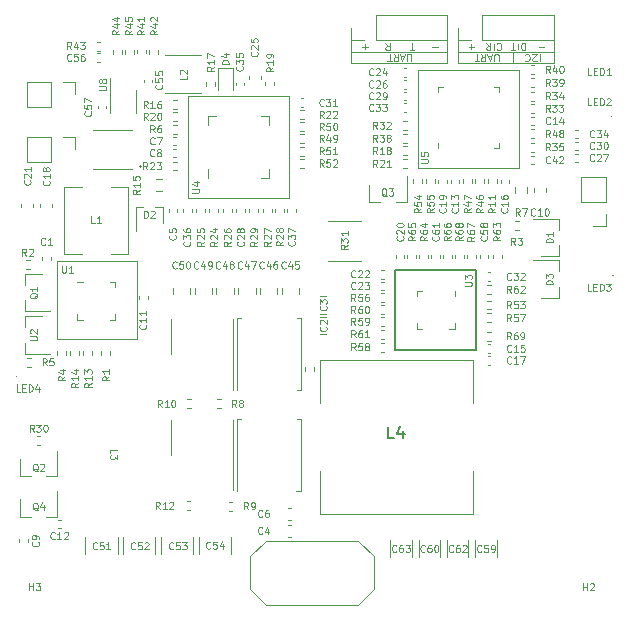
<source format=gbr>
%TF.GenerationSoftware,KiCad,Pcbnew,(6.0.0)*%
%TF.CreationDate,2022-03-25T21:17:58+08:00*%
%TF.ProjectId,WirelessPowerP40_Receiver,57697265-6c65-4737-9350-6f7765725034,rev?*%
%TF.SameCoordinates,Original*%
%TF.FileFunction,Legend,Top*%
%TF.FilePolarity,Positive*%
%FSLAX46Y46*%
G04 Gerber Fmt 4.6, Leading zero omitted, Abs format (unit mm)*
G04 Created by KiCad (PCBNEW (6.0.0)) date 2022-03-25 21:17:58*
%MOMM*%
%LPD*%
G01*
G04 APERTURE LIST*
%ADD10C,0.100000*%
%ADD11C,0.150000*%
%ADD12C,0.120000*%
G04 APERTURE END LIST*
D10*
X124777500Y-76967500D02*
X124777501Y-85567500D01*
D11*
X142365000Y-98439997D02*
X142364999Y-91639998D01*
D10*
X144255000Y-74717501D02*
X152855000Y-74717502D01*
X150725000Y-73015000D02*
X150725000Y-72515000D01*
X152855000Y-74717502D02*
X152855001Y-83067502D01*
X155725000Y-73240000D02*
X147725000Y-73240000D01*
X155785000Y-74140000D02*
X155785000Y-72240000D01*
X152750000Y-72990000D02*
X152750000Y-72515000D01*
X120442437Y-97540740D02*
X113742437Y-97540741D01*
X152325000Y-74140000D02*
X152325000Y-73265000D01*
X146760000Y-74140000D02*
X146760000Y-72240000D01*
X144255000Y-83067501D02*
X152855001Y-83067502D01*
D11*
X149165000Y-91639999D02*
X142364999Y-91639998D01*
D10*
X113742435Y-90940741D02*
X120442438Y-90940742D01*
X147665000Y-72240000D02*
X147665000Y-74140000D01*
X133377501Y-76967499D02*
X133377501Y-85567500D01*
X147725000Y-74140000D02*
X155785000Y-74140000D01*
X146700000Y-73240000D02*
X138700000Y-73240000D01*
D11*
X149165000Y-98439997D02*
X142365000Y-98439997D01*
D10*
X120442438Y-90940742D02*
X120442437Y-97540740D01*
X133377501Y-76967499D02*
X124777500Y-76967500D01*
X138640000Y-74140000D02*
X146760000Y-74140000D01*
D11*
X149165000Y-91639999D02*
X149165000Y-98439997D01*
D10*
X144255000Y-83067501D02*
X144255000Y-74717501D01*
X138640000Y-72240000D02*
X138640000Y-74140000D01*
X133377501Y-85567500D02*
X124777501Y-85567500D01*
X113742437Y-97540741D02*
X113742435Y-90940741D01*
X143687857Y-73973571D02*
X143687857Y-73487857D01*
X143659286Y-73430714D01*
X143630715Y-73402142D01*
X143573572Y-73373571D01*
X143459286Y-73373571D01*
X143402143Y-73402142D01*
X143373572Y-73430714D01*
X143345000Y-73487857D01*
X143345000Y-73973571D01*
X143087857Y-73545000D02*
X142802143Y-73545000D01*
X143145000Y-73373571D02*
X142945000Y-73973571D01*
X142745000Y-73373571D01*
X142202143Y-73373571D02*
X142402143Y-73659285D01*
X142545000Y-73373571D02*
X142545000Y-73973571D01*
X142316429Y-73973571D01*
X142259286Y-73945000D01*
X142230715Y-73916428D01*
X142202143Y-73859285D01*
X142202143Y-73773571D01*
X142230715Y-73716428D01*
X142259286Y-73687857D01*
X142316429Y-73659285D01*
X142545000Y-73659285D01*
X142030715Y-73973571D02*
X141687857Y-73973571D01*
X141859286Y-73373571D02*
X141859286Y-73973571D01*
X153335474Y-72448571D02*
X153335474Y-73048571D01*
X153192617Y-73048571D01*
X153106903Y-73020000D01*
X153049760Y-72962857D01*
X153021189Y-72905714D01*
X152992617Y-72791428D01*
X152992617Y-72705714D01*
X153021189Y-72591428D01*
X153049760Y-72534285D01*
X153106903Y-72477142D01*
X153192617Y-72448571D01*
X153335474Y-72448571D01*
X143974760Y-73048571D02*
X143631903Y-73048571D01*
X143803332Y-72448571D02*
X143803332Y-73048571D01*
X154516429Y-72762857D02*
X154973572Y-72762857D01*
X145491429Y-72762857D02*
X145948572Y-72762857D01*
X139541429Y-72762857D02*
X139998572Y-72762857D01*
X139770001Y-72991428D02*
X139770001Y-72534285D01*
X151087857Y-73998571D02*
X151087857Y-73512857D01*
X151059286Y-73455714D01*
X151030715Y-73427142D01*
X150973572Y-73398571D01*
X150859286Y-73398571D01*
X150802143Y-73427142D01*
X150773572Y-73455714D01*
X150745000Y-73512857D01*
X150745000Y-73998571D01*
X150487857Y-73570000D02*
X150202143Y-73570000D01*
X150545000Y-73398571D02*
X150345000Y-73998571D01*
X150145000Y-73398571D01*
X149602143Y-73398571D02*
X149802143Y-73684285D01*
X149945000Y-73398571D02*
X149945000Y-73998571D01*
X149716429Y-73998571D01*
X149659286Y-73970000D01*
X149630715Y-73941428D01*
X149602143Y-73884285D01*
X149602143Y-73798571D01*
X149630715Y-73741428D01*
X149659286Y-73712857D01*
X149716429Y-73684285D01*
X149945000Y-73684285D01*
X149430715Y-73998571D02*
X149087857Y-73998571D01*
X149259286Y-73398571D02*
X149259286Y-73998571D01*
X148566429Y-72762857D02*
X149023572Y-72762857D01*
X148795001Y-72991428D02*
X148795001Y-72534285D01*
X154566429Y-73398571D02*
X154566429Y-73998571D01*
X154309286Y-73941428D02*
X154280715Y-73970000D01*
X154223572Y-73998571D01*
X154080715Y-73998571D01*
X154023572Y-73970000D01*
X153995000Y-73941428D01*
X153966429Y-73884285D01*
X153966429Y-73827142D01*
X153995000Y-73741428D01*
X154337857Y-73398571D01*
X153966429Y-73398571D01*
X153366429Y-73455714D02*
X153395000Y-73427142D01*
X153480715Y-73398571D01*
X153537857Y-73398571D01*
X153623572Y-73427142D01*
X153680715Y-73484285D01*
X153709286Y-73541428D01*
X153737857Y-73655714D01*
X153737857Y-73741428D01*
X153709286Y-73855714D01*
X153680715Y-73912857D01*
X153623572Y-73970000D01*
X153537857Y-73998571D01*
X153480715Y-73998571D01*
X153395000Y-73970000D01*
X153366429Y-73941428D01*
X150045000Y-72448571D02*
X150245000Y-72734285D01*
X150387857Y-72448571D02*
X150387857Y-73048571D01*
X150159286Y-73048571D01*
X150102143Y-73020000D01*
X150073572Y-72991428D01*
X150045000Y-72934285D01*
X150045000Y-72848571D01*
X150073572Y-72791428D01*
X150102143Y-72762857D01*
X150159286Y-72734285D01*
X150387857Y-72734285D01*
X152474760Y-73048571D02*
X152131903Y-73048571D01*
X152303332Y-72448571D02*
X152303332Y-73048571D01*
X150970000Y-72505714D02*
X150998572Y-72477142D01*
X151084286Y-72448571D01*
X151141429Y-72448571D01*
X151227143Y-72477142D01*
X151284286Y-72534285D01*
X151312857Y-72591428D01*
X151341429Y-72705714D01*
X151341429Y-72791428D01*
X151312857Y-72905714D01*
X151284286Y-72962857D01*
X151227143Y-73020000D01*
X151141429Y-73048571D01*
X151084286Y-73048571D01*
X150998572Y-73020000D01*
X150970000Y-72991428D01*
X141520000Y-72448571D02*
X141720000Y-72734285D01*
X141862857Y-72448571D02*
X141862857Y-73048571D01*
X141634286Y-73048571D01*
X141577143Y-73020000D01*
X141548572Y-72991428D01*
X141520000Y-72934285D01*
X141520000Y-72848571D01*
X141548572Y-72791428D01*
X141577143Y-72762857D01*
X141634286Y-72734285D01*
X141862857Y-72734285D01*
%TO.C,R67*%
X149046429Y-88845712D02*
X148760715Y-89045712D01*
X149046429Y-89188569D02*
X148446429Y-89188569D01*
X148446429Y-88959998D01*
X148475001Y-88902855D01*
X148503572Y-88874283D01*
X148560715Y-88845712D01*
X148646429Y-88845712D01*
X148703572Y-88874283D01*
X148732143Y-88902855D01*
X148760715Y-88959998D01*
X148760715Y-89188569D01*
X148446429Y-88331426D02*
X148446429Y-88445712D01*
X148475001Y-88502855D01*
X148503572Y-88531426D01*
X148589286Y-88588569D01*
X148703572Y-88617140D01*
X148932143Y-88617140D01*
X148989286Y-88588569D01*
X149017858Y-88559998D01*
X149046429Y-88502855D01*
X149046429Y-88388569D01*
X149017858Y-88331426D01*
X148989286Y-88302855D01*
X148932143Y-88274283D01*
X148789286Y-88274283D01*
X148732143Y-88302855D01*
X148703572Y-88331426D01*
X148675001Y-88388569D01*
X148675001Y-88502855D01*
X148703572Y-88559998D01*
X148732143Y-88588569D01*
X148789286Y-88617140D01*
X148446429Y-88074283D02*
X148446429Y-87674283D01*
X149046429Y-87931426D01*
%TO.C,R12*%
X122414285Y-111911428D02*
X122214285Y-111625714D01*
X122071428Y-111911428D02*
X122071428Y-111311428D01*
X122300000Y-111311428D01*
X122357142Y-111340000D01*
X122385714Y-111368571D01*
X122414285Y-111425714D01*
X122414285Y-111511428D01*
X122385714Y-111568571D01*
X122357142Y-111597142D01*
X122300000Y-111625714D01*
X122071428Y-111625714D01*
X122985714Y-111911428D02*
X122642857Y-111911428D01*
X122814285Y-111911428D02*
X122814285Y-111311428D01*
X122757142Y-111397142D01*
X122700000Y-111454285D01*
X122642857Y-111482857D01*
X123214285Y-111368571D02*
X123242857Y-111340000D01*
X123300000Y-111311428D01*
X123442857Y-111311428D01*
X123500000Y-111340000D01*
X123528571Y-111368571D01*
X123557142Y-111425714D01*
X123557142Y-111482857D01*
X123528571Y-111568571D01*
X123185714Y-111911428D01*
X123557142Y-111911428D01*
%TO.C,C56*%
X114914285Y-73914285D02*
X114885714Y-73942857D01*
X114800000Y-73971428D01*
X114742857Y-73971428D01*
X114657142Y-73942857D01*
X114600000Y-73885714D01*
X114571428Y-73828571D01*
X114542857Y-73714285D01*
X114542857Y-73628571D01*
X114571428Y-73514285D01*
X114600000Y-73457142D01*
X114657142Y-73400000D01*
X114742857Y-73371428D01*
X114800000Y-73371428D01*
X114885714Y-73400000D01*
X114914285Y-73428571D01*
X115457142Y-73371428D02*
X115171428Y-73371428D01*
X115142857Y-73657142D01*
X115171428Y-73628571D01*
X115228571Y-73600000D01*
X115371428Y-73600000D01*
X115428571Y-73628571D01*
X115457142Y-73657142D01*
X115485714Y-73714285D01*
X115485714Y-73857142D01*
X115457142Y-73914285D01*
X115428571Y-73942857D01*
X115371428Y-73971428D01*
X115228571Y-73971428D01*
X115171428Y-73942857D01*
X115142857Y-73914285D01*
X116000000Y-73371428D02*
X115885714Y-73371428D01*
X115828571Y-73400000D01*
X115800000Y-73428571D01*
X115742857Y-73514285D01*
X115714285Y-73628571D01*
X115714285Y-73857142D01*
X115742857Y-73914285D01*
X115771428Y-73942857D01*
X115828571Y-73971428D01*
X115942857Y-73971428D01*
X116000000Y-73942857D01*
X116028571Y-73914285D01*
X116057142Y-73857142D01*
X116057142Y-73714285D01*
X116028571Y-73657142D01*
X116000000Y-73628571D01*
X115942857Y-73600000D01*
X115828571Y-73600000D01*
X115771428Y-73628571D01*
X115742857Y-73657142D01*
X115714285Y-73714285D01*
%TO.C,R48*%
X155439286Y-80420354D02*
X155239286Y-80134640D01*
X155096429Y-80420354D02*
X155096429Y-79820354D01*
X155325001Y-79820354D01*
X155382143Y-79848926D01*
X155410715Y-79877497D01*
X155439286Y-79934640D01*
X155439286Y-80020354D01*
X155410715Y-80077497D01*
X155382143Y-80106068D01*
X155325001Y-80134640D01*
X155096429Y-80134640D01*
X155953572Y-80020354D02*
X155953572Y-80420354D01*
X155810715Y-79791783D02*
X155667858Y-80220354D01*
X156039286Y-80220354D01*
X156353572Y-80077497D02*
X156296429Y-80048926D01*
X156267858Y-80020354D01*
X156239286Y-79963211D01*
X156239286Y-79934640D01*
X156267858Y-79877497D01*
X156296429Y-79848926D01*
X156353572Y-79820354D01*
X156467858Y-79820354D01*
X156525001Y-79848926D01*
X156553572Y-79877497D01*
X156582143Y-79934640D01*
X156582143Y-79963211D01*
X156553572Y-80020354D01*
X156525001Y-80048926D01*
X156467858Y-80077497D01*
X156353572Y-80077497D01*
X156296429Y-80106068D01*
X156267858Y-80134640D01*
X156239286Y-80191783D01*
X156239286Y-80306068D01*
X156267858Y-80363211D01*
X156296429Y-80391783D01*
X156353572Y-80420354D01*
X156467858Y-80420354D01*
X156525001Y-80391783D01*
X156553572Y-80363211D01*
X156582143Y-80306068D01*
X156582143Y-80191783D01*
X156553572Y-80134640D01*
X156525001Y-80106068D01*
X156467858Y-80077497D01*
%TO.C,R39*%
X155449286Y-76103214D02*
X155249286Y-75817500D01*
X155106429Y-76103214D02*
X155106429Y-75503214D01*
X155335001Y-75503214D01*
X155392143Y-75531786D01*
X155420715Y-75560357D01*
X155449286Y-75617500D01*
X155449286Y-75703214D01*
X155420715Y-75760357D01*
X155392143Y-75788928D01*
X155335001Y-75817500D01*
X155106429Y-75817500D01*
X155649286Y-75503214D02*
X156020715Y-75503214D01*
X155820715Y-75731786D01*
X155906429Y-75731786D01*
X155963572Y-75760357D01*
X155992143Y-75788928D01*
X156020715Y-75846071D01*
X156020715Y-75988928D01*
X155992143Y-76046071D01*
X155963572Y-76074643D01*
X155906429Y-76103214D01*
X155735001Y-76103214D01*
X155677858Y-76074643D01*
X155649286Y-76046071D01*
X156306429Y-76103214D02*
X156420715Y-76103214D01*
X156477858Y-76074643D01*
X156506429Y-76046071D01*
X156563572Y-75960357D01*
X156592143Y-75846071D01*
X156592143Y-75617500D01*
X156563572Y-75560357D01*
X156535001Y-75531786D01*
X156477858Y-75503214D01*
X156363572Y-75503214D01*
X156306429Y-75531786D01*
X156277858Y-75560357D01*
X156249286Y-75617500D01*
X156249286Y-75760357D01*
X156277858Y-75817500D01*
X156306429Y-75846071D01*
X156363572Y-75874643D01*
X156477858Y-75874643D01*
X156535001Y-75846071D01*
X156563572Y-75817500D01*
X156592143Y-75760357D01*
%TO.C,C62*%
X147244286Y-115494285D02*
X147215715Y-115522857D01*
X147130001Y-115551428D01*
X147072858Y-115551428D01*
X146987143Y-115522857D01*
X146930001Y-115465714D01*
X146901429Y-115408571D01*
X146872858Y-115294285D01*
X146872858Y-115208571D01*
X146901429Y-115094285D01*
X146930001Y-115037142D01*
X146987143Y-114980000D01*
X147072858Y-114951428D01*
X147130001Y-114951428D01*
X147215715Y-114980000D01*
X147244286Y-115008571D01*
X147758572Y-114951428D02*
X147644286Y-114951428D01*
X147587143Y-114980000D01*
X147558572Y-115008571D01*
X147501429Y-115094285D01*
X147472858Y-115208571D01*
X147472858Y-115437142D01*
X147501429Y-115494285D01*
X147530001Y-115522857D01*
X147587143Y-115551428D01*
X147701429Y-115551428D01*
X147758572Y-115522857D01*
X147787143Y-115494285D01*
X147815715Y-115437142D01*
X147815715Y-115294285D01*
X147787143Y-115237142D01*
X147758572Y-115208571D01*
X147701429Y-115180000D01*
X147587143Y-115180000D01*
X147530001Y-115208571D01*
X147501429Y-115237142D01*
X147472858Y-115294285D01*
X148044286Y-115008571D02*
X148072858Y-114980000D01*
X148130001Y-114951428D01*
X148272858Y-114951428D01*
X148330001Y-114980000D01*
X148358572Y-115008571D01*
X148387143Y-115065714D01*
X148387143Y-115122857D01*
X148358572Y-115208571D01*
X148015715Y-115551428D01*
X148387143Y-115551428D01*
%TO.C,C52*%
X120319284Y-115279283D02*
X120290713Y-115307855D01*
X120204999Y-115336426D01*
X120147856Y-115336426D01*
X120062141Y-115307855D01*
X120004999Y-115250712D01*
X119976427Y-115193569D01*
X119947856Y-115079283D01*
X119947856Y-114993569D01*
X119976427Y-114879283D01*
X120004999Y-114822140D01*
X120062141Y-114764998D01*
X120147856Y-114736426D01*
X120204999Y-114736426D01*
X120290713Y-114764998D01*
X120319284Y-114793569D01*
X120862141Y-114736426D02*
X120576427Y-114736426D01*
X120547856Y-115022140D01*
X120576427Y-114993569D01*
X120633570Y-114964998D01*
X120776427Y-114964998D01*
X120833570Y-114993569D01*
X120862141Y-115022140D01*
X120890713Y-115079283D01*
X120890713Y-115222140D01*
X120862141Y-115279283D01*
X120833570Y-115307855D01*
X120776427Y-115336426D01*
X120633570Y-115336426D01*
X120576427Y-115307855D01*
X120547856Y-115279283D01*
X121119284Y-114793569D02*
X121147856Y-114764998D01*
X121204999Y-114736426D01*
X121347856Y-114736426D01*
X121404999Y-114764998D01*
X121433570Y-114793569D01*
X121462141Y-114850712D01*
X121462141Y-114907855D01*
X121433570Y-114993569D01*
X121090713Y-115336426D01*
X121462141Y-115336426D01*
%TO.C,U8*%
X117271428Y-76457142D02*
X117757142Y-76457142D01*
X117814285Y-76428571D01*
X117842857Y-76400000D01*
X117871428Y-76342857D01*
X117871428Y-76228571D01*
X117842857Y-76171428D01*
X117814285Y-76142857D01*
X117757142Y-76114285D01*
X117271428Y-76114285D01*
X117528571Y-75742857D02*
X117500000Y-75800000D01*
X117471428Y-75828571D01*
X117414285Y-75857142D01*
X117385714Y-75857142D01*
X117328571Y-75828571D01*
X117300000Y-75800000D01*
X117271428Y-75742857D01*
X117271428Y-75628571D01*
X117300000Y-75571428D01*
X117328571Y-75542857D01*
X117385714Y-75514285D01*
X117414285Y-75514285D01*
X117471428Y-75542857D01*
X117500000Y-75571428D01*
X117528571Y-75628571D01*
X117528571Y-75742857D01*
X117557142Y-75800000D01*
X117585714Y-75828571D01*
X117642857Y-75857142D01*
X117757142Y-75857142D01*
X117814285Y-75828571D01*
X117842857Y-75800000D01*
X117871428Y-75742857D01*
X117871428Y-75628571D01*
X117842857Y-75571428D01*
X117814285Y-75542857D01*
X117757142Y-75514285D01*
X117642857Y-75514285D01*
X117585714Y-75542857D01*
X117557142Y-75571428D01*
X117528571Y-75628571D01*
%TO.C,C30*%
X159189285Y-81389286D02*
X159160714Y-81417858D01*
X159075000Y-81446429D01*
X159017857Y-81446429D01*
X158932142Y-81417858D01*
X158875000Y-81360715D01*
X158846428Y-81303572D01*
X158817857Y-81189286D01*
X158817857Y-81103572D01*
X158846428Y-80989286D01*
X158875000Y-80932143D01*
X158932142Y-80875001D01*
X159017857Y-80846429D01*
X159075000Y-80846429D01*
X159160714Y-80875001D01*
X159189285Y-80903572D01*
X159389285Y-80846429D02*
X159760714Y-80846429D01*
X159560714Y-81075001D01*
X159646428Y-81075001D01*
X159703571Y-81103572D01*
X159732142Y-81132143D01*
X159760714Y-81189286D01*
X159760714Y-81332143D01*
X159732142Y-81389286D01*
X159703571Y-81417858D01*
X159646428Y-81446429D01*
X159475000Y-81446429D01*
X159417857Y-81417858D01*
X159389285Y-81389286D01*
X160132142Y-80846429D02*
X160189285Y-80846429D01*
X160246428Y-80875001D01*
X160275000Y-80903572D01*
X160303571Y-80960715D01*
X160332142Y-81075001D01*
X160332142Y-81217858D01*
X160303571Y-81332143D01*
X160275000Y-81389286D01*
X160246428Y-81417858D01*
X160189285Y-81446429D01*
X160132142Y-81446429D01*
X160075000Y-81417858D01*
X160046428Y-81389286D01*
X160017857Y-81332143D01*
X159989285Y-81217858D01*
X159989285Y-81075001D01*
X160017857Y-80960715D01*
X160046428Y-80903572D01*
X160075000Y-80875001D01*
X160132142Y-80846429D01*
%TO.C,R26*%
X128418096Y-89285714D02*
X128132382Y-89485714D01*
X128418096Y-89628571D02*
X127818096Y-89628571D01*
X127818096Y-89400000D01*
X127846668Y-89342857D01*
X127875239Y-89314285D01*
X127932382Y-89285714D01*
X128018096Y-89285714D01*
X128075239Y-89314285D01*
X128103810Y-89342857D01*
X128132382Y-89400000D01*
X128132382Y-89628571D01*
X127875239Y-89057142D02*
X127846668Y-89028571D01*
X127818096Y-88971428D01*
X127818096Y-88828571D01*
X127846668Y-88771428D01*
X127875239Y-88742857D01*
X127932382Y-88714285D01*
X127989525Y-88714285D01*
X128075239Y-88742857D01*
X128418096Y-89085714D01*
X128418096Y-88714285D01*
X127818096Y-88200000D02*
X127818096Y-88314285D01*
X127846668Y-88371428D01*
X127875239Y-88400000D01*
X127960953Y-88457142D01*
X128075239Y-88485714D01*
X128303810Y-88485714D01*
X128360953Y-88457142D01*
X128389525Y-88428571D01*
X128418096Y-88371428D01*
X128418096Y-88257142D01*
X128389525Y-88200000D01*
X128360953Y-88171428D01*
X128303810Y-88142857D01*
X128160953Y-88142857D01*
X128103810Y-88171428D01*
X128075239Y-88200000D01*
X128046668Y-88257142D01*
X128046668Y-88371428D01*
X128075239Y-88428571D01*
X128103810Y-88457142D01*
X128160953Y-88485714D01*
%TO.C,R16*%
X121391785Y-77968928D02*
X121191785Y-77683214D01*
X121048928Y-77968928D02*
X121048928Y-77368928D01*
X121277500Y-77368928D01*
X121334642Y-77397500D01*
X121363214Y-77426071D01*
X121391785Y-77483214D01*
X121391785Y-77568928D01*
X121363214Y-77626071D01*
X121334642Y-77654642D01*
X121277500Y-77683214D01*
X121048928Y-77683214D01*
X121963214Y-77968928D02*
X121620357Y-77968928D01*
X121791785Y-77968928D02*
X121791785Y-77368928D01*
X121734642Y-77454642D01*
X121677500Y-77511785D01*
X121620357Y-77540357D01*
X122477500Y-77368928D02*
X122363214Y-77368928D01*
X122306071Y-77397500D01*
X122277500Y-77426071D01*
X122220357Y-77511785D01*
X122191785Y-77626071D01*
X122191785Y-77854642D01*
X122220357Y-77911785D01*
X122248928Y-77940357D01*
X122306071Y-77968928D01*
X122420357Y-77968928D01*
X122477500Y-77940357D01*
X122506071Y-77911785D01*
X122534642Y-77854642D01*
X122534642Y-77711785D01*
X122506071Y-77654642D01*
X122477500Y-77626071D01*
X122420357Y-77597500D01*
X122306071Y-77597500D01*
X122248928Y-77626071D01*
X122220357Y-77654642D01*
X122191785Y-77711785D01*
%TO.C,C14*%
X155439286Y-79256426D02*
X155410715Y-79284998D01*
X155325001Y-79313569D01*
X155267858Y-79313569D01*
X155182143Y-79284998D01*
X155125001Y-79227855D01*
X155096429Y-79170712D01*
X155067858Y-79056426D01*
X155067858Y-78970712D01*
X155096429Y-78856426D01*
X155125001Y-78799283D01*
X155182143Y-78742141D01*
X155267858Y-78713569D01*
X155325001Y-78713569D01*
X155410715Y-78742141D01*
X155439286Y-78770712D01*
X156010715Y-79313569D02*
X155667858Y-79313569D01*
X155839286Y-79313569D02*
X155839286Y-78713569D01*
X155782143Y-78799283D01*
X155725001Y-78856426D01*
X155667858Y-78884998D01*
X156525001Y-78913569D02*
X156525001Y-79313569D01*
X156382143Y-78684998D02*
X156239286Y-79113569D01*
X156610715Y-79113569D01*
%TO.C,R19*%
X132018930Y-74508214D02*
X131733216Y-74708214D01*
X132018930Y-74851071D02*
X131418930Y-74851071D01*
X131418930Y-74622500D01*
X131447502Y-74565357D01*
X131476073Y-74536785D01*
X131533216Y-74508214D01*
X131618930Y-74508214D01*
X131676073Y-74536785D01*
X131704644Y-74565357D01*
X131733216Y-74622500D01*
X131733216Y-74851071D01*
X132018930Y-73936785D02*
X132018930Y-74279642D01*
X132018930Y-74108214D02*
X131418930Y-74108214D01*
X131504644Y-74165357D01*
X131561787Y-74222500D01*
X131590359Y-74279642D01*
X132018930Y-73651071D02*
X132018930Y-73536785D01*
X131990359Y-73479642D01*
X131961787Y-73451071D01*
X131876073Y-73393928D01*
X131761787Y-73365357D01*
X131533216Y-73365357D01*
X131476073Y-73393928D01*
X131447502Y-73422500D01*
X131418930Y-73479642D01*
X131418930Y-73593928D01*
X131447502Y-73651071D01*
X131476073Y-73679642D01*
X131533216Y-73708214D01*
X131676073Y-73708214D01*
X131733216Y-73679642D01*
X131761787Y-73651071D01*
X131790359Y-73593928D01*
X131790359Y-73479642D01*
X131761787Y-73422500D01*
X131733216Y-73393928D01*
X131676073Y-73365357D01*
%TO.C,H3*%
X111342857Y-118771428D02*
X111342857Y-118171428D01*
X111342857Y-118457142D02*
X111685714Y-118457142D01*
X111685714Y-118771428D02*
X111685714Y-118171428D01*
X111914285Y-118171428D02*
X112285714Y-118171428D01*
X112085714Y-118400000D01*
X112171428Y-118400000D01*
X112228571Y-118428571D01*
X112257142Y-118457142D01*
X112285714Y-118514285D01*
X112285714Y-118657142D01*
X112257142Y-118714285D01*
X112228571Y-118742857D01*
X112171428Y-118771428D01*
X112000000Y-118771428D01*
X111942857Y-118742857D01*
X111914285Y-118714285D01*
%TO.C,C8*%
X121952500Y-81986785D02*
X121923928Y-82015357D01*
X121838214Y-82043928D01*
X121781071Y-82043928D01*
X121695357Y-82015357D01*
X121638214Y-81958214D01*
X121609642Y-81901071D01*
X121581071Y-81786785D01*
X121581071Y-81701071D01*
X121609642Y-81586785D01*
X121638214Y-81529642D01*
X121695357Y-81472500D01*
X121781071Y-81443928D01*
X121838214Y-81443928D01*
X121923928Y-81472500D01*
X121952500Y-81501071D01*
X122295357Y-81701071D02*
X122238214Y-81672500D01*
X122209642Y-81643928D01*
X122181071Y-81586785D01*
X122181071Y-81558214D01*
X122209642Y-81501071D01*
X122238214Y-81472500D01*
X122295357Y-81443928D01*
X122409642Y-81443928D01*
X122466785Y-81472500D01*
X122495357Y-81501071D01*
X122523928Y-81558214D01*
X122523928Y-81586785D01*
X122495357Y-81643928D01*
X122466785Y-81672500D01*
X122409642Y-81701071D01*
X122295357Y-81701071D01*
X122238214Y-81729642D01*
X122209642Y-81758214D01*
X122181071Y-81815357D01*
X122181071Y-81929642D01*
X122209642Y-81986785D01*
X122238214Y-82015357D01*
X122295357Y-82043928D01*
X122409642Y-82043928D01*
X122466785Y-82015357D01*
X122495357Y-81986785D01*
X122523928Y-81929642D01*
X122523928Y-81815357D01*
X122495357Y-81758214D01*
X122466785Y-81729642D01*
X122409642Y-81701071D01*
%TO.C,R9*%
X129890000Y-111951428D02*
X129690000Y-111665714D01*
X129547142Y-111951428D02*
X129547142Y-111351428D01*
X129775714Y-111351428D01*
X129832857Y-111380000D01*
X129861428Y-111408571D01*
X129890000Y-111465714D01*
X129890000Y-111551428D01*
X129861428Y-111608571D01*
X129832857Y-111637142D01*
X129775714Y-111665714D01*
X129547142Y-111665714D01*
X130175714Y-111951428D02*
X130290000Y-111951428D01*
X130347142Y-111922857D01*
X130375714Y-111894285D01*
X130432857Y-111808571D01*
X130461428Y-111694285D01*
X130461428Y-111465714D01*
X130432857Y-111408571D01*
X130404285Y-111380000D01*
X130347142Y-111351428D01*
X130232857Y-111351428D01*
X130175714Y-111380000D01*
X130147142Y-111408571D01*
X130118571Y-111465714D01*
X130118571Y-111608571D01*
X130147142Y-111665714D01*
X130175714Y-111694285D01*
X130232857Y-111722857D01*
X130347142Y-111722857D01*
X130404285Y-111694285D01*
X130432857Y-111665714D01*
X130461428Y-111608571D01*
%TO.C,D1*%
X155696428Y-89342857D02*
X155096428Y-89342857D01*
X155096428Y-89200000D01*
X155125000Y-89114285D01*
X155182142Y-89057142D01*
X155239285Y-89028571D01*
X155353571Y-89000000D01*
X155439285Y-89000000D01*
X155553571Y-89028571D01*
X155610714Y-89057142D01*
X155667857Y-89114285D01*
X155696428Y-89200000D01*
X155696428Y-89342857D01*
X155696428Y-88428571D02*
X155696428Y-88771428D01*
X155696428Y-88600000D02*
X155096428Y-88600000D01*
X155182142Y-88657142D01*
X155239285Y-88714285D01*
X155267857Y-88771428D01*
%TO.C,R46*%
X149778058Y-86460715D02*
X149492344Y-86660715D01*
X149778058Y-86803572D02*
X149178058Y-86803572D01*
X149178058Y-86575001D01*
X149206630Y-86517858D01*
X149235201Y-86489286D01*
X149292344Y-86460715D01*
X149378058Y-86460715D01*
X149435201Y-86489286D01*
X149463772Y-86517858D01*
X149492344Y-86575001D01*
X149492344Y-86803572D01*
X149378058Y-85946429D02*
X149778058Y-85946429D01*
X149149487Y-86089286D02*
X149578058Y-86232143D01*
X149578058Y-85860715D01*
X149178058Y-85375001D02*
X149178058Y-85489286D01*
X149206630Y-85546429D01*
X149235201Y-85575001D01*
X149320915Y-85632143D01*
X149435201Y-85660715D01*
X149663772Y-85660715D01*
X149720915Y-85632143D01*
X149749487Y-85603572D01*
X149778058Y-85546429D01*
X149778058Y-85432143D01*
X149749487Y-85375001D01*
X149720915Y-85346429D01*
X149663772Y-85317858D01*
X149520915Y-85317858D01*
X149463772Y-85346429D01*
X149435201Y-85375001D01*
X149406630Y-85432143D01*
X149406630Y-85546429D01*
X149435201Y-85603572D01*
X149463772Y-85632143D01*
X149520915Y-85660715D01*
%TO.C,C22*%
X138979284Y-92254284D02*
X138950713Y-92282856D01*
X138864999Y-92311427D01*
X138807856Y-92311427D01*
X138722141Y-92282856D01*
X138664999Y-92225713D01*
X138636427Y-92168570D01*
X138607856Y-92054284D01*
X138607856Y-91968570D01*
X138636427Y-91854284D01*
X138664999Y-91797141D01*
X138722141Y-91739999D01*
X138807856Y-91711427D01*
X138864999Y-91711427D01*
X138950713Y-91739999D01*
X138979284Y-91768570D01*
X139207856Y-91768570D02*
X139236427Y-91739999D01*
X139293570Y-91711427D01*
X139436427Y-91711427D01*
X139493570Y-91739999D01*
X139522141Y-91768570D01*
X139550713Y-91825713D01*
X139550713Y-91882856D01*
X139522141Y-91968570D01*
X139179284Y-92311427D01*
X139550713Y-92311427D01*
X139779284Y-91768570D02*
X139807856Y-91739999D01*
X139864999Y-91711427D01*
X140007856Y-91711427D01*
X140064999Y-91739999D01*
X140093570Y-91768570D01*
X140122141Y-91825713D01*
X140122141Y-91882856D01*
X140093570Y-91968570D01*
X139750713Y-92311427D01*
X140122141Y-92311427D01*
%TO.C,L3*%
X118228571Y-107200000D02*
X118228571Y-106914285D01*
X118828571Y-106914285D01*
X118828571Y-107342857D02*
X118828571Y-107714285D01*
X118600000Y-107514285D01*
X118600000Y-107600000D01*
X118571428Y-107657142D01*
X118542857Y-107685714D01*
X118485714Y-107714285D01*
X118342857Y-107714285D01*
X118285714Y-107685714D01*
X118257142Y-107657142D01*
X118228571Y-107600000D01*
X118228571Y-107428571D01*
X118257142Y-107371428D01*
X118285714Y-107342857D01*
%TO.C,R56*%
X138979285Y-94301426D02*
X138779285Y-94015712D01*
X138636428Y-94301426D02*
X138636428Y-93701426D01*
X138865000Y-93701426D01*
X138922142Y-93729998D01*
X138950714Y-93758569D01*
X138979285Y-93815712D01*
X138979285Y-93901426D01*
X138950714Y-93958569D01*
X138922142Y-93987140D01*
X138865000Y-94015712D01*
X138636428Y-94015712D01*
X139522142Y-93701426D02*
X139236428Y-93701426D01*
X139207857Y-93987140D01*
X139236428Y-93958569D01*
X139293571Y-93929998D01*
X139436428Y-93929998D01*
X139493571Y-93958569D01*
X139522142Y-93987140D01*
X139550714Y-94044283D01*
X139550714Y-94187140D01*
X139522142Y-94244283D01*
X139493571Y-94272855D01*
X139436428Y-94301426D01*
X139293571Y-94301426D01*
X139236428Y-94272855D01*
X139207857Y-94244283D01*
X140065000Y-93701426D02*
X139950714Y-93701426D01*
X139893571Y-93729998D01*
X139865000Y-93758569D01*
X139807857Y-93844283D01*
X139779285Y-93958569D01*
X139779285Y-94187140D01*
X139807857Y-94244283D01*
X139836428Y-94272855D01*
X139893571Y-94301426D01*
X140007857Y-94301426D01*
X140065000Y-94272855D01*
X140093571Y-94244283D01*
X140122142Y-94187140D01*
X140122142Y-94044283D01*
X140093571Y-93987140D01*
X140065000Y-93958569D01*
X140007857Y-93929998D01*
X139893571Y-93929998D01*
X139836428Y-93958569D01*
X139807857Y-93987140D01*
X139779285Y-94044283D01*
%TO.C,C61*%
X145989285Y-88835712D02*
X146017857Y-88864283D01*
X146046428Y-88949998D01*
X146046428Y-89007140D01*
X146017857Y-89092855D01*
X145960714Y-89149998D01*
X145903571Y-89178569D01*
X145789285Y-89207140D01*
X145703571Y-89207140D01*
X145589285Y-89178569D01*
X145532142Y-89149998D01*
X145475000Y-89092855D01*
X145446428Y-89007140D01*
X145446428Y-88949998D01*
X145475000Y-88864283D01*
X145503571Y-88835712D01*
X145446428Y-88321426D02*
X145446428Y-88435712D01*
X145475000Y-88492855D01*
X145503571Y-88521426D01*
X145589285Y-88578569D01*
X145703571Y-88607140D01*
X145932142Y-88607140D01*
X145989285Y-88578569D01*
X146017857Y-88549998D01*
X146046428Y-88492855D01*
X146046428Y-88378569D01*
X146017857Y-88321426D01*
X145989285Y-88292855D01*
X145932142Y-88264283D01*
X145789285Y-88264283D01*
X145732142Y-88292855D01*
X145703571Y-88321426D01*
X145675000Y-88378569D01*
X145675000Y-88492855D01*
X145703571Y-88549998D01*
X145732142Y-88578569D01*
X145789285Y-88607140D01*
X146046428Y-87692855D02*
X146046428Y-88035712D01*
X146046428Y-87864283D02*
X145446428Y-87864283D01*
X145532142Y-87921426D01*
X145589285Y-87978569D01*
X145617857Y-88035712D01*
%TO.C,C19*%
X146581937Y-86460715D02*
X146610509Y-86489286D01*
X146639080Y-86575001D01*
X146639080Y-86632143D01*
X146610509Y-86717858D01*
X146553366Y-86775001D01*
X146496223Y-86803572D01*
X146381937Y-86832143D01*
X146296223Y-86832143D01*
X146181937Y-86803572D01*
X146124794Y-86775001D01*
X146067652Y-86717858D01*
X146039080Y-86632143D01*
X146039080Y-86575001D01*
X146067652Y-86489286D01*
X146096223Y-86460715D01*
X146639080Y-85889286D02*
X146639080Y-86232143D01*
X146639080Y-86060715D02*
X146039080Y-86060715D01*
X146124794Y-86117858D01*
X146181937Y-86175001D01*
X146210509Y-86232143D01*
X146639080Y-85603572D02*
X146639080Y-85489286D01*
X146610509Y-85432143D01*
X146581937Y-85403572D01*
X146496223Y-85346429D01*
X146381937Y-85317858D01*
X146153366Y-85317858D01*
X146096223Y-85346429D01*
X146067652Y-85375001D01*
X146039080Y-85432143D01*
X146039080Y-85546429D01*
X146067652Y-85603572D01*
X146096223Y-85632143D01*
X146153366Y-85660715D01*
X146296223Y-85660715D01*
X146353366Y-85632143D01*
X146381937Y-85603572D01*
X146410509Y-85546429D01*
X146410509Y-85432143D01*
X146381937Y-85375001D01*
X146353366Y-85346429D01*
X146296223Y-85317858D01*
%TO.C,R59*%
X138979285Y-96321426D02*
X138779285Y-96035712D01*
X138636428Y-96321426D02*
X138636428Y-95721426D01*
X138865000Y-95721426D01*
X138922142Y-95749998D01*
X138950714Y-95778569D01*
X138979285Y-95835712D01*
X138979285Y-95921426D01*
X138950714Y-95978569D01*
X138922142Y-96007140D01*
X138865000Y-96035712D01*
X138636428Y-96035712D01*
X139522142Y-95721426D02*
X139236428Y-95721426D01*
X139207857Y-96007140D01*
X139236428Y-95978569D01*
X139293571Y-95949998D01*
X139436428Y-95949998D01*
X139493571Y-95978569D01*
X139522142Y-96007140D01*
X139550714Y-96064283D01*
X139550714Y-96207140D01*
X139522142Y-96264283D01*
X139493571Y-96292855D01*
X139436428Y-96321426D01*
X139293571Y-96321426D01*
X139236428Y-96292855D01*
X139207857Y-96264283D01*
X139836428Y-96321426D02*
X139950714Y-96321426D01*
X140007857Y-96292855D01*
X140036428Y-96264283D01*
X140093571Y-96178569D01*
X140122142Y-96064283D01*
X140122142Y-95835712D01*
X140093571Y-95778569D01*
X140065000Y-95749998D01*
X140007857Y-95721426D01*
X139893571Y-95721426D01*
X139836428Y-95749998D01*
X139807857Y-95778569D01*
X139779285Y-95835712D01*
X139779285Y-95978569D01*
X139807857Y-96035712D01*
X139836428Y-96064283D01*
X139893571Y-96092855D01*
X140007857Y-96092855D01*
X140065000Y-96064283D01*
X140093571Y-96035712D01*
X140122142Y-95978569D01*
%TO.C,C42*%
X155439286Y-82589286D02*
X155410715Y-82617858D01*
X155325001Y-82646429D01*
X155267858Y-82646429D01*
X155182143Y-82617858D01*
X155125001Y-82560715D01*
X155096429Y-82503572D01*
X155067858Y-82389286D01*
X155067858Y-82303572D01*
X155096429Y-82189286D01*
X155125001Y-82132143D01*
X155182143Y-82075001D01*
X155267858Y-82046429D01*
X155325001Y-82046429D01*
X155410715Y-82075001D01*
X155439286Y-82103572D01*
X155953572Y-82246429D02*
X155953572Y-82646429D01*
X155810715Y-82017858D02*
X155667858Y-82446429D01*
X156039286Y-82446429D01*
X156239286Y-82103572D02*
X156267858Y-82075001D01*
X156325001Y-82046429D01*
X156467858Y-82046429D01*
X156525001Y-82075001D01*
X156553572Y-82103572D01*
X156582143Y-82160715D01*
X156582143Y-82217858D01*
X156553572Y-82303572D01*
X156210715Y-82646429D01*
X156582143Y-82646429D01*
%TO.C,C37*%
X133809285Y-89258213D02*
X133837857Y-89286784D01*
X133866428Y-89372499D01*
X133866428Y-89429641D01*
X133837857Y-89515356D01*
X133780714Y-89572499D01*
X133723571Y-89601070D01*
X133609285Y-89629641D01*
X133523571Y-89629641D01*
X133409285Y-89601070D01*
X133352142Y-89572499D01*
X133295000Y-89515356D01*
X133266428Y-89429641D01*
X133266428Y-89372499D01*
X133295000Y-89286784D01*
X133323571Y-89258213D01*
X133266428Y-89058213D02*
X133266428Y-88686784D01*
X133495000Y-88886784D01*
X133495000Y-88801070D01*
X133523571Y-88743927D01*
X133552142Y-88715356D01*
X133609285Y-88686784D01*
X133752142Y-88686784D01*
X133809285Y-88715356D01*
X133837857Y-88743927D01*
X133866428Y-88801070D01*
X133866428Y-88972499D01*
X133837857Y-89029641D01*
X133809285Y-89058213D01*
X133266428Y-88486784D02*
X133266428Y-88086784D01*
X133866428Y-88343927D01*
%TO.C,LED4*%
X110568571Y-101971428D02*
X110282857Y-101971428D01*
X110282857Y-101371428D01*
X110768571Y-101657142D02*
X110968571Y-101657142D01*
X111054285Y-101971428D02*
X110768571Y-101971428D01*
X110768571Y-101371428D01*
X111054285Y-101371428D01*
X111311428Y-101971428D02*
X111311428Y-101371428D01*
X111454285Y-101371428D01*
X111540000Y-101400000D01*
X111597142Y-101457142D01*
X111625714Y-101514285D01*
X111654285Y-101628571D01*
X111654285Y-101714285D01*
X111625714Y-101828571D01*
X111597142Y-101885714D01*
X111540000Y-101942857D01*
X111454285Y-101971428D01*
X111311428Y-101971428D01*
X112168571Y-101571428D02*
X112168571Y-101971428D01*
X112025714Y-101342857D02*
X111882857Y-101771428D01*
X112254285Y-101771428D01*
%TO.C,R41*%
X121101428Y-71385714D02*
X120815714Y-71585714D01*
X121101428Y-71728571D02*
X120501428Y-71728571D01*
X120501428Y-71500000D01*
X120530000Y-71442857D01*
X120558571Y-71414285D01*
X120615714Y-71385714D01*
X120701428Y-71385714D01*
X120758571Y-71414285D01*
X120787142Y-71442857D01*
X120815714Y-71500000D01*
X120815714Y-71728571D01*
X120701428Y-70871428D02*
X121101428Y-70871428D01*
X120472857Y-71014285D02*
X120901428Y-71157142D01*
X120901428Y-70785714D01*
X121101428Y-70242857D02*
X121101428Y-70585714D01*
X121101428Y-70414285D02*
X120501428Y-70414285D01*
X120587142Y-70471428D01*
X120644285Y-70528571D01*
X120672857Y-70585714D01*
%TO.C,U1*%
X114125293Y-91302170D02*
X114125293Y-91787884D01*
X114153864Y-91845027D01*
X114182436Y-91873599D01*
X114239578Y-91902170D01*
X114353864Y-91902170D01*
X114411007Y-91873599D01*
X114439578Y-91845027D01*
X114468150Y-91787884D01*
X114468150Y-91302170D01*
X115068150Y-91902170D02*
X114725293Y-91902170D01*
X114896721Y-91902170D02*
X114896721Y-91302170D01*
X114839578Y-91387884D01*
X114782436Y-91445027D01*
X114725293Y-91473599D01*
%TO.C,R64*%
X145046428Y-88835711D02*
X144760714Y-89035711D01*
X145046428Y-89178568D02*
X144446428Y-89178568D01*
X144446428Y-88949997D01*
X144475000Y-88892854D01*
X144503571Y-88864282D01*
X144560714Y-88835711D01*
X144646428Y-88835711D01*
X144703571Y-88864282D01*
X144732142Y-88892854D01*
X144760714Y-88949997D01*
X144760714Y-89178568D01*
X144446428Y-88321425D02*
X144446428Y-88435711D01*
X144475000Y-88492854D01*
X144503571Y-88521425D01*
X144589285Y-88578568D01*
X144703571Y-88607139D01*
X144932142Y-88607139D01*
X144989285Y-88578568D01*
X145017857Y-88549997D01*
X145046428Y-88492854D01*
X145046428Y-88378568D01*
X145017857Y-88321425D01*
X144989285Y-88292854D01*
X144932142Y-88264282D01*
X144789285Y-88264282D01*
X144732142Y-88292854D01*
X144703571Y-88321425D01*
X144675000Y-88378568D01*
X144675000Y-88492854D01*
X144703571Y-88549997D01*
X144732142Y-88578568D01*
X144789285Y-88607139D01*
X144646428Y-87749997D02*
X145046428Y-87749997D01*
X144417857Y-87892854D02*
X144846428Y-88035711D01*
X144846428Y-87664282D01*
%TO.C,R5*%
X112842436Y-99752169D02*
X112642436Y-99466455D01*
X112499578Y-99752169D02*
X112499578Y-99152169D01*
X112728150Y-99152169D01*
X112785293Y-99180741D01*
X112813864Y-99209312D01*
X112842436Y-99266455D01*
X112842436Y-99352169D01*
X112813864Y-99409312D01*
X112785293Y-99437883D01*
X112728150Y-99466455D01*
X112499578Y-99466455D01*
X113385293Y-99152169D02*
X113099578Y-99152169D01*
X113071007Y-99437883D01*
X113099578Y-99409312D01*
X113156721Y-99380741D01*
X113299578Y-99380741D01*
X113356721Y-99409312D01*
X113385293Y-99437883D01*
X113413864Y-99495026D01*
X113413864Y-99637883D01*
X113385293Y-99695026D01*
X113356721Y-99723598D01*
X113299578Y-99752169D01*
X113156721Y-99752169D01*
X113099578Y-99723598D01*
X113071007Y-99695026D01*
%TO.C,R50*%
X136291785Y-79828928D02*
X136091785Y-79543214D01*
X135948928Y-79828928D02*
X135948928Y-79228928D01*
X136177500Y-79228928D01*
X136234642Y-79257500D01*
X136263214Y-79286071D01*
X136291785Y-79343214D01*
X136291785Y-79428928D01*
X136263214Y-79486071D01*
X136234642Y-79514642D01*
X136177500Y-79543214D01*
X135948928Y-79543214D01*
X136834642Y-79228928D02*
X136548928Y-79228928D01*
X136520357Y-79514642D01*
X136548928Y-79486071D01*
X136606071Y-79457500D01*
X136748928Y-79457500D01*
X136806071Y-79486071D01*
X136834642Y-79514642D01*
X136863214Y-79571785D01*
X136863214Y-79714642D01*
X136834642Y-79771785D01*
X136806071Y-79800357D01*
X136748928Y-79828928D01*
X136606071Y-79828928D01*
X136548928Y-79800357D01*
X136520357Y-79771785D01*
X137234642Y-79228928D02*
X137291785Y-79228928D01*
X137348928Y-79257500D01*
X137377500Y-79286071D01*
X137406071Y-79343214D01*
X137434642Y-79457500D01*
X137434642Y-79600357D01*
X137406071Y-79714642D01*
X137377500Y-79771785D01*
X137348928Y-79800357D01*
X137291785Y-79828928D01*
X137234642Y-79828928D01*
X137177500Y-79800357D01*
X137148928Y-79771785D01*
X137120357Y-79714642D01*
X137091785Y-79600357D01*
X137091785Y-79457500D01*
X137120357Y-79343214D01*
X137148928Y-79286071D01*
X137177500Y-79257500D01*
X137234642Y-79228928D01*
%TO.C,R7*%
X152875000Y-87066428D02*
X152675000Y-86780714D01*
X152532142Y-87066428D02*
X152532142Y-86466428D01*
X152760714Y-86466428D01*
X152817857Y-86495000D01*
X152846428Y-86523571D01*
X152875000Y-86580714D01*
X152875000Y-86666428D01*
X152846428Y-86723571D01*
X152817857Y-86752142D01*
X152760714Y-86780714D01*
X152532142Y-86780714D01*
X153075000Y-86466428D02*
X153475000Y-86466428D01*
X153217857Y-87066428D01*
%TO.C,L1*%
X116912436Y-87727169D02*
X116626721Y-87727169D01*
X116626721Y-87127169D01*
X117426721Y-87727169D02*
X117083864Y-87727169D01*
X117255293Y-87727169D02*
X117255293Y-87127169D01*
X117198150Y-87212883D01*
X117141007Y-87270026D01*
X117083864Y-87298598D01*
%TO.C,C36*%
X124942621Y-89285714D02*
X124971193Y-89314285D01*
X124999764Y-89400000D01*
X124999764Y-89457142D01*
X124971193Y-89542857D01*
X124914050Y-89600000D01*
X124856907Y-89628571D01*
X124742621Y-89657142D01*
X124656907Y-89657142D01*
X124542621Y-89628571D01*
X124485478Y-89600000D01*
X124428336Y-89542857D01*
X124399764Y-89457142D01*
X124399764Y-89400000D01*
X124428336Y-89314285D01*
X124456907Y-89285714D01*
X124399764Y-89085714D02*
X124399764Y-88714285D01*
X124628336Y-88914285D01*
X124628336Y-88828571D01*
X124656907Y-88771428D01*
X124685478Y-88742857D01*
X124742621Y-88714285D01*
X124885478Y-88714285D01*
X124942621Y-88742857D01*
X124971193Y-88771428D01*
X124999764Y-88828571D01*
X124999764Y-89000000D01*
X124971193Y-89057142D01*
X124942621Y-89085714D01*
X124399764Y-88200000D02*
X124399764Y-88314285D01*
X124428336Y-88371428D01*
X124456907Y-88400000D01*
X124542621Y-88457142D01*
X124656907Y-88485714D01*
X124885478Y-88485714D01*
X124942621Y-88457142D01*
X124971193Y-88428571D01*
X124999764Y-88371428D01*
X124999764Y-88257142D01*
X124971193Y-88200000D01*
X124942621Y-88171428D01*
X124885478Y-88142857D01*
X124742621Y-88142857D01*
X124685478Y-88171428D01*
X124656907Y-88200000D01*
X124628336Y-88257142D01*
X124628336Y-88371428D01*
X124656907Y-88428571D01*
X124685478Y-88457142D01*
X124742621Y-88485714D01*
%TO.C,R45*%
X120064761Y-71385714D02*
X119779047Y-71585714D01*
X120064761Y-71728571D02*
X119464761Y-71728571D01*
X119464761Y-71500000D01*
X119493333Y-71442857D01*
X119521904Y-71414285D01*
X119579047Y-71385714D01*
X119664761Y-71385714D01*
X119721904Y-71414285D01*
X119750475Y-71442857D01*
X119779047Y-71500000D01*
X119779047Y-71728571D01*
X119664761Y-70871428D02*
X120064761Y-70871428D01*
X119436190Y-71014285D02*
X119864761Y-71157142D01*
X119864761Y-70785714D01*
X119464761Y-70271428D02*
X119464761Y-70557142D01*
X119750475Y-70585714D01*
X119721904Y-70557142D01*
X119693333Y-70500000D01*
X119693333Y-70357142D01*
X119721904Y-70300000D01*
X119750475Y-70271428D01*
X119807618Y-70242857D01*
X119950475Y-70242857D01*
X120007618Y-70271428D01*
X120036190Y-70300000D01*
X120064761Y-70357142D01*
X120064761Y-70500000D01*
X120036190Y-70557142D01*
X120007618Y-70585714D01*
%TO.C,C33*%
X140494285Y-78154285D02*
X140465714Y-78182857D01*
X140380000Y-78211428D01*
X140322857Y-78211428D01*
X140237142Y-78182857D01*
X140180000Y-78125714D01*
X140151428Y-78068571D01*
X140122857Y-77954285D01*
X140122857Y-77868571D01*
X140151428Y-77754285D01*
X140180000Y-77697142D01*
X140237142Y-77640000D01*
X140322857Y-77611428D01*
X140380000Y-77611428D01*
X140465714Y-77640000D01*
X140494285Y-77668571D01*
X140694285Y-77611428D02*
X141065714Y-77611428D01*
X140865714Y-77840000D01*
X140951428Y-77840000D01*
X141008571Y-77868571D01*
X141037142Y-77897142D01*
X141065714Y-77954285D01*
X141065714Y-78097142D01*
X141037142Y-78154285D01*
X141008571Y-78182857D01*
X140951428Y-78211428D01*
X140780000Y-78211428D01*
X140722857Y-78182857D01*
X140694285Y-78154285D01*
X141265714Y-77611428D02*
X141637142Y-77611428D01*
X141437142Y-77840000D01*
X141522857Y-77840000D01*
X141580000Y-77868571D01*
X141608571Y-77897142D01*
X141637142Y-77954285D01*
X141637142Y-78097142D01*
X141608571Y-78154285D01*
X141580000Y-78182857D01*
X141522857Y-78211428D01*
X141351428Y-78211428D01*
X141294285Y-78182857D01*
X141265714Y-78154285D01*
%TO.C,R40*%
X155449286Y-74986428D02*
X155249286Y-74700714D01*
X155106429Y-74986428D02*
X155106429Y-74386428D01*
X155335001Y-74386428D01*
X155392143Y-74415000D01*
X155420715Y-74443571D01*
X155449286Y-74500714D01*
X155449286Y-74586428D01*
X155420715Y-74643571D01*
X155392143Y-74672142D01*
X155335001Y-74700714D01*
X155106429Y-74700714D01*
X155963572Y-74586428D02*
X155963572Y-74986428D01*
X155820715Y-74357857D02*
X155677858Y-74786428D01*
X156049286Y-74786428D01*
X156392143Y-74386428D02*
X156449286Y-74386428D01*
X156506429Y-74415000D01*
X156535001Y-74443571D01*
X156563572Y-74500714D01*
X156592143Y-74615000D01*
X156592143Y-74757857D01*
X156563572Y-74872142D01*
X156535001Y-74929285D01*
X156506429Y-74957857D01*
X156449286Y-74986428D01*
X156392143Y-74986428D01*
X156335001Y-74957857D01*
X156306429Y-74929285D01*
X156277858Y-74872142D01*
X156249286Y-74757857D01*
X156249286Y-74615000D01*
X156277858Y-74500714D01*
X156306429Y-74443571D01*
X156335001Y-74415000D01*
X156392143Y-74386428D01*
%TO.C,R55*%
X145592754Y-86460715D02*
X145307040Y-86660715D01*
X145592754Y-86803572D02*
X144992754Y-86803572D01*
X144992754Y-86575001D01*
X145021326Y-86517858D01*
X145049897Y-86489286D01*
X145107040Y-86460715D01*
X145192754Y-86460715D01*
X145249897Y-86489286D01*
X145278468Y-86517858D01*
X145307040Y-86575001D01*
X145307040Y-86803572D01*
X144992754Y-85917858D02*
X144992754Y-86203572D01*
X145278468Y-86232143D01*
X145249897Y-86203572D01*
X145221326Y-86146429D01*
X145221326Y-86003572D01*
X145249897Y-85946429D01*
X145278468Y-85917858D01*
X145335611Y-85889286D01*
X145478468Y-85889286D01*
X145535611Y-85917858D01*
X145564183Y-85946429D01*
X145592754Y-86003572D01*
X145592754Y-86146429D01*
X145564183Y-86203572D01*
X145535611Y-86232143D01*
X144992754Y-85346429D02*
X144992754Y-85632143D01*
X145278468Y-85660715D01*
X145249897Y-85632143D01*
X145221326Y-85575001D01*
X145221326Y-85432143D01*
X145249897Y-85375001D01*
X145278468Y-85346429D01*
X145335611Y-85317858D01*
X145478468Y-85317858D01*
X145535611Y-85346429D01*
X145564183Y-85375001D01*
X145592754Y-85432143D01*
X145592754Y-85575001D01*
X145564183Y-85632143D01*
X145535611Y-85660715D01*
%TO.C,R54*%
X144546429Y-86460715D02*
X144260715Y-86660715D01*
X144546429Y-86803572D02*
X143946429Y-86803572D01*
X143946429Y-86575001D01*
X143975001Y-86517858D01*
X144003572Y-86489286D01*
X144060715Y-86460715D01*
X144146429Y-86460715D01*
X144203572Y-86489286D01*
X144232143Y-86517858D01*
X144260715Y-86575001D01*
X144260715Y-86803572D01*
X143946429Y-85917858D02*
X143946429Y-86203572D01*
X144232143Y-86232143D01*
X144203572Y-86203572D01*
X144175001Y-86146429D01*
X144175001Y-86003572D01*
X144203572Y-85946429D01*
X144232143Y-85917858D01*
X144289286Y-85889286D01*
X144432143Y-85889286D01*
X144489286Y-85917858D01*
X144517858Y-85946429D01*
X144546429Y-86003572D01*
X144546429Y-86146429D01*
X144517858Y-86203572D01*
X144489286Y-86232143D01*
X144146429Y-85375001D02*
X144546429Y-85375001D01*
X143917858Y-85517858D02*
X144346429Y-85660715D01*
X144346429Y-85289286D01*
%TO.C,C1*%
X112700000Y-89514285D02*
X112671428Y-89542857D01*
X112585714Y-89571428D01*
X112528571Y-89571428D01*
X112442857Y-89542857D01*
X112385714Y-89485714D01*
X112357142Y-89428571D01*
X112328571Y-89314285D01*
X112328571Y-89228571D01*
X112357142Y-89114285D01*
X112385714Y-89057142D01*
X112442857Y-89000000D01*
X112528571Y-88971428D01*
X112585714Y-88971428D01*
X112671428Y-89000000D01*
X112700000Y-89028571D01*
X113271428Y-89571428D02*
X112928571Y-89571428D01*
X113100000Y-89571428D02*
X113100000Y-88971428D01*
X113042857Y-89057142D01*
X112985714Y-89114285D01*
X112928571Y-89142857D01*
%TO.C,R61*%
X138984285Y-97371428D02*
X138784285Y-97085714D01*
X138641428Y-97371428D02*
X138641428Y-96771428D01*
X138870000Y-96771428D01*
X138927142Y-96800000D01*
X138955714Y-96828571D01*
X138984285Y-96885714D01*
X138984285Y-96971428D01*
X138955714Y-97028571D01*
X138927142Y-97057142D01*
X138870000Y-97085714D01*
X138641428Y-97085714D01*
X139498571Y-96771428D02*
X139384285Y-96771428D01*
X139327142Y-96800000D01*
X139298571Y-96828571D01*
X139241428Y-96914285D01*
X139212857Y-97028571D01*
X139212857Y-97257142D01*
X139241428Y-97314285D01*
X139270000Y-97342857D01*
X139327142Y-97371428D01*
X139441428Y-97371428D01*
X139498571Y-97342857D01*
X139527142Y-97314285D01*
X139555714Y-97257142D01*
X139555714Y-97114285D01*
X139527142Y-97057142D01*
X139498571Y-97028571D01*
X139441428Y-97000000D01*
X139327142Y-97000000D01*
X139270000Y-97028571D01*
X139241428Y-97057142D01*
X139212857Y-97114285D01*
X140127142Y-97371428D02*
X139784285Y-97371428D01*
X139955714Y-97371428D02*
X139955714Y-96771428D01*
X139898571Y-96857142D01*
X139841428Y-96914285D01*
X139784285Y-96942857D01*
%TO.C,R42*%
X122201428Y-71385714D02*
X121915714Y-71585714D01*
X122201428Y-71728571D02*
X121601428Y-71728571D01*
X121601428Y-71500000D01*
X121630000Y-71442857D01*
X121658571Y-71414285D01*
X121715714Y-71385714D01*
X121801428Y-71385714D01*
X121858571Y-71414285D01*
X121887142Y-71442857D01*
X121915714Y-71500000D01*
X121915714Y-71728571D01*
X121801428Y-70871428D02*
X122201428Y-70871428D01*
X121572857Y-71014285D02*
X122001428Y-71157142D01*
X122001428Y-70785714D01*
X121658571Y-70585714D02*
X121630000Y-70557142D01*
X121601428Y-70500000D01*
X121601428Y-70357142D01*
X121630000Y-70300000D01*
X121658571Y-70271428D01*
X121715714Y-70242857D01*
X121772857Y-70242857D01*
X121858571Y-70271428D01*
X122201428Y-70614285D01*
X122201428Y-70242857D01*
%TO.C,R68*%
X148046428Y-88835713D02*
X147760714Y-89035713D01*
X148046428Y-89178570D02*
X147446428Y-89178570D01*
X147446428Y-88949999D01*
X147475000Y-88892856D01*
X147503571Y-88864284D01*
X147560714Y-88835713D01*
X147646428Y-88835713D01*
X147703571Y-88864284D01*
X147732142Y-88892856D01*
X147760714Y-88949999D01*
X147760714Y-89178570D01*
X147446428Y-88321427D02*
X147446428Y-88435713D01*
X147475000Y-88492856D01*
X147503571Y-88521427D01*
X147589285Y-88578570D01*
X147703571Y-88607141D01*
X147932142Y-88607141D01*
X147989285Y-88578570D01*
X148017857Y-88549999D01*
X148046428Y-88492856D01*
X148046428Y-88378570D01*
X148017857Y-88321427D01*
X147989285Y-88292856D01*
X147932142Y-88264284D01*
X147789285Y-88264284D01*
X147732142Y-88292856D01*
X147703571Y-88321427D01*
X147675000Y-88378570D01*
X147675000Y-88492856D01*
X147703571Y-88549999D01*
X147732142Y-88578570D01*
X147789285Y-88607141D01*
X147703571Y-87921427D02*
X147675000Y-87978570D01*
X147646428Y-88007141D01*
X147589285Y-88035713D01*
X147560714Y-88035713D01*
X147503571Y-88007141D01*
X147475000Y-87978570D01*
X147446428Y-87921427D01*
X147446428Y-87807141D01*
X147475000Y-87749999D01*
X147503571Y-87721427D01*
X147560714Y-87692856D01*
X147589285Y-87692856D01*
X147646428Y-87721427D01*
X147675000Y-87749999D01*
X147703571Y-87807141D01*
X147703571Y-87921427D01*
X147732142Y-87978570D01*
X147760714Y-88007141D01*
X147817857Y-88035713D01*
X147932142Y-88035713D01*
X147989285Y-88007141D01*
X148017857Y-87978570D01*
X148046428Y-87921427D01*
X148046428Y-87807141D01*
X148017857Y-87749999D01*
X147989285Y-87721427D01*
X147932142Y-87692856D01*
X147817857Y-87692856D01*
X147760714Y-87721427D01*
X147732142Y-87749999D01*
X147703571Y-87807141D01*
%TO.C,R11*%
X150824384Y-86460715D02*
X150538670Y-86660715D01*
X150824384Y-86803572D02*
X150224384Y-86803572D01*
X150224384Y-86575001D01*
X150252956Y-86517858D01*
X150281527Y-86489286D01*
X150338670Y-86460715D01*
X150424384Y-86460715D01*
X150481527Y-86489286D01*
X150510098Y-86517858D01*
X150538670Y-86575001D01*
X150538670Y-86803572D01*
X150824384Y-85889286D02*
X150824384Y-86232143D01*
X150824384Y-86060715D02*
X150224384Y-86060715D01*
X150310098Y-86117858D01*
X150367241Y-86175001D01*
X150395813Y-86232143D01*
X150824384Y-85317858D02*
X150824384Y-85660715D01*
X150824384Y-85489286D02*
X150224384Y-85489286D01*
X150310098Y-85546429D01*
X150367241Y-85603572D01*
X150395813Y-85660715D01*
%TO.C,U2*%
X111413864Y-97637883D02*
X111899578Y-97637883D01*
X111956721Y-97609312D01*
X111985293Y-97580741D01*
X112013864Y-97523598D01*
X112013864Y-97409312D01*
X111985293Y-97352169D01*
X111956721Y-97323598D01*
X111899578Y-97295026D01*
X111413864Y-97295026D01*
X111471007Y-97037883D02*
X111442436Y-97009312D01*
X111413864Y-96952169D01*
X111413864Y-96809312D01*
X111442436Y-96752169D01*
X111471007Y-96723598D01*
X111528150Y-96695026D01*
X111585293Y-96695026D01*
X111671007Y-96723598D01*
X112013864Y-97066455D01*
X112013864Y-96695026D01*
%TO.C,C6*%
X131090000Y-112534285D02*
X131061428Y-112562857D01*
X130975714Y-112591428D01*
X130918571Y-112591428D01*
X130832857Y-112562857D01*
X130775714Y-112505714D01*
X130747142Y-112448571D01*
X130718571Y-112334285D01*
X130718571Y-112248571D01*
X130747142Y-112134285D01*
X130775714Y-112077142D01*
X130832857Y-112020000D01*
X130918571Y-111991428D01*
X130975714Y-111991428D01*
X131061428Y-112020000D01*
X131090000Y-112048571D01*
X131604285Y-111991428D02*
X131490000Y-111991428D01*
X131432857Y-112020000D01*
X131404285Y-112048571D01*
X131347142Y-112134285D01*
X131318571Y-112248571D01*
X131318571Y-112477142D01*
X131347142Y-112534285D01*
X131375714Y-112562857D01*
X131432857Y-112591428D01*
X131547142Y-112591428D01*
X131604285Y-112562857D01*
X131632857Y-112534285D01*
X131661428Y-112477142D01*
X131661428Y-112334285D01*
X131632857Y-112277142D01*
X131604285Y-112248571D01*
X131547142Y-112220000D01*
X131432857Y-112220000D01*
X131375714Y-112248571D01*
X131347142Y-112277142D01*
X131318571Y-112334285D01*
%TO.C,LED2*%
X158933571Y-77736428D02*
X158647857Y-77736428D01*
X158647857Y-77136428D01*
X159133571Y-77422142D02*
X159333571Y-77422142D01*
X159419285Y-77736428D02*
X159133571Y-77736428D01*
X159133571Y-77136428D01*
X159419285Y-77136428D01*
X159676428Y-77736428D02*
X159676428Y-77136428D01*
X159819285Y-77136428D01*
X159905000Y-77165000D01*
X159962142Y-77222142D01*
X159990714Y-77279285D01*
X160019285Y-77393571D01*
X160019285Y-77479285D01*
X159990714Y-77593571D01*
X159962142Y-77650714D01*
X159905000Y-77707857D01*
X159819285Y-77736428D01*
X159676428Y-77736428D01*
X160247857Y-77193571D02*
X160276428Y-77165000D01*
X160333571Y-77136428D01*
X160476428Y-77136428D01*
X160533571Y-77165000D01*
X160562142Y-77193571D01*
X160590714Y-77250714D01*
X160590714Y-77307857D01*
X160562142Y-77393571D01*
X160219285Y-77736428D01*
X160590714Y-77736428D01*
%TO.C,R30*%
X111764285Y-105371428D02*
X111564285Y-105085714D01*
X111421428Y-105371428D02*
X111421428Y-104771428D01*
X111650000Y-104771428D01*
X111707142Y-104800000D01*
X111735714Y-104828571D01*
X111764285Y-104885714D01*
X111764285Y-104971428D01*
X111735714Y-105028571D01*
X111707142Y-105057142D01*
X111650000Y-105085714D01*
X111421428Y-105085714D01*
X111964285Y-104771428D02*
X112335714Y-104771428D01*
X112135714Y-105000000D01*
X112221428Y-105000000D01*
X112278571Y-105028571D01*
X112307142Y-105057142D01*
X112335714Y-105114285D01*
X112335714Y-105257142D01*
X112307142Y-105314285D01*
X112278571Y-105342857D01*
X112221428Y-105371428D01*
X112050000Y-105371428D01*
X111992857Y-105342857D01*
X111964285Y-105314285D01*
X112707142Y-104771428D02*
X112764285Y-104771428D01*
X112821428Y-104800000D01*
X112850000Y-104828571D01*
X112878571Y-104885714D01*
X112907142Y-105000000D01*
X112907142Y-105142857D01*
X112878571Y-105257142D01*
X112850000Y-105314285D01*
X112821428Y-105342857D01*
X112764285Y-105371428D01*
X112707142Y-105371428D01*
X112650000Y-105342857D01*
X112621428Y-105314285D01*
X112592857Y-105257142D01*
X112564285Y-105142857D01*
X112564285Y-105000000D01*
X112592857Y-104885714D01*
X112621428Y-104828571D01*
X112650000Y-104800000D01*
X112707142Y-104771428D01*
%TO.C,U3*%
X148216428Y-93027140D02*
X148702142Y-93027140D01*
X148759285Y-92998569D01*
X148787857Y-92969998D01*
X148816428Y-92912855D01*
X148816428Y-92798569D01*
X148787857Y-92741426D01*
X148759285Y-92712855D01*
X148702142Y-92684283D01*
X148216428Y-92684283D01*
X148216428Y-92455712D02*
X148216428Y-92084283D01*
X148445000Y-92284283D01*
X148445000Y-92198569D01*
X148473571Y-92141426D01*
X148502142Y-92112855D01*
X148559285Y-92084283D01*
X148702142Y-92084283D01*
X148759285Y-92112855D01*
X148787857Y-92141426D01*
X148816428Y-92198569D01*
X148816428Y-92369998D01*
X148787857Y-92427140D01*
X148759285Y-92455712D01*
%TO.C,R57*%
X152159285Y-96011426D02*
X151959285Y-95725712D01*
X151816428Y-96011426D02*
X151816428Y-95411426D01*
X152045000Y-95411426D01*
X152102142Y-95439998D01*
X152130714Y-95468569D01*
X152159285Y-95525712D01*
X152159285Y-95611426D01*
X152130714Y-95668569D01*
X152102142Y-95697140D01*
X152045000Y-95725712D01*
X151816428Y-95725712D01*
X152702142Y-95411426D02*
X152416428Y-95411426D01*
X152387857Y-95697140D01*
X152416428Y-95668569D01*
X152473571Y-95639998D01*
X152616428Y-95639998D01*
X152673571Y-95668569D01*
X152702142Y-95697140D01*
X152730714Y-95754283D01*
X152730714Y-95897140D01*
X152702142Y-95954283D01*
X152673571Y-95982855D01*
X152616428Y-96011426D01*
X152473571Y-96011426D01*
X152416428Y-95982855D01*
X152387857Y-95954283D01*
X152930714Y-95411426D02*
X153330714Y-95411426D01*
X153073571Y-96011426D01*
%TO.C,C46*%
X131217137Y-91494285D02*
X131188566Y-91522857D01*
X131102852Y-91551428D01*
X131045709Y-91551428D01*
X130959994Y-91522857D01*
X130902852Y-91465714D01*
X130874280Y-91408571D01*
X130845709Y-91294285D01*
X130845709Y-91208571D01*
X130874280Y-91094285D01*
X130902852Y-91037142D01*
X130959994Y-90980000D01*
X131045709Y-90951428D01*
X131102852Y-90951428D01*
X131188566Y-90980000D01*
X131217137Y-91008571D01*
X131731423Y-91151428D02*
X131731423Y-91551428D01*
X131588566Y-90922857D02*
X131445709Y-91351428D01*
X131817137Y-91351428D01*
X132302852Y-90951428D02*
X132188566Y-90951428D01*
X132131423Y-90980000D01*
X132102852Y-91008571D01*
X132045709Y-91094285D01*
X132017137Y-91208571D01*
X132017137Y-91437142D01*
X132045709Y-91494285D01*
X132074280Y-91522857D01*
X132131423Y-91551428D01*
X132245709Y-91551428D01*
X132302852Y-91522857D01*
X132331423Y-91494285D01*
X132359994Y-91437142D01*
X132359994Y-91294285D01*
X132331423Y-91237142D01*
X132302852Y-91208571D01*
X132245709Y-91180000D01*
X132131423Y-91180000D01*
X132074280Y-91208571D01*
X132045709Y-91237142D01*
X132017137Y-91294285D01*
%TO.C,R8*%
X128880000Y-103281428D02*
X128680000Y-102995714D01*
X128537142Y-103281428D02*
X128537142Y-102681428D01*
X128765714Y-102681428D01*
X128822857Y-102710000D01*
X128851428Y-102738571D01*
X128880000Y-102795714D01*
X128880000Y-102881428D01*
X128851428Y-102938571D01*
X128822857Y-102967142D01*
X128765714Y-102995714D01*
X128537142Y-102995714D01*
X129222857Y-102938571D02*
X129165714Y-102910000D01*
X129137142Y-102881428D01*
X129108571Y-102824285D01*
X129108571Y-102795714D01*
X129137142Y-102738571D01*
X129165714Y-102710000D01*
X129222857Y-102681428D01*
X129337142Y-102681428D01*
X129394285Y-102710000D01*
X129422857Y-102738571D01*
X129451428Y-102795714D01*
X129451428Y-102824285D01*
X129422857Y-102881428D01*
X129394285Y-102910000D01*
X129337142Y-102938571D01*
X129222857Y-102938571D01*
X129165714Y-102967142D01*
X129137142Y-102995714D01*
X129108571Y-103052857D01*
X129108571Y-103167142D01*
X129137142Y-103224285D01*
X129165714Y-103252857D01*
X129222857Y-103281428D01*
X129337142Y-103281428D01*
X129394285Y-103252857D01*
X129422857Y-103224285D01*
X129451428Y-103167142D01*
X129451428Y-103052857D01*
X129422857Y-102995714D01*
X129394285Y-102967142D01*
X129337142Y-102938571D01*
%TO.C,R33*%
X155439286Y-78276428D02*
X155239286Y-77990714D01*
X155096429Y-78276428D02*
X155096429Y-77676428D01*
X155325001Y-77676428D01*
X155382143Y-77705000D01*
X155410715Y-77733571D01*
X155439286Y-77790714D01*
X155439286Y-77876428D01*
X155410715Y-77933571D01*
X155382143Y-77962142D01*
X155325001Y-77990714D01*
X155096429Y-77990714D01*
X155639286Y-77676428D02*
X156010715Y-77676428D01*
X155810715Y-77905000D01*
X155896429Y-77905000D01*
X155953572Y-77933571D01*
X155982143Y-77962142D01*
X156010715Y-78019285D01*
X156010715Y-78162142D01*
X155982143Y-78219285D01*
X155953572Y-78247857D01*
X155896429Y-78276428D01*
X155725001Y-78276428D01*
X155667858Y-78247857D01*
X155639286Y-78219285D01*
X156210715Y-77676428D02*
X156582143Y-77676428D01*
X156382143Y-77905000D01*
X156467858Y-77905000D01*
X156525001Y-77933571D01*
X156553572Y-77962142D01*
X156582143Y-78019285D01*
X156582143Y-78162142D01*
X156553572Y-78219285D01*
X156525001Y-78247857D01*
X156467858Y-78276428D01*
X156296429Y-78276428D01*
X156239286Y-78247857D01*
X156210715Y-78219285D01*
%TO.C,H2*%
X158242857Y-118811428D02*
X158242857Y-118211428D01*
X158242857Y-118497142D02*
X158585714Y-118497142D01*
X158585714Y-118811428D02*
X158585714Y-118211428D01*
X158842857Y-118268571D02*
X158871428Y-118240000D01*
X158928571Y-118211428D01*
X159071428Y-118211428D01*
X159128571Y-118240000D01*
X159157142Y-118268571D01*
X159185714Y-118325714D01*
X159185714Y-118382857D01*
X159157142Y-118468571D01*
X158814285Y-118811428D01*
X159185714Y-118811428D01*
%TO.C,C16*%
X151813567Y-86460715D02*
X151842139Y-86489286D01*
X151870710Y-86575001D01*
X151870710Y-86632143D01*
X151842139Y-86717858D01*
X151784996Y-86775001D01*
X151727853Y-86803572D01*
X151613567Y-86832143D01*
X151527853Y-86832143D01*
X151413567Y-86803572D01*
X151356424Y-86775001D01*
X151299282Y-86717858D01*
X151270710Y-86632143D01*
X151270710Y-86575001D01*
X151299282Y-86489286D01*
X151327853Y-86460715D01*
X151870710Y-85889286D02*
X151870710Y-86232143D01*
X151870710Y-86060715D02*
X151270710Y-86060715D01*
X151356424Y-86117858D01*
X151413567Y-86175001D01*
X151442139Y-86232143D01*
X151270710Y-85375001D02*
X151270710Y-85489286D01*
X151299282Y-85546429D01*
X151327853Y-85575001D01*
X151413567Y-85632143D01*
X151527853Y-85660715D01*
X151756424Y-85660715D01*
X151813567Y-85632143D01*
X151842139Y-85603572D01*
X151870710Y-85546429D01*
X151870710Y-85432143D01*
X151842139Y-85375001D01*
X151813567Y-85346429D01*
X151756424Y-85317858D01*
X151613567Y-85317858D01*
X151556424Y-85346429D01*
X151527853Y-85375001D01*
X151499282Y-85432143D01*
X151499282Y-85546429D01*
X151527853Y-85603572D01*
X151556424Y-85632143D01*
X151613567Y-85660715D01*
%TO.C,C17*%
X152164285Y-99539285D02*
X152135714Y-99567857D01*
X152050000Y-99596428D01*
X151992857Y-99596428D01*
X151907142Y-99567857D01*
X151850000Y-99510714D01*
X151821428Y-99453571D01*
X151792857Y-99339285D01*
X151792857Y-99253571D01*
X151821428Y-99139285D01*
X151850000Y-99082142D01*
X151907142Y-99025000D01*
X151992857Y-98996428D01*
X152050000Y-98996428D01*
X152135714Y-99025000D01*
X152164285Y-99053571D01*
X152735714Y-99596428D02*
X152392857Y-99596428D01*
X152564285Y-99596428D02*
X152564285Y-98996428D01*
X152507142Y-99082142D01*
X152450000Y-99139285D01*
X152392857Y-99167857D01*
X152935714Y-98996428D02*
X153335714Y-98996428D01*
X153078571Y-99596428D01*
%TO.C,R34*%
X155449285Y-77219998D02*
X155249285Y-76934284D01*
X155106428Y-77219998D02*
X155106428Y-76619998D01*
X155335000Y-76619998D01*
X155392142Y-76648570D01*
X155420714Y-76677141D01*
X155449285Y-76734284D01*
X155449285Y-76819998D01*
X155420714Y-76877141D01*
X155392142Y-76905712D01*
X155335000Y-76934284D01*
X155106428Y-76934284D01*
X155649285Y-76619998D02*
X156020714Y-76619998D01*
X155820714Y-76848570D01*
X155906428Y-76848570D01*
X155963571Y-76877141D01*
X155992142Y-76905712D01*
X156020714Y-76962855D01*
X156020714Y-77105712D01*
X155992142Y-77162855D01*
X155963571Y-77191427D01*
X155906428Y-77219998D01*
X155735000Y-77219998D01*
X155677857Y-77191427D01*
X155649285Y-77162855D01*
X156535000Y-76819998D02*
X156535000Y-77219998D01*
X156392142Y-76591427D02*
X156249285Y-77019998D01*
X156620714Y-77019998D01*
%TO.C,C53*%
X123549283Y-115279283D02*
X123520712Y-115307855D01*
X123434998Y-115336426D01*
X123377855Y-115336426D01*
X123292140Y-115307855D01*
X123234998Y-115250712D01*
X123206426Y-115193569D01*
X123177855Y-115079283D01*
X123177855Y-114993569D01*
X123206426Y-114879283D01*
X123234998Y-114822140D01*
X123292140Y-114764998D01*
X123377855Y-114736426D01*
X123434998Y-114736426D01*
X123520712Y-114764998D01*
X123549283Y-114793569D01*
X124092140Y-114736426D02*
X123806426Y-114736426D01*
X123777855Y-115022140D01*
X123806426Y-114993569D01*
X123863569Y-114964998D01*
X124006426Y-114964998D01*
X124063569Y-114993569D01*
X124092140Y-115022140D01*
X124120712Y-115079283D01*
X124120712Y-115222140D01*
X124092140Y-115279283D01*
X124063569Y-115307855D01*
X124006426Y-115336426D01*
X123863569Y-115336426D01*
X123806426Y-115307855D01*
X123777855Y-115279283D01*
X124320712Y-114736426D02*
X124692140Y-114736426D01*
X124492140Y-114964998D01*
X124577855Y-114964998D01*
X124634998Y-114993569D01*
X124663569Y-115022140D01*
X124692140Y-115079283D01*
X124692140Y-115222140D01*
X124663569Y-115279283D01*
X124634998Y-115307855D01*
X124577855Y-115336426D01*
X124406426Y-115336426D01*
X124349283Y-115307855D01*
X124320712Y-115279283D01*
%TO.C,R10*%
X122584285Y-103271428D02*
X122384285Y-102985714D01*
X122241428Y-103271428D02*
X122241428Y-102671428D01*
X122470000Y-102671428D01*
X122527142Y-102700000D01*
X122555714Y-102728571D01*
X122584285Y-102785714D01*
X122584285Y-102871428D01*
X122555714Y-102928571D01*
X122527142Y-102957142D01*
X122470000Y-102985714D01*
X122241428Y-102985714D01*
X123155714Y-103271428D02*
X122812857Y-103271428D01*
X122984285Y-103271428D02*
X122984285Y-102671428D01*
X122927142Y-102757142D01*
X122870000Y-102814285D01*
X122812857Y-102842857D01*
X123527142Y-102671428D02*
X123584285Y-102671428D01*
X123641428Y-102700000D01*
X123670000Y-102728571D01*
X123698571Y-102785714D01*
X123727142Y-102900000D01*
X123727142Y-103042857D01*
X123698571Y-103157142D01*
X123670000Y-103214285D01*
X123641428Y-103242857D01*
X123584285Y-103271428D01*
X123527142Y-103271428D01*
X123470000Y-103242857D01*
X123441428Y-103214285D01*
X123412857Y-103157142D01*
X123384285Y-103042857D01*
X123384285Y-102900000D01*
X123412857Y-102785714D01*
X123441428Y-102728571D01*
X123470000Y-102700000D01*
X123527142Y-102671428D01*
%TO.C,C26*%
X140489285Y-76174286D02*
X140460714Y-76202858D01*
X140375000Y-76231429D01*
X140317857Y-76231429D01*
X140232142Y-76202858D01*
X140175000Y-76145715D01*
X140146428Y-76088572D01*
X140117857Y-75974286D01*
X140117857Y-75888572D01*
X140146428Y-75774286D01*
X140175000Y-75717143D01*
X140232142Y-75660001D01*
X140317857Y-75631429D01*
X140375000Y-75631429D01*
X140460714Y-75660001D01*
X140489285Y-75688572D01*
X140717857Y-75688572D02*
X140746428Y-75660001D01*
X140803571Y-75631429D01*
X140946428Y-75631429D01*
X141003571Y-75660001D01*
X141032142Y-75688572D01*
X141060714Y-75745715D01*
X141060714Y-75802858D01*
X141032142Y-75888572D01*
X140689285Y-76231429D01*
X141060714Y-76231429D01*
X141575000Y-75631429D02*
X141460714Y-75631429D01*
X141403571Y-75660001D01*
X141375000Y-75688572D01*
X141317857Y-75774286D01*
X141289285Y-75888572D01*
X141289285Y-76117143D01*
X141317857Y-76174286D01*
X141346428Y-76202858D01*
X141403571Y-76231429D01*
X141517857Y-76231429D01*
X141575000Y-76202858D01*
X141603571Y-76174286D01*
X141632142Y-76117143D01*
X141632142Y-75974286D01*
X141603571Y-75917143D01*
X141575000Y-75888572D01*
X141517857Y-75860001D01*
X141403571Y-75860001D01*
X141346428Y-75888572D01*
X141317857Y-75917143D01*
X141289285Y-75974286D01*
%TO.C,R25*%
X126144764Y-89285714D02*
X125859050Y-89485714D01*
X126144764Y-89628571D02*
X125544764Y-89628571D01*
X125544764Y-89400000D01*
X125573336Y-89342857D01*
X125601907Y-89314285D01*
X125659050Y-89285714D01*
X125744764Y-89285714D01*
X125801907Y-89314285D01*
X125830478Y-89342857D01*
X125859050Y-89400000D01*
X125859050Y-89628571D01*
X125601907Y-89057142D02*
X125573336Y-89028571D01*
X125544764Y-88971428D01*
X125544764Y-88828571D01*
X125573336Y-88771428D01*
X125601907Y-88742857D01*
X125659050Y-88714285D01*
X125716193Y-88714285D01*
X125801907Y-88742857D01*
X126144764Y-89085714D01*
X126144764Y-88714285D01*
X125544764Y-88171428D02*
X125544764Y-88457142D01*
X125830478Y-88485714D01*
X125801907Y-88457142D01*
X125773336Y-88400000D01*
X125773336Y-88257142D01*
X125801907Y-88200000D01*
X125830478Y-88171428D01*
X125887621Y-88142857D01*
X126030478Y-88142857D01*
X126087621Y-88171428D01*
X126116193Y-88200000D01*
X126144764Y-88257142D01*
X126144764Y-88400000D01*
X126116193Y-88457142D01*
X126087621Y-88485714D01*
%TO.C,R18*%
X140829285Y-81856428D02*
X140629285Y-81570714D01*
X140486428Y-81856428D02*
X140486428Y-81256428D01*
X140715000Y-81256428D01*
X140772142Y-81285000D01*
X140800714Y-81313571D01*
X140829285Y-81370714D01*
X140829285Y-81456428D01*
X140800714Y-81513571D01*
X140772142Y-81542142D01*
X140715000Y-81570714D01*
X140486428Y-81570714D01*
X141400714Y-81856428D02*
X141057857Y-81856428D01*
X141229285Y-81856428D02*
X141229285Y-81256428D01*
X141172142Y-81342142D01*
X141115000Y-81399285D01*
X141057857Y-81427857D01*
X141743571Y-81513571D02*
X141686428Y-81485000D01*
X141657857Y-81456428D01*
X141629285Y-81399285D01*
X141629285Y-81370714D01*
X141657857Y-81313571D01*
X141686428Y-81285000D01*
X141743571Y-81256428D01*
X141857857Y-81256428D01*
X141915000Y-81285000D01*
X141943571Y-81313571D01*
X141972142Y-81370714D01*
X141972142Y-81399285D01*
X141943571Y-81456428D01*
X141915000Y-81485000D01*
X141857857Y-81513571D01*
X141743571Y-81513571D01*
X141686428Y-81542142D01*
X141657857Y-81570714D01*
X141629285Y-81627857D01*
X141629285Y-81742142D01*
X141657857Y-81799285D01*
X141686428Y-81827857D01*
X141743571Y-81856428D01*
X141857857Y-81856428D01*
X141915000Y-81827857D01*
X141943571Y-81799285D01*
X141972142Y-81742142D01*
X141972142Y-81627857D01*
X141943571Y-81570714D01*
X141915000Y-81542142D01*
X141857857Y-81513571D01*
%TO.C,C20*%
X142989286Y-88835712D02*
X143017858Y-88864283D01*
X143046429Y-88949998D01*
X143046429Y-89007140D01*
X143017858Y-89092855D01*
X142960715Y-89149998D01*
X142903572Y-89178569D01*
X142789286Y-89207140D01*
X142703572Y-89207140D01*
X142589286Y-89178569D01*
X142532143Y-89149998D01*
X142475001Y-89092855D01*
X142446429Y-89007140D01*
X142446429Y-88949998D01*
X142475001Y-88864283D01*
X142503572Y-88835712D01*
X142503572Y-88607140D02*
X142475001Y-88578569D01*
X142446429Y-88521426D01*
X142446429Y-88378569D01*
X142475001Y-88321426D01*
X142503572Y-88292855D01*
X142560715Y-88264283D01*
X142617858Y-88264283D01*
X142703572Y-88292855D01*
X143046429Y-88635712D01*
X143046429Y-88264283D01*
X142446429Y-87892855D02*
X142446429Y-87835712D01*
X142475001Y-87778569D01*
X142503572Y-87749998D01*
X142560715Y-87721426D01*
X142675001Y-87692855D01*
X142817858Y-87692855D01*
X142932143Y-87721426D01*
X142989286Y-87749998D01*
X143017858Y-87778569D01*
X143046429Y-87835712D01*
X143046429Y-87892855D01*
X143017858Y-87949998D01*
X142989286Y-87978569D01*
X142932143Y-88007140D01*
X142817858Y-88035712D01*
X142675001Y-88035712D01*
X142560715Y-88007140D01*
X142503572Y-87978569D01*
X142475001Y-87949998D01*
X142446429Y-87892855D01*
%TO.C,C24*%
X140489285Y-75144287D02*
X140460714Y-75172859D01*
X140375000Y-75201430D01*
X140317857Y-75201430D01*
X140232142Y-75172859D01*
X140175000Y-75115716D01*
X140146428Y-75058573D01*
X140117857Y-74944287D01*
X140117857Y-74858573D01*
X140146428Y-74744287D01*
X140175000Y-74687144D01*
X140232142Y-74630002D01*
X140317857Y-74601430D01*
X140375000Y-74601430D01*
X140460714Y-74630002D01*
X140489285Y-74658573D01*
X140717857Y-74658573D02*
X140746428Y-74630002D01*
X140803571Y-74601430D01*
X140946428Y-74601430D01*
X141003571Y-74630002D01*
X141032142Y-74658573D01*
X141060714Y-74715716D01*
X141060714Y-74772859D01*
X141032142Y-74858573D01*
X140689285Y-75201430D01*
X141060714Y-75201430D01*
X141575000Y-74801430D02*
X141575000Y-75201430D01*
X141432142Y-74572859D02*
X141289285Y-75001430D01*
X141660714Y-75001430D01*
%TO.C,R17*%
X127001428Y-74465714D02*
X126715714Y-74665714D01*
X127001428Y-74808571D02*
X126401428Y-74808571D01*
X126401428Y-74580000D01*
X126430000Y-74522857D01*
X126458571Y-74494285D01*
X126515714Y-74465714D01*
X126601428Y-74465714D01*
X126658571Y-74494285D01*
X126687142Y-74522857D01*
X126715714Y-74580000D01*
X126715714Y-74808571D01*
X127001428Y-73894285D02*
X127001428Y-74237142D01*
X127001428Y-74065714D02*
X126401428Y-74065714D01*
X126487142Y-74122857D01*
X126544285Y-74180000D01*
X126572857Y-74237142D01*
X126401428Y-73694285D02*
X126401428Y-73294285D01*
X127001428Y-73551428D01*
%TO.C,R35*%
X155439286Y-81539638D02*
X155239286Y-81253924D01*
X155096429Y-81539638D02*
X155096429Y-80939638D01*
X155325001Y-80939638D01*
X155382143Y-80968210D01*
X155410715Y-80996781D01*
X155439286Y-81053924D01*
X155439286Y-81139638D01*
X155410715Y-81196781D01*
X155382143Y-81225352D01*
X155325001Y-81253924D01*
X155096429Y-81253924D01*
X155639286Y-80939638D02*
X156010715Y-80939638D01*
X155810715Y-81168210D01*
X155896429Y-81168210D01*
X155953572Y-81196781D01*
X155982143Y-81225352D01*
X156010715Y-81282495D01*
X156010715Y-81425352D01*
X155982143Y-81482495D01*
X155953572Y-81511067D01*
X155896429Y-81539638D01*
X155725001Y-81539638D01*
X155667858Y-81511067D01*
X155639286Y-81482495D01*
X156553572Y-80939638D02*
X156267858Y-80939638D01*
X156239286Y-81225352D01*
X156267858Y-81196781D01*
X156325001Y-81168210D01*
X156467858Y-81168210D01*
X156525001Y-81196781D01*
X156553572Y-81225352D01*
X156582143Y-81282495D01*
X156582143Y-81425352D01*
X156553572Y-81482495D01*
X156525001Y-81511067D01*
X156467858Y-81539638D01*
X156325001Y-81539638D01*
X156267858Y-81511067D01*
X156239286Y-81482495D01*
%TO.C,R69*%
X152144286Y-97546428D02*
X151944286Y-97260714D01*
X151801429Y-97546428D02*
X151801429Y-96946428D01*
X152030001Y-96946428D01*
X152087143Y-96975000D01*
X152115715Y-97003571D01*
X152144286Y-97060714D01*
X152144286Y-97146428D01*
X152115715Y-97203571D01*
X152087143Y-97232142D01*
X152030001Y-97260714D01*
X151801429Y-97260714D01*
X152658572Y-96946428D02*
X152544286Y-96946428D01*
X152487143Y-96975000D01*
X152458572Y-97003571D01*
X152401429Y-97089285D01*
X152372858Y-97203571D01*
X152372858Y-97432142D01*
X152401429Y-97489285D01*
X152430001Y-97517857D01*
X152487143Y-97546428D01*
X152601429Y-97546428D01*
X152658572Y-97517857D01*
X152687143Y-97489285D01*
X152715715Y-97432142D01*
X152715715Y-97289285D01*
X152687143Y-97232142D01*
X152658572Y-97203571D01*
X152601429Y-97175000D01*
X152487143Y-97175000D01*
X152430001Y-97203571D01*
X152401429Y-97232142D01*
X152372858Y-97289285D01*
X153001429Y-97546428D02*
X153115715Y-97546428D01*
X153172858Y-97517857D01*
X153201429Y-97489285D01*
X153258572Y-97403571D01*
X153287143Y-97289285D01*
X153287143Y-97060714D01*
X153258572Y-97003571D01*
X153230001Y-96975000D01*
X153172858Y-96946428D01*
X153058572Y-96946428D01*
X153001429Y-96975000D01*
X152972858Y-97003571D01*
X152944286Y-97060714D01*
X152944286Y-97203571D01*
X152972858Y-97260714D01*
X153001429Y-97289285D01*
X153058572Y-97317857D01*
X153172858Y-97317857D01*
X153230001Y-97289285D01*
X153258572Y-97260714D01*
X153287143Y-97203571D01*
%TO.C,C3*%
X136484285Y-94730000D02*
X136512857Y-94758571D01*
X136541428Y-94844285D01*
X136541428Y-94901428D01*
X136512857Y-94987142D01*
X136455714Y-95044285D01*
X136398571Y-95072857D01*
X136284285Y-95101428D01*
X136198571Y-95101428D01*
X136084285Y-95072857D01*
X136027142Y-95044285D01*
X135970000Y-94987142D01*
X135941428Y-94901428D01*
X135941428Y-94844285D01*
X135970000Y-94758571D01*
X135998571Y-94730000D01*
X135941428Y-94530000D02*
X135941428Y-94158571D01*
X136170000Y-94358571D01*
X136170000Y-94272857D01*
X136198571Y-94215714D01*
X136227142Y-94187142D01*
X136284285Y-94158571D01*
X136427142Y-94158571D01*
X136484285Y-94187142D01*
X136512857Y-94215714D01*
X136541428Y-94272857D01*
X136541428Y-94444285D01*
X136512857Y-94501428D01*
X136484285Y-94530000D01*
%TO.C,R28*%
X132851428Y-89258213D02*
X132565714Y-89458213D01*
X132851428Y-89601070D02*
X132251428Y-89601070D01*
X132251428Y-89372499D01*
X132280000Y-89315356D01*
X132308571Y-89286784D01*
X132365714Y-89258213D01*
X132451428Y-89258213D01*
X132508571Y-89286784D01*
X132537142Y-89315356D01*
X132565714Y-89372499D01*
X132565714Y-89601070D01*
X132308571Y-89029641D02*
X132280000Y-89001070D01*
X132251428Y-88943927D01*
X132251428Y-88801070D01*
X132280000Y-88743927D01*
X132308571Y-88715356D01*
X132365714Y-88686784D01*
X132422857Y-88686784D01*
X132508571Y-88715356D01*
X132851428Y-89058213D01*
X132851428Y-88686784D01*
X132508571Y-88343927D02*
X132480000Y-88401070D01*
X132451428Y-88429641D01*
X132394285Y-88458213D01*
X132365714Y-88458213D01*
X132308571Y-88429641D01*
X132280000Y-88401070D01*
X132251428Y-88343927D01*
X132251428Y-88229641D01*
X132280000Y-88172499D01*
X132308571Y-88143927D01*
X132365714Y-88115356D01*
X132394285Y-88115356D01*
X132451428Y-88143927D01*
X132480000Y-88172499D01*
X132508571Y-88229641D01*
X132508571Y-88343927D01*
X132537142Y-88401070D01*
X132565714Y-88429641D01*
X132622857Y-88458213D01*
X132737142Y-88458213D01*
X132794285Y-88429641D01*
X132822857Y-88401070D01*
X132851428Y-88343927D01*
X132851428Y-88229641D01*
X132822857Y-88172499D01*
X132794285Y-88143927D01*
X132737142Y-88115356D01*
X132622857Y-88115356D01*
X132565714Y-88143927D01*
X132537142Y-88172499D01*
X132508571Y-88229641D01*
%TO.C,C9*%
X112114285Y-114700000D02*
X112142857Y-114728571D01*
X112171428Y-114814285D01*
X112171428Y-114871428D01*
X112142857Y-114957142D01*
X112085714Y-115014285D01*
X112028571Y-115042857D01*
X111914285Y-115071428D01*
X111828571Y-115071428D01*
X111714285Y-115042857D01*
X111657142Y-115014285D01*
X111600000Y-114957142D01*
X111571428Y-114871428D01*
X111571428Y-114814285D01*
X111600000Y-114728571D01*
X111628571Y-114700000D01*
X112171428Y-114414285D02*
X112171428Y-114300000D01*
X112142857Y-114242857D01*
X112114285Y-114214285D01*
X112028571Y-114157142D01*
X111914285Y-114128571D01*
X111685714Y-114128571D01*
X111628571Y-114157142D01*
X111600000Y-114185714D01*
X111571428Y-114242857D01*
X111571428Y-114357142D01*
X111600000Y-114414285D01*
X111628571Y-114442857D01*
X111685714Y-114471428D01*
X111828571Y-114471428D01*
X111885714Y-114442857D01*
X111914285Y-114414285D01*
X111942857Y-114357142D01*
X111942857Y-114242857D01*
X111914285Y-114185714D01*
X111885714Y-114157142D01*
X111828571Y-114128571D01*
%TO.C,Q2*%
X112092857Y-108728571D02*
X112035714Y-108700000D01*
X111978571Y-108642857D01*
X111892857Y-108557142D01*
X111835714Y-108528571D01*
X111778571Y-108528571D01*
X111807142Y-108671428D02*
X111750000Y-108642857D01*
X111692857Y-108585714D01*
X111664285Y-108471428D01*
X111664285Y-108271428D01*
X111692857Y-108157142D01*
X111750000Y-108100000D01*
X111807142Y-108071428D01*
X111921428Y-108071428D01*
X111978571Y-108100000D01*
X112035714Y-108157142D01*
X112064285Y-108271428D01*
X112064285Y-108471428D01*
X112035714Y-108585714D01*
X111978571Y-108642857D01*
X111921428Y-108671428D01*
X111807142Y-108671428D01*
X112292857Y-108128571D02*
X112321428Y-108100000D01*
X112378571Y-108071428D01*
X112521428Y-108071428D01*
X112578571Y-108100000D01*
X112607142Y-108128571D01*
X112635714Y-108185714D01*
X112635714Y-108242857D01*
X112607142Y-108328571D01*
X112264285Y-108671428D01*
X112635714Y-108671428D01*
%TO.C,C47*%
X129371424Y-91494285D02*
X129342853Y-91522857D01*
X129257139Y-91551428D01*
X129199996Y-91551428D01*
X129114281Y-91522857D01*
X129057139Y-91465714D01*
X129028567Y-91408571D01*
X128999996Y-91294285D01*
X128999996Y-91208571D01*
X129028567Y-91094285D01*
X129057139Y-91037142D01*
X129114281Y-90980000D01*
X129199996Y-90951428D01*
X129257139Y-90951428D01*
X129342853Y-90980000D01*
X129371424Y-91008571D01*
X129885710Y-91151428D02*
X129885710Y-91551428D01*
X129742853Y-90922857D02*
X129599996Y-91351428D01*
X129971424Y-91351428D01*
X130142853Y-90951428D02*
X130542853Y-90951428D01*
X130285710Y-91551428D01*
%TO.C,C15*%
X152164285Y-98549287D02*
X152135714Y-98577859D01*
X152050000Y-98606430D01*
X151992857Y-98606430D01*
X151907142Y-98577859D01*
X151850000Y-98520716D01*
X151821428Y-98463573D01*
X151792857Y-98349287D01*
X151792857Y-98263573D01*
X151821428Y-98149287D01*
X151850000Y-98092144D01*
X151907142Y-98035002D01*
X151992857Y-98006430D01*
X152050000Y-98006430D01*
X152135714Y-98035002D01*
X152164285Y-98063573D01*
X152735714Y-98606430D02*
X152392857Y-98606430D01*
X152564285Y-98606430D02*
X152564285Y-98006430D01*
X152507142Y-98092144D01*
X152450000Y-98149287D01*
X152392857Y-98177859D01*
X153278571Y-98006430D02*
X152992857Y-98006430D01*
X152964285Y-98292144D01*
X152992857Y-98263573D01*
X153050000Y-98235002D01*
X153192857Y-98235002D01*
X153250000Y-98263573D01*
X153278571Y-98292144D01*
X153307142Y-98349287D01*
X153307142Y-98492144D01*
X153278571Y-98549287D01*
X153250000Y-98577859D01*
X153192857Y-98606430D01*
X153050000Y-98606430D01*
X152992857Y-98577859D01*
X152964285Y-98549287D01*
%TO.C,C23*%
X138979284Y-93244283D02*
X138950713Y-93272855D01*
X138864999Y-93301426D01*
X138807856Y-93301426D01*
X138722141Y-93272855D01*
X138664999Y-93215712D01*
X138636427Y-93158569D01*
X138607856Y-93044283D01*
X138607856Y-92958569D01*
X138636427Y-92844283D01*
X138664999Y-92787140D01*
X138722141Y-92729998D01*
X138807856Y-92701426D01*
X138864999Y-92701426D01*
X138950713Y-92729998D01*
X138979284Y-92758569D01*
X139207856Y-92758569D02*
X139236427Y-92729998D01*
X139293570Y-92701426D01*
X139436427Y-92701426D01*
X139493570Y-92729998D01*
X139522141Y-92758569D01*
X139550713Y-92815712D01*
X139550713Y-92872855D01*
X139522141Y-92958569D01*
X139179284Y-93301426D01*
X139550713Y-93301426D01*
X139750713Y-92701426D02*
X140122141Y-92701426D01*
X139922141Y-92929998D01*
X140007856Y-92929998D01*
X140064999Y-92958569D01*
X140093570Y-92987140D01*
X140122141Y-93044283D01*
X140122141Y-93187140D01*
X140093570Y-93244283D01*
X140064999Y-93272855D01*
X140007856Y-93301426D01*
X139836427Y-93301426D01*
X139779284Y-93272855D01*
X139750713Y-93244283D01*
%TO.C,C50*%
X123834285Y-91494285D02*
X123805714Y-91522857D01*
X123720000Y-91551428D01*
X123662857Y-91551428D01*
X123577142Y-91522857D01*
X123520000Y-91465714D01*
X123491428Y-91408571D01*
X123462857Y-91294285D01*
X123462857Y-91208571D01*
X123491428Y-91094285D01*
X123520000Y-91037142D01*
X123577142Y-90980000D01*
X123662857Y-90951428D01*
X123720000Y-90951428D01*
X123805714Y-90980000D01*
X123834285Y-91008571D01*
X124377142Y-90951428D02*
X124091428Y-90951428D01*
X124062857Y-91237142D01*
X124091428Y-91208571D01*
X124148571Y-91180000D01*
X124291428Y-91180000D01*
X124348571Y-91208571D01*
X124377142Y-91237142D01*
X124405714Y-91294285D01*
X124405714Y-91437142D01*
X124377142Y-91494285D01*
X124348571Y-91522857D01*
X124291428Y-91551428D01*
X124148571Y-91551428D01*
X124091428Y-91522857D01*
X124062857Y-91494285D01*
X124777142Y-90951428D02*
X124834285Y-90951428D01*
X124891428Y-90980000D01*
X124920000Y-91008571D01*
X124948571Y-91065714D01*
X124977142Y-91180000D01*
X124977142Y-91322857D01*
X124948571Y-91437142D01*
X124920000Y-91494285D01*
X124891428Y-91522857D01*
X124834285Y-91551428D01*
X124777142Y-91551428D01*
X124720000Y-91522857D01*
X124691428Y-91494285D01*
X124662857Y-91437142D01*
X124634285Y-91322857D01*
X124634285Y-91180000D01*
X124662857Y-91065714D01*
X124691428Y-91008571D01*
X124720000Y-90980000D01*
X124777142Y-90951428D01*
%TO.C,R44*%
X118971428Y-71385714D02*
X118685714Y-71585714D01*
X118971428Y-71728571D02*
X118371428Y-71728571D01*
X118371428Y-71500000D01*
X118400000Y-71442857D01*
X118428571Y-71414285D01*
X118485714Y-71385714D01*
X118571428Y-71385714D01*
X118628571Y-71414285D01*
X118657142Y-71442857D01*
X118685714Y-71500000D01*
X118685714Y-71728571D01*
X118571428Y-70871428D02*
X118971428Y-70871428D01*
X118342857Y-71014285D02*
X118771428Y-71157142D01*
X118771428Y-70785714D01*
X118571428Y-70300000D02*
X118971428Y-70300000D01*
X118342857Y-70442857D02*
X118771428Y-70585714D01*
X118771428Y-70214285D01*
%TO.C,C58*%
X150079285Y-88825713D02*
X150107857Y-88854284D01*
X150136428Y-88939999D01*
X150136428Y-88997141D01*
X150107857Y-89082856D01*
X150050714Y-89139999D01*
X149993571Y-89168570D01*
X149879285Y-89197141D01*
X149793571Y-89197141D01*
X149679285Y-89168570D01*
X149622142Y-89139999D01*
X149565000Y-89082856D01*
X149536428Y-88997141D01*
X149536428Y-88939999D01*
X149565000Y-88854284D01*
X149593571Y-88825713D01*
X149536428Y-88282856D02*
X149536428Y-88568570D01*
X149822142Y-88597141D01*
X149793571Y-88568570D01*
X149765000Y-88511427D01*
X149765000Y-88368570D01*
X149793571Y-88311427D01*
X149822142Y-88282856D01*
X149879285Y-88254284D01*
X150022142Y-88254284D01*
X150079285Y-88282856D01*
X150107857Y-88311427D01*
X150136428Y-88368570D01*
X150136428Y-88511427D01*
X150107857Y-88568570D01*
X150079285Y-88597141D01*
X149793571Y-87911427D02*
X149765000Y-87968570D01*
X149736428Y-87997141D01*
X149679285Y-88025713D01*
X149650714Y-88025713D01*
X149593571Y-87997141D01*
X149565000Y-87968570D01*
X149536428Y-87911427D01*
X149536428Y-87797141D01*
X149565000Y-87739999D01*
X149593571Y-87711427D01*
X149650714Y-87682856D01*
X149679285Y-87682856D01*
X149736428Y-87711427D01*
X149765000Y-87739999D01*
X149793571Y-87797141D01*
X149793571Y-87911427D01*
X149822142Y-87968570D01*
X149850714Y-87997141D01*
X149907857Y-88025713D01*
X150022142Y-88025713D01*
X150079285Y-87997141D01*
X150107857Y-87968570D01*
X150136428Y-87911427D01*
X150136428Y-87797141D01*
X150107857Y-87739999D01*
X150079285Y-87711427D01*
X150022142Y-87682856D01*
X149907857Y-87682856D01*
X149850714Y-87711427D01*
X149822142Y-87739999D01*
X149793571Y-87797141D01*
%TO.C,R13*%
X116629167Y-101241203D02*
X116343453Y-101441203D01*
X116629167Y-101584060D02*
X116029167Y-101584060D01*
X116029167Y-101355489D01*
X116057739Y-101298346D01*
X116086310Y-101269774D01*
X116143453Y-101241203D01*
X116229167Y-101241203D01*
X116286310Y-101269774D01*
X116314881Y-101298346D01*
X116343453Y-101355489D01*
X116343453Y-101584060D01*
X116629167Y-100669774D02*
X116629167Y-101012631D01*
X116629167Y-100841203D02*
X116029167Y-100841203D01*
X116114881Y-100898346D01*
X116172024Y-100955489D01*
X116200596Y-101012631D01*
X116029167Y-100469774D02*
X116029167Y-100098346D01*
X116257739Y-100298346D01*
X116257739Y-100212631D01*
X116286310Y-100155489D01*
X116314881Y-100126917D01*
X116372024Y-100098346D01*
X116514881Y-100098346D01*
X116572024Y-100126917D01*
X116600596Y-100155489D01*
X116629167Y-100212631D01*
X116629167Y-100384060D01*
X116600596Y-100441203D01*
X116572024Y-100469774D01*
%TO.C,C57*%
X116564286Y-78255714D02*
X116592858Y-78284285D01*
X116621429Y-78370000D01*
X116621429Y-78427142D01*
X116592858Y-78512857D01*
X116535715Y-78570000D01*
X116478572Y-78598571D01*
X116364286Y-78627142D01*
X116278572Y-78627142D01*
X116164286Y-78598571D01*
X116107143Y-78570000D01*
X116050001Y-78512857D01*
X116021429Y-78427142D01*
X116021429Y-78370000D01*
X116050001Y-78284285D01*
X116078572Y-78255714D01*
X116021429Y-77712857D02*
X116021429Y-77998571D01*
X116307143Y-78027142D01*
X116278572Y-77998571D01*
X116250001Y-77941428D01*
X116250001Y-77798571D01*
X116278572Y-77741428D01*
X116307143Y-77712857D01*
X116364286Y-77684285D01*
X116507143Y-77684285D01*
X116564286Y-77712857D01*
X116592858Y-77741428D01*
X116621429Y-77798571D01*
X116621429Y-77941428D01*
X116592858Y-77998571D01*
X116564286Y-78027142D01*
X116021429Y-77484285D02*
X116021429Y-77084285D01*
X116621429Y-77341428D01*
%TO.C,C7*%
X121963214Y-80986785D02*
X121934642Y-81015357D01*
X121848928Y-81043928D01*
X121791785Y-81043928D01*
X121706071Y-81015357D01*
X121648928Y-80958214D01*
X121620356Y-80901071D01*
X121591785Y-80786785D01*
X121591785Y-80701071D01*
X121620356Y-80586785D01*
X121648928Y-80529642D01*
X121706071Y-80472500D01*
X121791785Y-80443928D01*
X121848928Y-80443928D01*
X121934642Y-80472500D01*
X121963214Y-80501071D01*
X122163214Y-80443928D02*
X122563214Y-80443928D01*
X122306071Y-81043928D01*
%TO.C,R27*%
X131808094Y-89285714D02*
X131522380Y-89485714D01*
X131808094Y-89628571D02*
X131208094Y-89628571D01*
X131208094Y-89400000D01*
X131236666Y-89342857D01*
X131265237Y-89314285D01*
X131322380Y-89285714D01*
X131408094Y-89285714D01*
X131465237Y-89314285D01*
X131493808Y-89342857D01*
X131522380Y-89400000D01*
X131522380Y-89628571D01*
X131265237Y-89057142D02*
X131236666Y-89028571D01*
X131208094Y-88971428D01*
X131208094Y-88828571D01*
X131236666Y-88771428D01*
X131265237Y-88742857D01*
X131322380Y-88714285D01*
X131379523Y-88714285D01*
X131465237Y-88742857D01*
X131808094Y-89085714D01*
X131808094Y-88714285D01*
X131208094Y-88514285D02*
X131208094Y-88114285D01*
X131808094Y-88371428D01*
%TO.C,C28*%
X129490879Y-89285714D02*
X129519451Y-89314285D01*
X129548022Y-89400000D01*
X129548022Y-89457142D01*
X129519451Y-89542857D01*
X129462308Y-89600000D01*
X129405165Y-89628571D01*
X129290879Y-89657142D01*
X129205165Y-89657142D01*
X129090879Y-89628571D01*
X129033736Y-89600000D01*
X128976594Y-89542857D01*
X128948022Y-89457142D01*
X128948022Y-89400000D01*
X128976594Y-89314285D01*
X129005165Y-89285714D01*
X129005165Y-89057142D02*
X128976594Y-89028571D01*
X128948022Y-88971428D01*
X128948022Y-88828571D01*
X128976594Y-88771428D01*
X129005165Y-88742857D01*
X129062308Y-88714285D01*
X129119451Y-88714285D01*
X129205165Y-88742857D01*
X129548022Y-89085714D01*
X129548022Y-88714285D01*
X129205165Y-88371428D02*
X129176594Y-88428571D01*
X129148022Y-88457142D01*
X129090879Y-88485714D01*
X129062308Y-88485714D01*
X129005165Y-88457142D01*
X128976594Y-88428571D01*
X128948022Y-88371428D01*
X128948022Y-88257142D01*
X128976594Y-88200000D01*
X129005165Y-88171428D01*
X129062308Y-88142857D01*
X129090879Y-88142857D01*
X129148022Y-88171428D01*
X129176594Y-88200000D01*
X129205165Y-88257142D01*
X129205165Y-88371428D01*
X129233736Y-88428571D01*
X129262308Y-88457142D01*
X129319451Y-88485714D01*
X129433736Y-88485714D01*
X129490879Y-88457142D01*
X129519451Y-88428571D01*
X129548022Y-88371428D01*
X129548022Y-88257142D01*
X129519451Y-88200000D01*
X129490879Y-88171428D01*
X129433736Y-88142857D01*
X129319451Y-88142857D01*
X129262308Y-88171428D01*
X129233736Y-88200000D01*
X129205165Y-88257142D01*
%TO.C,U4*%
X125148928Y-85124642D02*
X125634642Y-85124642D01*
X125691785Y-85096071D01*
X125720357Y-85067500D01*
X125748928Y-85010357D01*
X125748928Y-84896071D01*
X125720357Y-84838928D01*
X125691785Y-84810357D01*
X125634642Y-84781785D01*
X125148928Y-84781785D01*
X125348928Y-84238928D02*
X125748928Y-84238928D01*
X125120357Y-84381785D02*
X125548928Y-84524642D01*
X125548928Y-84153214D01*
%TO.C,C32*%
X152159285Y-92454283D02*
X152130714Y-92482855D01*
X152045000Y-92511426D01*
X151987857Y-92511426D01*
X151902142Y-92482855D01*
X151845000Y-92425712D01*
X151816428Y-92368569D01*
X151787857Y-92254283D01*
X151787857Y-92168569D01*
X151816428Y-92054283D01*
X151845000Y-91997140D01*
X151902142Y-91939998D01*
X151987857Y-91911426D01*
X152045000Y-91911426D01*
X152130714Y-91939998D01*
X152159285Y-91968569D01*
X152359285Y-91911426D02*
X152730714Y-91911426D01*
X152530714Y-92139998D01*
X152616428Y-92139998D01*
X152673571Y-92168569D01*
X152702142Y-92197140D01*
X152730714Y-92254283D01*
X152730714Y-92397140D01*
X152702142Y-92454283D01*
X152673571Y-92482855D01*
X152616428Y-92511426D01*
X152445000Y-92511426D01*
X152387857Y-92482855D01*
X152359285Y-92454283D01*
X152959285Y-91968569D02*
X152987857Y-91939998D01*
X153045000Y-91911426D01*
X153187857Y-91911426D01*
X153245000Y-91939998D01*
X153273571Y-91968569D01*
X153302142Y-92025712D01*
X153302142Y-92082855D01*
X153273571Y-92168569D01*
X152930714Y-92511426D01*
X153302142Y-92511426D01*
%TO.C,C29*%
X140489284Y-77164285D02*
X140460713Y-77192857D01*
X140374999Y-77221428D01*
X140317856Y-77221428D01*
X140232141Y-77192857D01*
X140174999Y-77135714D01*
X140146427Y-77078571D01*
X140117856Y-76964285D01*
X140117856Y-76878571D01*
X140146427Y-76764285D01*
X140174999Y-76707142D01*
X140232141Y-76650000D01*
X140317856Y-76621428D01*
X140374999Y-76621428D01*
X140460713Y-76650000D01*
X140489284Y-76678571D01*
X140717856Y-76678571D02*
X140746427Y-76650000D01*
X140803570Y-76621428D01*
X140946427Y-76621428D01*
X141003570Y-76650000D01*
X141032141Y-76678571D01*
X141060713Y-76735714D01*
X141060713Y-76792857D01*
X141032141Y-76878571D01*
X140689284Y-77221428D01*
X141060713Y-77221428D01*
X141346427Y-77221428D02*
X141460713Y-77221428D01*
X141517856Y-77192857D01*
X141546427Y-77164285D01*
X141603570Y-77078571D01*
X141632141Y-76964285D01*
X141632141Y-76735714D01*
X141603570Y-76678571D01*
X141574999Y-76650000D01*
X141517856Y-76621428D01*
X141403570Y-76621428D01*
X141346427Y-76650000D01*
X141317856Y-76678571D01*
X141289284Y-76735714D01*
X141289284Y-76878571D01*
X141317856Y-76935714D01*
X141346427Y-76964285D01*
X141403570Y-76992857D01*
X141517856Y-76992857D01*
X141574999Y-76964285D01*
X141603570Y-76935714D01*
X141632141Y-76878571D01*
%TO.C,R49*%
X136291785Y-80828928D02*
X136091785Y-80543214D01*
X135948928Y-80828928D02*
X135948928Y-80228928D01*
X136177500Y-80228928D01*
X136234642Y-80257500D01*
X136263214Y-80286071D01*
X136291785Y-80343214D01*
X136291785Y-80428928D01*
X136263214Y-80486071D01*
X136234642Y-80514642D01*
X136177500Y-80543214D01*
X135948928Y-80543214D01*
X136806071Y-80428928D02*
X136806071Y-80828928D01*
X136663214Y-80200357D02*
X136520357Y-80628928D01*
X136891785Y-80628928D01*
X137148928Y-80828928D02*
X137263214Y-80828928D01*
X137320357Y-80800357D01*
X137348928Y-80771785D01*
X137406071Y-80686071D01*
X137434642Y-80571785D01*
X137434642Y-80343214D01*
X137406071Y-80286071D01*
X137377500Y-80257500D01*
X137320357Y-80228928D01*
X137206071Y-80228928D01*
X137148928Y-80257500D01*
X137120357Y-80286071D01*
X137091785Y-80343214D01*
X137091785Y-80486071D01*
X137120357Y-80543214D01*
X137148928Y-80571785D01*
X137206071Y-80600357D01*
X137320357Y-80600357D01*
X137377500Y-80571785D01*
X137406071Y-80543214D01*
X137434642Y-80486071D01*
%TO.C,C60*%
X144844286Y-115494285D02*
X144815715Y-115522857D01*
X144730001Y-115551428D01*
X144672858Y-115551428D01*
X144587143Y-115522857D01*
X144530001Y-115465714D01*
X144501429Y-115408571D01*
X144472858Y-115294285D01*
X144472858Y-115208571D01*
X144501429Y-115094285D01*
X144530001Y-115037142D01*
X144587143Y-114980000D01*
X144672858Y-114951428D01*
X144730001Y-114951428D01*
X144815715Y-114980000D01*
X144844286Y-115008571D01*
X145358572Y-114951428D02*
X145244286Y-114951428D01*
X145187143Y-114980000D01*
X145158572Y-115008571D01*
X145101429Y-115094285D01*
X145072858Y-115208571D01*
X145072858Y-115437142D01*
X145101429Y-115494285D01*
X145130001Y-115522857D01*
X145187143Y-115551428D01*
X145301429Y-115551428D01*
X145358572Y-115522857D01*
X145387143Y-115494285D01*
X145415715Y-115437142D01*
X145415715Y-115294285D01*
X145387143Y-115237142D01*
X145358572Y-115208571D01*
X145301429Y-115180000D01*
X145187143Y-115180000D01*
X145130001Y-115208571D01*
X145101429Y-115237142D01*
X145072858Y-115294285D01*
X145787143Y-114951428D02*
X145844286Y-114951428D01*
X145901429Y-114980000D01*
X145930001Y-115008571D01*
X145958572Y-115065714D01*
X145987143Y-115180000D01*
X145987143Y-115322857D01*
X145958572Y-115437142D01*
X145930001Y-115494285D01*
X145901429Y-115522857D01*
X145844286Y-115551428D01*
X145787143Y-115551428D01*
X145730001Y-115522857D01*
X145701429Y-115494285D01*
X145672858Y-115437142D01*
X145644286Y-115322857D01*
X145644286Y-115180000D01*
X145672858Y-115065714D01*
X145701429Y-115008571D01*
X145730001Y-114980000D01*
X145787143Y-114951428D01*
%TO.C,LED3*%
X158921071Y-93431428D02*
X158635357Y-93431428D01*
X158635357Y-92831428D01*
X159121071Y-93117142D02*
X159321071Y-93117142D01*
X159406785Y-93431428D02*
X159121071Y-93431428D01*
X159121071Y-92831428D01*
X159406785Y-92831428D01*
X159663928Y-93431428D02*
X159663928Y-92831428D01*
X159806785Y-92831428D01*
X159892500Y-92860000D01*
X159949642Y-92917142D01*
X159978214Y-92974285D01*
X160006785Y-93088571D01*
X160006785Y-93174285D01*
X159978214Y-93288571D01*
X159949642Y-93345714D01*
X159892500Y-93402857D01*
X159806785Y-93431428D01*
X159663928Y-93431428D01*
X160206785Y-92831428D02*
X160578214Y-92831428D01*
X160378214Y-93060000D01*
X160463928Y-93060000D01*
X160521071Y-93088571D01*
X160549642Y-93117142D01*
X160578214Y-93174285D01*
X160578214Y-93317142D01*
X160549642Y-93374285D01*
X160521071Y-93402857D01*
X160463928Y-93431428D01*
X160292500Y-93431428D01*
X160235357Y-93402857D01*
X160206785Y-93374285D01*
%TO.C,C2*%
X136484285Y-96480000D02*
X136512857Y-96508571D01*
X136541428Y-96594285D01*
X136541428Y-96651428D01*
X136512857Y-96737142D01*
X136455714Y-96794285D01*
X136398571Y-96822857D01*
X136284285Y-96851428D01*
X136198571Y-96851428D01*
X136084285Y-96822857D01*
X136027142Y-96794285D01*
X135970000Y-96737142D01*
X135941428Y-96651428D01*
X135941428Y-96594285D01*
X135970000Y-96508571D01*
X135998571Y-96480000D01*
X135998571Y-96251428D02*
X135970000Y-96222857D01*
X135941428Y-96165714D01*
X135941428Y-96022857D01*
X135970000Y-95965714D01*
X135998571Y-95937142D01*
X136055714Y-95908571D01*
X136112857Y-95908571D01*
X136198571Y-95937142D01*
X136541428Y-96280000D01*
X136541428Y-95908571D01*
%TO.C,C31*%
X136291785Y-77729286D02*
X136263214Y-77757858D01*
X136177500Y-77786429D01*
X136120357Y-77786429D01*
X136034642Y-77757858D01*
X135977500Y-77700715D01*
X135948928Y-77643572D01*
X135920357Y-77529286D01*
X135920357Y-77443572D01*
X135948928Y-77329286D01*
X135977500Y-77272143D01*
X136034642Y-77215001D01*
X136120357Y-77186429D01*
X136177500Y-77186429D01*
X136263214Y-77215001D01*
X136291785Y-77243572D01*
X136491785Y-77186429D02*
X136863214Y-77186429D01*
X136663214Y-77415001D01*
X136748928Y-77415001D01*
X136806071Y-77443572D01*
X136834642Y-77472143D01*
X136863214Y-77529286D01*
X136863214Y-77672143D01*
X136834642Y-77729286D01*
X136806071Y-77757858D01*
X136748928Y-77786429D01*
X136577500Y-77786429D01*
X136520357Y-77757858D01*
X136491785Y-77729286D01*
X137434642Y-77786429D02*
X137091785Y-77786429D01*
X137263214Y-77786429D02*
X137263214Y-77186429D01*
X137206071Y-77272143D01*
X137148928Y-77329286D01*
X137091785Y-77357858D01*
%TO.C,D4*%
X128241428Y-74252857D02*
X127641428Y-74252857D01*
X127641428Y-74110000D01*
X127670000Y-74024285D01*
X127727142Y-73967142D01*
X127784285Y-73938571D01*
X127898571Y-73910000D01*
X127984285Y-73910000D01*
X128098571Y-73938571D01*
X128155714Y-73967142D01*
X128212857Y-74024285D01*
X128241428Y-74110000D01*
X128241428Y-74252857D01*
X127841428Y-73395714D02*
X128241428Y-73395714D01*
X127612857Y-73538571D02*
X128041428Y-73681428D01*
X128041428Y-73310000D01*
%TO.C,R52*%
X136291785Y-82918928D02*
X136091785Y-82633214D01*
X135948928Y-82918928D02*
X135948928Y-82318928D01*
X136177500Y-82318928D01*
X136234642Y-82347500D01*
X136263214Y-82376071D01*
X136291785Y-82433214D01*
X136291785Y-82518928D01*
X136263214Y-82576071D01*
X136234642Y-82604642D01*
X136177500Y-82633214D01*
X135948928Y-82633214D01*
X136834642Y-82318928D02*
X136548928Y-82318928D01*
X136520357Y-82604642D01*
X136548928Y-82576071D01*
X136606071Y-82547500D01*
X136748928Y-82547500D01*
X136806071Y-82576071D01*
X136834642Y-82604642D01*
X136863214Y-82661785D01*
X136863214Y-82804642D01*
X136834642Y-82861785D01*
X136806071Y-82890357D01*
X136748928Y-82918928D01*
X136606071Y-82918928D01*
X136548928Y-82890357D01*
X136520357Y-82861785D01*
X137091785Y-82376071D02*
X137120357Y-82347500D01*
X137177500Y-82318928D01*
X137320357Y-82318928D01*
X137377500Y-82347500D01*
X137406071Y-82376071D01*
X137434642Y-82433214D01*
X137434642Y-82490357D01*
X137406071Y-82576071D01*
X137063214Y-82918928D01*
X137434642Y-82918928D01*
%TO.C,R65*%
X144041428Y-88835711D02*
X143755714Y-89035711D01*
X144041428Y-89178568D02*
X143441428Y-89178568D01*
X143441428Y-88949997D01*
X143470000Y-88892854D01*
X143498571Y-88864282D01*
X143555714Y-88835711D01*
X143641428Y-88835711D01*
X143698571Y-88864282D01*
X143727142Y-88892854D01*
X143755714Y-88949997D01*
X143755714Y-89178568D01*
X143441428Y-88321425D02*
X143441428Y-88435711D01*
X143470000Y-88492854D01*
X143498571Y-88521425D01*
X143584285Y-88578568D01*
X143698571Y-88607139D01*
X143927142Y-88607139D01*
X143984285Y-88578568D01*
X144012857Y-88549997D01*
X144041428Y-88492854D01*
X144041428Y-88378568D01*
X144012857Y-88321425D01*
X143984285Y-88292854D01*
X143927142Y-88264282D01*
X143784285Y-88264282D01*
X143727142Y-88292854D01*
X143698571Y-88321425D01*
X143670000Y-88378568D01*
X143670000Y-88492854D01*
X143698571Y-88549997D01*
X143727142Y-88578568D01*
X143784285Y-88607139D01*
X143441428Y-87721425D02*
X143441428Y-88007139D01*
X143727142Y-88035711D01*
X143698571Y-88007139D01*
X143670000Y-87949997D01*
X143670000Y-87807139D01*
X143698571Y-87749997D01*
X143727142Y-87721425D01*
X143784285Y-87692854D01*
X143927142Y-87692854D01*
X143984285Y-87721425D01*
X144012857Y-87749997D01*
X144041428Y-87807139D01*
X144041428Y-87949997D01*
X144012857Y-88007139D01*
X143984285Y-88035711D01*
%TO.C,R23*%
X121366785Y-83153927D02*
X121166785Y-82868213D01*
X121023928Y-83153927D02*
X121023928Y-82553927D01*
X121252500Y-82553927D01*
X121309642Y-82582499D01*
X121338214Y-82611070D01*
X121366785Y-82668213D01*
X121366785Y-82753927D01*
X121338214Y-82811070D01*
X121309642Y-82839641D01*
X121252500Y-82868213D01*
X121023928Y-82868213D01*
X121595357Y-82611070D02*
X121623928Y-82582499D01*
X121681071Y-82553927D01*
X121823928Y-82553927D01*
X121881071Y-82582499D01*
X121909642Y-82611070D01*
X121938214Y-82668213D01*
X121938214Y-82725356D01*
X121909642Y-82811070D01*
X121566785Y-83153927D01*
X121938214Y-83153927D01*
X122138214Y-82553927D02*
X122509642Y-82553927D01*
X122309642Y-82782499D01*
X122395357Y-82782499D01*
X122452500Y-82811070D01*
X122481071Y-82839641D01*
X122509642Y-82896784D01*
X122509642Y-83039641D01*
X122481071Y-83096784D01*
X122452500Y-83125356D01*
X122395357Y-83153927D01*
X122223928Y-83153927D01*
X122166785Y-83125356D01*
X122138214Y-83096784D01*
%TO.C,R4*%
X114383864Y-100680742D02*
X114098150Y-100880742D01*
X114383864Y-101023599D02*
X113783864Y-101023599D01*
X113783864Y-100795027D01*
X113812436Y-100737884D01*
X113841007Y-100709313D01*
X113898150Y-100680742D01*
X113983864Y-100680742D01*
X114041007Y-100709313D01*
X114069578Y-100737884D01*
X114098150Y-100795027D01*
X114098150Y-101023599D01*
X113983864Y-100166456D02*
X114383864Y-100166456D01*
X113755293Y-100309313D02*
X114183864Y-100452170D01*
X114183864Y-100080742D01*
%TO.C,R58*%
X138984286Y-98471428D02*
X138784286Y-98185714D01*
X138641429Y-98471428D02*
X138641429Y-97871428D01*
X138870001Y-97871428D01*
X138927143Y-97900000D01*
X138955715Y-97928571D01*
X138984286Y-97985714D01*
X138984286Y-98071428D01*
X138955715Y-98128571D01*
X138927143Y-98157142D01*
X138870001Y-98185714D01*
X138641429Y-98185714D01*
X139527143Y-97871428D02*
X139241429Y-97871428D01*
X139212858Y-98157142D01*
X139241429Y-98128571D01*
X139298572Y-98100000D01*
X139441429Y-98100000D01*
X139498572Y-98128571D01*
X139527143Y-98157142D01*
X139555715Y-98214285D01*
X139555715Y-98357142D01*
X139527143Y-98414285D01*
X139498572Y-98442857D01*
X139441429Y-98471428D01*
X139298572Y-98471428D01*
X139241429Y-98442857D01*
X139212858Y-98414285D01*
X139898572Y-98128571D02*
X139841429Y-98100000D01*
X139812858Y-98071428D01*
X139784286Y-98014285D01*
X139784286Y-97985714D01*
X139812858Y-97928571D01*
X139841429Y-97900000D01*
X139898572Y-97871428D01*
X140012858Y-97871428D01*
X140070001Y-97900000D01*
X140098572Y-97928571D01*
X140127143Y-97985714D01*
X140127143Y-98014285D01*
X140098572Y-98071428D01*
X140070001Y-98100000D01*
X140012858Y-98128571D01*
X139898572Y-98128571D01*
X139841429Y-98157142D01*
X139812858Y-98185714D01*
X139784286Y-98242857D01*
X139784286Y-98357142D01*
X139812858Y-98414285D01*
X139841429Y-98442857D01*
X139898572Y-98471428D01*
X140012858Y-98471428D01*
X140070001Y-98442857D01*
X140098572Y-98414285D01*
X140127143Y-98357142D01*
X140127143Y-98242857D01*
X140098572Y-98185714D01*
X140070001Y-98157142D01*
X140012858Y-98128571D01*
%TO.C,R3*%
X152520000Y-89541428D02*
X152320000Y-89255714D01*
X152177142Y-89541428D02*
X152177142Y-88941428D01*
X152405714Y-88941428D01*
X152462857Y-88970000D01*
X152491428Y-88998571D01*
X152520000Y-89055714D01*
X152520000Y-89141428D01*
X152491428Y-89198571D01*
X152462857Y-89227142D01*
X152405714Y-89255714D01*
X152177142Y-89255714D01*
X152720000Y-88941428D02*
X153091428Y-88941428D01*
X152891428Y-89170000D01*
X152977142Y-89170000D01*
X153034285Y-89198571D01*
X153062857Y-89227142D01*
X153091428Y-89284285D01*
X153091428Y-89427142D01*
X153062857Y-89484285D01*
X153034285Y-89512857D01*
X152977142Y-89541428D01*
X152805714Y-89541428D01*
X152748571Y-89512857D01*
X152720000Y-89484285D01*
%TO.C,R6*%
X121963214Y-80018928D02*
X121763214Y-79733214D01*
X121620356Y-80018928D02*
X121620356Y-79418928D01*
X121848928Y-79418928D01*
X121906071Y-79447500D01*
X121934642Y-79476071D01*
X121963214Y-79533214D01*
X121963214Y-79618928D01*
X121934642Y-79676071D01*
X121906071Y-79704642D01*
X121848928Y-79733214D01*
X121620356Y-79733214D01*
X122477499Y-79418928D02*
X122363214Y-79418928D01*
X122306071Y-79447500D01*
X122277499Y-79476071D01*
X122220356Y-79561785D01*
X122191785Y-79676071D01*
X122191785Y-79904642D01*
X122220356Y-79961785D01*
X122248928Y-79990357D01*
X122306071Y-80018928D01*
X122420356Y-80018928D01*
X122477499Y-79990357D01*
X122506071Y-79961785D01*
X122534642Y-79904642D01*
X122534642Y-79761785D01*
X122506071Y-79704642D01*
X122477499Y-79676071D01*
X122420356Y-79647500D01*
X122306071Y-79647500D01*
X122248928Y-79676071D01*
X122220356Y-79704642D01*
X122191785Y-79761785D01*
%TO.C,C12*%
X113514285Y-114414285D02*
X113485714Y-114442857D01*
X113400000Y-114471428D01*
X113342857Y-114471428D01*
X113257142Y-114442857D01*
X113200000Y-114385714D01*
X113171428Y-114328571D01*
X113142857Y-114214285D01*
X113142857Y-114128571D01*
X113171428Y-114014285D01*
X113200000Y-113957142D01*
X113257142Y-113900000D01*
X113342857Y-113871428D01*
X113400000Y-113871428D01*
X113485714Y-113900000D01*
X113514285Y-113928571D01*
X114085714Y-114471428D02*
X113742857Y-114471428D01*
X113914285Y-114471428D02*
X113914285Y-113871428D01*
X113857142Y-113957142D01*
X113800000Y-114014285D01*
X113742857Y-114042857D01*
X114314285Y-113928571D02*
X114342857Y-113900000D01*
X114400000Y-113871428D01*
X114542857Y-113871428D01*
X114600000Y-113900000D01*
X114628571Y-113928571D01*
X114657142Y-113985714D01*
X114657142Y-114042857D01*
X114628571Y-114128571D01*
X114285714Y-114471428D01*
X114657142Y-114471428D01*
%TO.C,C59*%
X149644285Y-115494285D02*
X149615714Y-115522857D01*
X149530000Y-115551428D01*
X149472857Y-115551428D01*
X149387142Y-115522857D01*
X149330000Y-115465714D01*
X149301428Y-115408571D01*
X149272857Y-115294285D01*
X149272857Y-115208571D01*
X149301428Y-115094285D01*
X149330000Y-115037142D01*
X149387142Y-114980000D01*
X149472857Y-114951428D01*
X149530000Y-114951428D01*
X149615714Y-114980000D01*
X149644285Y-115008571D01*
X150187142Y-114951428D02*
X149901428Y-114951428D01*
X149872857Y-115237142D01*
X149901428Y-115208571D01*
X149958571Y-115180000D01*
X150101428Y-115180000D01*
X150158571Y-115208571D01*
X150187142Y-115237142D01*
X150215714Y-115294285D01*
X150215714Y-115437142D01*
X150187142Y-115494285D01*
X150158571Y-115522857D01*
X150101428Y-115551428D01*
X149958571Y-115551428D01*
X149901428Y-115522857D01*
X149872857Y-115494285D01*
X150501428Y-115551428D02*
X150615714Y-115551428D01*
X150672857Y-115522857D01*
X150701428Y-115494285D01*
X150758571Y-115408571D01*
X150787142Y-115294285D01*
X150787142Y-115065714D01*
X150758571Y-115008571D01*
X150730000Y-114980000D01*
X150672857Y-114951428D01*
X150558571Y-114951428D01*
X150501428Y-114980000D01*
X150472857Y-115008571D01*
X150444285Y-115065714D01*
X150444285Y-115208571D01*
X150472857Y-115265714D01*
X150501428Y-115294285D01*
X150558571Y-115322857D01*
X150672857Y-115322857D01*
X150730000Y-115294285D01*
X150758571Y-115265714D01*
X150787142Y-115208571D01*
%TO.C,R31*%
X138310509Y-89555972D02*
X138024795Y-89755972D01*
X138310509Y-89898829D02*
X137710509Y-89898829D01*
X137710509Y-89670258D01*
X137739081Y-89613115D01*
X137767652Y-89584543D01*
X137824795Y-89555972D01*
X137910509Y-89555972D01*
X137967652Y-89584543D01*
X137996223Y-89613115D01*
X138024795Y-89670258D01*
X138024795Y-89898829D01*
X137710509Y-89355972D02*
X137710509Y-88984543D01*
X137939081Y-89184543D01*
X137939081Y-89098829D01*
X137967652Y-89041686D01*
X137996223Y-89013115D01*
X138053366Y-88984543D01*
X138196223Y-88984543D01*
X138253366Y-89013115D01*
X138281938Y-89041686D01*
X138310509Y-89098829D01*
X138310509Y-89270258D01*
X138281938Y-89327400D01*
X138253366Y-89355972D01*
X138310509Y-88413115D02*
X138310509Y-88755972D01*
X138310509Y-88584543D02*
X137710509Y-88584543D01*
X137796223Y-88641686D01*
X137853366Y-88698829D01*
X137881938Y-88755972D01*
%TO.C,Q4*%
X112092857Y-112028571D02*
X112035714Y-112000000D01*
X111978571Y-111942857D01*
X111892857Y-111857142D01*
X111835714Y-111828571D01*
X111778571Y-111828571D01*
X111807142Y-111971428D02*
X111750000Y-111942857D01*
X111692857Y-111885714D01*
X111664285Y-111771428D01*
X111664285Y-111571428D01*
X111692857Y-111457142D01*
X111750000Y-111400000D01*
X111807142Y-111371428D01*
X111921428Y-111371428D01*
X111978571Y-111400000D01*
X112035714Y-111457142D01*
X112064285Y-111571428D01*
X112064285Y-111771428D01*
X112035714Y-111885714D01*
X111978571Y-111942857D01*
X111921428Y-111971428D01*
X111807142Y-111971428D01*
X112578571Y-111571428D02*
X112578571Y-111971428D01*
X112435714Y-111342857D02*
X112292857Y-111771428D01*
X112664285Y-111771428D01*
%TO.C,C51*%
X117089285Y-115279282D02*
X117060714Y-115307854D01*
X116975000Y-115336425D01*
X116917857Y-115336425D01*
X116832142Y-115307854D01*
X116775000Y-115250711D01*
X116746428Y-115193568D01*
X116717857Y-115079282D01*
X116717857Y-114993568D01*
X116746428Y-114879282D01*
X116775000Y-114822139D01*
X116832142Y-114764997D01*
X116917857Y-114736425D01*
X116975000Y-114736425D01*
X117060714Y-114764997D01*
X117089285Y-114793568D01*
X117632142Y-114736425D02*
X117346428Y-114736425D01*
X117317857Y-115022139D01*
X117346428Y-114993568D01*
X117403571Y-114964997D01*
X117546428Y-114964997D01*
X117603571Y-114993568D01*
X117632142Y-115022139D01*
X117660714Y-115079282D01*
X117660714Y-115222139D01*
X117632142Y-115279282D01*
X117603571Y-115307854D01*
X117546428Y-115336425D01*
X117403571Y-115336425D01*
X117346428Y-115307854D01*
X117317857Y-115279282D01*
X118232142Y-115336425D02*
X117889285Y-115336425D01*
X118060714Y-115336425D02*
X118060714Y-114736425D01*
X118003571Y-114822139D01*
X117946428Y-114879282D01*
X117889285Y-114907854D01*
%TO.C,C34*%
X159189285Y-80389285D02*
X159160714Y-80417857D01*
X159075000Y-80446428D01*
X159017857Y-80446428D01*
X158932142Y-80417857D01*
X158875000Y-80360714D01*
X158846428Y-80303571D01*
X158817857Y-80189285D01*
X158817857Y-80103571D01*
X158846428Y-79989285D01*
X158875000Y-79932142D01*
X158932142Y-79875000D01*
X159017857Y-79846428D01*
X159075000Y-79846428D01*
X159160714Y-79875000D01*
X159189285Y-79903571D01*
X159389285Y-79846428D02*
X159760714Y-79846428D01*
X159560714Y-80075000D01*
X159646428Y-80075000D01*
X159703571Y-80103571D01*
X159732142Y-80132142D01*
X159760714Y-80189285D01*
X159760714Y-80332142D01*
X159732142Y-80389285D01*
X159703571Y-80417857D01*
X159646428Y-80446428D01*
X159475000Y-80446428D01*
X159417857Y-80417857D01*
X159389285Y-80389285D01*
X160275000Y-80046428D02*
X160275000Y-80446428D01*
X160132142Y-79817857D02*
X159989285Y-80246428D01*
X160360714Y-80246428D01*
%TO.C,R29*%
X130671428Y-89285714D02*
X130385714Y-89485714D01*
X130671428Y-89628571D02*
X130071428Y-89628571D01*
X130071428Y-89400000D01*
X130100000Y-89342857D01*
X130128571Y-89314285D01*
X130185714Y-89285714D01*
X130271428Y-89285714D01*
X130328571Y-89314285D01*
X130357142Y-89342857D01*
X130385714Y-89400000D01*
X130385714Y-89628571D01*
X130128571Y-89057142D02*
X130100000Y-89028571D01*
X130071428Y-88971428D01*
X130071428Y-88828571D01*
X130100000Y-88771428D01*
X130128571Y-88742857D01*
X130185714Y-88714285D01*
X130242857Y-88714285D01*
X130328571Y-88742857D01*
X130671428Y-89085714D01*
X130671428Y-88714285D01*
X130671428Y-88428571D02*
X130671428Y-88314285D01*
X130642857Y-88257142D01*
X130614285Y-88228571D01*
X130528571Y-88171428D01*
X130414285Y-88142857D01*
X130185714Y-88142857D01*
X130128571Y-88171428D01*
X130100000Y-88200000D01*
X130071428Y-88257142D01*
X130071428Y-88371428D01*
X130100000Y-88428571D01*
X130128571Y-88457142D01*
X130185714Y-88485714D01*
X130328571Y-88485714D01*
X130385714Y-88457142D01*
X130414285Y-88428571D01*
X130442857Y-88371428D01*
X130442857Y-88257142D01*
X130414285Y-88200000D01*
X130385714Y-88171428D01*
X130328571Y-88142857D01*
%TO.C,R53*%
X152159285Y-94911425D02*
X151959285Y-94625711D01*
X151816428Y-94911425D02*
X151816428Y-94311425D01*
X152045000Y-94311425D01*
X152102142Y-94339997D01*
X152130714Y-94368568D01*
X152159285Y-94425711D01*
X152159285Y-94511425D01*
X152130714Y-94568568D01*
X152102142Y-94597139D01*
X152045000Y-94625711D01*
X151816428Y-94625711D01*
X152702142Y-94311425D02*
X152416428Y-94311425D01*
X152387857Y-94597139D01*
X152416428Y-94568568D01*
X152473571Y-94539997D01*
X152616428Y-94539997D01*
X152673571Y-94568568D01*
X152702142Y-94597139D01*
X152730714Y-94654282D01*
X152730714Y-94797139D01*
X152702142Y-94854282D01*
X152673571Y-94882854D01*
X152616428Y-94911425D01*
X152473571Y-94911425D01*
X152416428Y-94882854D01*
X152387857Y-94854282D01*
X152930714Y-94311425D02*
X153302142Y-94311425D01*
X153102142Y-94539997D01*
X153187857Y-94539997D01*
X153245000Y-94568568D01*
X153273571Y-94597139D01*
X153302142Y-94654282D01*
X153302142Y-94797139D01*
X153273571Y-94854282D01*
X153245000Y-94882854D01*
X153187857Y-94911425D01*
X153016428Y-94911425D01*
X152959285Y-94882854D01*
X152930714Y-94854282D01*
%TO.C,C13*%
X147628263Y-86460715D02*
X147656835Y-86489286D01*
X147685406Y-86575001D01*
X147685406Y-86632143D01*
X147656835Y-86717858D01*
X147599692Y-86775001D01*
X147542549Y-86803572D01*
X147428263Y-86832143D01*
X147342549Y-86832143D01*
X147228263Y-86803572D01*
X147171120Y-86775001D01*
X147113978Y-86717858D01*
X147085406Y-86632143D01*
X147085406Y-86575001D01*
X147113978Y-86489286D01*
X147142549Y-86460715D01*
X147685406Y-85889286D02*
X147685406Y-86232143D01*
X147685406Y-86060715D02*
X147085406Y-86060715D01*
X147171120Y-86117858D01*
X147228263Y-86175001D01*
X147256835Y-86232143D01*
X147085406Y-85689286D02*
X147085406Y-85317858D01*
X147313978Y-85517858D01*
X147313978Y-85432143D01*
X147342549Y-85375001D01*
X147371120Y-85346429D01*
X147428263Y-85317858D01*
X147571120Y-85317858D01*
X147628263Y-85346429D01*
X147656835Y-85375001D01*
X147685406Y-85432143D01*
X147685406Y-85603572D01*
X147656835Y-85660715D01*
X147628263Y-85689286D01*
%TO.C,R66*%
X147046428Y-88835711D02*
X146760714Y-89035711D01*
X147046428Y-89178568D02*
X146446428Y-89178568D01*
X146446428Y-88949997D01*
X146475000Y-88892854D01*
X146503571Y-88864282D01*
X146560714Y-88835711D01*
X146646428Y-88835711D01*
X146703571Y-88864282D01*
X146732142Y-88892854D01*
X146760714Y-88949997D01*
X146760714Y-89178568D01*
X146446428Y-88321425D02*
X146446428Y-88435711D01*
X146475000Y-88492854D01*
X146503571Y-88521425D01*
X146589285Y-88578568D01*
X146703571Y-88607139D01*
X146932142Y-88607139D01*
X146989285Y-88578568D01*
X147017857Y-88549997D01*
X147046428Y-88492854D01*
X147046428Y-88378568D01*
X147017857Y-88321425D01*
X146989285Y-88292854D01*
X146932142Y-88264282D01*
X146789285Y-88264282D01*
X146732142Y-88292854D01*
X146703571Y-88321425D01*
X146675000Y-88378568D01*
X146675000Y-88492854D01*
X146703571Y-88549997D01*
X146732142Y-88578568D01*
X146789285Y-88607139D01*
X146446428Y-87749997D02*
X146446428Y-87864282D01*
X146475000Y-87921425D01*
X146503571Y-87949997D01*
X146589285Y-88007139D01*
X146703571Y-88035711D01*
X146932142Y-88035711D01*
X146989285Y-88007139D01*
X147017857Y-87978568D01*
X147046428Y-87921425D01*
X147046428Y-87807139D01*
X147017857Y-87749997D01*
X146989285Y-87721425D01*
X146932142Y-87692854D01*
X146789285Y-87692854D01*
X146732142Y-87721425D01*
X146703571Y-87749997D01*
X146675000Y-87807139D01*
X146675000Y-87921425D01*
X146703571Y-87978568D01*
X146732142Y-88007139D01*
X146789285Y-88035711D01*
%TO.C,R43*%
X114914285Y-72971428D02*
X114714285Y-72685714D01*
X114571428Y-72971428D02*
X114571428Y-72371428D01*
X114800000Y-72371428D01*
X114857142Y-72400000D01*
X114885714Y-72428571D01*
X114914285Y-72485714D01*
X114914285Y-72571428D01*
X114885714Y-72628571D01*
X114857142Y-72657142D01*
X114800000Y-72685714D01*
X114571428Y-72685714D01*
X115428571Y-72571428D02*
X115428571Y-72971428D01*
X115285714Y-72342857D02*
X115142857Y-72771428D01*
X115514285Y-72771428D01*
X115685714Y-72371428D02*
X116057142Y-72371428D01*
X115857142Y-72600000D01*
X115942857Y-72600000D01*
X116000000Y-72628571D01*
X116028571Y-72657142D01*
X116057142Y-72714285D01*
X116057142Y-72857142D01*
X116028571Y-72914285D01*
X116000000Y-72942857D01*
X115942857Y-72971428D01*
X115771428Y-72971428D01*
X115714285Y-72942857D01*
X115685714Y-72914285D01*
%TO.C,C25*%
X130651785Y-73213214D02*
X130680357Y-73241785D01*
X130708928Y-73327500D01*
X130708928Y-73384642D01*
X130680357Y-73470357D01*
X130623214Y-73527500D01*
X130566071Y-73556071D01*
X130451785Y-73584642D01*
X130366071Y-73584642D01*
X130251785Y-73556071D01*
X130194642Y-73527500D01*
X130137500Y-73470357D01*
X130108928Y-73384642D01*
X130108928Y-73327500D01*
X130137500Y-73241785D01*
X130166071Y-73213214D01*
X130166071Y-72984642D02*
X130137500Y-72956071D01*
X130108928Y-72898928D01*
X130108928Y-72756071D01*
X130137500Y-72698928D01*
X130166071Y-72670357D01*
X130223214Y-72641785D01*
X130280357Y-72641785D01*
X130366071Y-72670357D01*
X130708928Y-73013214D01*
X130708928Y-72641785D01*
X130108928Y-72098928D02*
X130108928Y-72384642D01*
X130394642Y-72413214D01*
X130366071Y-72384642D01*
X130337500Y-72327500D01*
X130337500Y-72184642D01*
X130366071Y-72127500D01*
X130394642Y-72098928D01*
X130451785Y-72070357D01*
X130594642Y-72070357D01*
X130651785Y-72098928D01*
X130680357Y-72127500D01*
X130708928Y-72184642D01*
X130708928Y-72327500D01*
X130680357Y-72384642D01*
X130651785Y-72413214D01*
%TO.C,C18*%
X113024285Y-84125714D02*
X113052857Y-84154285D01*
X113081428Y-84240000D01*
X113081428Y-84297142D01*
X113052857Y-84382857D01*
X112995714Y-84440000D01*
X112938571Y-84468571D01*
X112824285Y-84497142D01*
X112738571Y-84497142D01*
X112624285Y-84468571D01*
X112567142Y-84440000D01*
X112510000Y-84382857D01*
X112481428Y-84297142D01*
X112481428Y-84240000D01*
X112510000Y-84154285D01*
X112538571Y-84125714D01*
X113081428Y-83554285D02*
X113081428Y-83897142D01*
X113081428Y-83725714D02*
X112481428Y-83725714D01*
X112567142Y-83782857D01*
X112624285Y-83840000D01*
X112652857Y-83897142D01*
X112738571Y-83211428D02*
X112710000Y-83268571D01*
X112681428Y-83297142D01*
X112624285Y-83325714D01*
X112595714Y-83325714D01*
X112538571Y-83297142D01*
X112510000Y-83268571D01*
X112481428Y-83211428D01*
X112481428Y-83097142D01*
X112510000Y-83040000D01*
X112538571Y-83011428D01*
X112595714Y-82982857D01*
X112624285Y-82982857D01*
X112681428Y-83011428D01*
X112710000Y-83040000D01*
X112738571Y-83097142D01*
X112738571Y-83211428D01*
X112767142Y-83268571D01*
X112795714Y-83297142D01*
X112852857Y-83325714D01*
X112967142Y-83325714D01*
X113024285Y-83297142D01*
X113052857Y-83268571D01*
X113081428Y-83211428D01*
X113081428Y-83097142D01*
X113052857Y-83040000D01*
X113024285Y-83011428D01*
X112967142Y-82982857D01*
X112852857Y-82982857D01*
X112795714Y-83011428D01*
X112767142Y-83040000D01*
X112738571Y-83097142D01*
%TO.C,C35*%
X129404285Y-74435714D02*
X129432857Y-74464285D01*
X129461428Y-74550000D01*
X129461428Y-74607142D01*
X129432857Y-74692857D01*
X129375714Y-74750000D01*
X129318571Y-74778571D01*
X129204285Y-74807142D01*
X129118571Y-74807142D01*
X129004285Y-74778571D01*
X128947142Y-74750000D01*
X128890000Y-74692857D01*
X128861428Y-74607142D01*
X128861428Y-74550000D01*
X128890000Y-74464285D01*
X128918571Y-74435714D01*
X128861428Y-74235714D02*
X128861428Y-73864285D01*
X129090000Y-74064285D01*
X129090000Y-73978571D01*
X129118571Y-73921428D01*
X129147142Y-73892857D01*
X129204285Y-73864285D01*
X129347142Y-73864285D01*
X129404285Y-73892857D01*
X129432857Y-73921428D01*
X129461428Y-73978571D01*
X129461428Y-74150000D01*
X129432857Y-74207142D01*
X129404285Y-74235714D01*
X128861428Y-73321428D02*
X128861428Y-73607142D01*
X129147142Y-73635714D01*
X129118571Y-73607142D01*
X129090000Y-73550000D01*
X129090000Y-73407142D01*
X129118571Y-73350000D01*
X129147142Y-73321428D01*
X129204285Y-73292857D01*
X129347142Y-73292857D01*
X129404285Y-73321428D01*
X129432857Y-73350000D01*
X129461428Y-73407142D01*
X129461428Y-73550000D01*
X129432857Y-73607142D01*
X129404285Y-73635714D01*
%TO.C,C54*%
X126694285Y-115224285D02*
X126665714Y-115252857D01*
X126580000Y-115281428D01*
X126522857Y-115281428D01*
X126437142Y-115252857D01*
X126380000Y-115195714D01*
X126351428Y-115138571D01*
X126322857Y-115024285D01*
X126322857Y-114938571D01*
X126351428Y-114824285D01*
X126380000Y-114767142D01*
X126437142Y-114710000D01*
X126522857Y-114681428D01*
X126580000Y-114681428D01*
X126665714Y-114710000D01*
X126694285Y-114738571D01*
X127237142Y-114681428D02*
X126951428Y-114681428D01*
X126922857Y-114967142D01*
X126951428Y-114938571D01*
X127008571Y-114910000D01*
X127151428Y-114910000D01*
X127208571Y-114938571D01*
X127237142Y-114967142D01*
X127265714Y-115024285D01*
X127265714Y-115167142D01*
X127237142Y-115224285D01*
X127208571Y-115252857D01*
X127151428Y-115281428D01*
X127008571Y-115281428D01*
X126951428Y-115252857D01*
X126922857Y-115224285D01*
X127780000Y-114881428D02*
X127780000Y-115281428D01*
X127637142Y-114652857D02*
X127494285Y-115081428D01*
X127865714Y-115081428D01*
%TO.C,C55*%
X122573991Y-75982404D02*
X122602563Y-76010975D01*
X122631134Y-76096690D01*
X122631134Y-76153832D01*
X122602563Y-76239547D01*
X122545420Y-76296690D01*
X122488277Y-76325261D01*
X122373991Y-76353832D01*
X122288277Y-76353832D01*
X122173991Y-76325261D01*
X122116848Y-76296690D01*
X122059706Y-76239547D01*
X122031134Y-76153832D01*
X122031134Y-76096690D01*
X122059706Y-76010975D01*
X122088277Y-75982404D01*
X122031134Y-75439547D02*
X122031134Y-75725261D01*
X122316848Y-75753832D01*
X122288277Y-75725261D01*
X122259706Y-75668118D01*
X122259706Y-75525261D01*
X122288277Y-75468118D01*
X122316848Y-75439547D01*
X122373991Y-75410975D01*
X122516848Y-75410975D01*
X122573991Y-75439547D01*
X122602563Y-75468118D01*
X122631134Y-75525261D01*
X122631134Y-75668118D01*
X122602563Y-75725261D01*
X122573991Y-75753832D01*
X122031134Y-74868118D02*
X122031134Y-75153832D01*
X122316848Y-75182404D01*
X122288277Y-75153832D01*
X122259706Y-75096690D01*
X122259706Y-74953832D01*
X122288277Y-74896690D01*
X122316848Y-74868118D01*
X122373991Y-74839547D01*
X122516848Y-74839547D01*
X122573991Y-74868118D01*
X122602563Y-74896690D01*
X122631134Y-74953832D01*
X122631134Y-75096690D01*
X122602563Y-75153832D01*
X122573991Y-75182404D01*
%TO.C,C48*%
X127525711Y-91494285D02*
X127497140Y-91522857D01*
X127411426Y-91551428D01*
X127354283Y-91551428D01*
X127268568Y-91522857D01*
X127211426Y-91465714D01*
X127182854Y-91408571D01*
X127154283Y-91294285D01*
X127154283Y-91208571D01*
X127182854Y-91094285D01*
X127211426Y-91037142D01*
X127268568Y-90980000D01*
X127354283Y-90951428D01*
X127411426Y-90951428D01*
X127497140Y-90980000D01*
X127525711Y-91008571D01*
X128039997Y-91151428D02*
X128039997Y-91551428D01*
X127897140Y-90922857D02*
X127754283Y-91351428D01*
X128125711Y-91351428D01*
X128439997Y-91208571D02*
X128382854Y-91180000D01*
X128354283Y-91151428D01*
X128325711Y-91094285D01*
X128325711Y-91065714D01*
X128354283Y-91008571D01*
X128382854Y-90980000D01*
X128439997Y-90951428D01*
X128554283Y-90951428D01*
X128611426Y-90980000D01*
X128639997Y-91008571D01*
X128668568Y-91065714D01*
X128668568Y-91094285D01*
X128639997Y-91151428D01*
X128611426Y-91180000D01*
X128554283Y-91208571D01*
X128439997Y-91208571D01*
X128382854Y-91237142D01*
X128354283Y-91265714D01*
X128325711Y-91322857D01*
X128325711Y-91437142D01*
X128354283Y-91494285D01*
X128382854Y-91522857D01*
X128439997Y-91551428D01*
X128554283Y-91551428D01*
X128611426Y-91522857D01*
X128639997Y-91494285D01*
X128668568Y-91437142D01*
X128668568Y-91322857D01*
X128639997Y-91265714D01*
X128611426Y-91237142D01*
X128554283Y-91208571D01*
%TO.C,R60*%
X138979285Y-95311426D02*
X138779285Y-95025712D01*
X138636428Y-95311426D02*
X138636428Y-94711426D01*
X138865000Y-94711426D01*
X138922142Y-94739998D01*
X138950714Y-94768569D01*
X138979285Y-94825712D01*
X138979285Y-94911426D01*
X138950714Y-94968569D01*
X138922142Y-94997140D01*
X138865000Y-95025712D01*
X138636428Y-95025712D01*
X139493571Y-94711426D02*
X139379285Y-94711426D01*
X139322142Y-94739998D01*
X139293571Y-94768569D01*
X139236428Y-94854283D01*
X139207857Y-94968569D01*
X139207857Y-95197140D01*
X139236428Y-95254283D01*
X139265000Y-95282855D01*
X139322142Y-95311426D01*
X139436428Y-95311426D01*
X139493571Y-95282855D01*
X139522142Y-95254283D01*
X139550714Y-95197140D01*
X139550714Y-95054283D01*
X139522142Y-94997140D01*
X139493571Y-94968569D01*
X139436428Y-94939998D01*
X139322142Y-94939998D01*
X139265000Y-94968569D01*
X139236428Y-94997140D01*
X139207857Y-95054283D01*
X139922142Y-94711426D02*
X139979285Y-94711426D01*
X140036428Y-94739998D01*
X140065000Y-94768569D01*
X140093571Y-94825712D01*
X140122142Y-94939998D01*
X140122142Y-95082855D01*
X140093571Y-95197140D01*
X140065000Y-95254283D01*
X140036428Y-95282855D01*
X139979285Y-95311426D01*
X139922142Y-95311426D01*
X139865000Y-95282855D01*
X139836428Y-95254283D01*
X139807857Y-95197140D01*
X139779285Y-95082855D01*
X139779285Y-94939998D01*
X139807857Y-94825712D01*
X139836428Y-94768569D01*
X139865000Y-94739998D01*
X139922142Y-94711426D01*
%TO.C,C63*%
X142444286Y-115494285D02*
X142415715Y-115522857D01*
X142330001Y-115551428D01*
X142272858Y-115551428D01*
X142187143Y-115522857D01*
X142130001Y-115465714D01*
X142101429Y-115408571D01*
X142072858Y-115294285D01*
X142072858Y-115208571D01*
X142101429Y-115094285D01*
X142130001Y-115037142D01*
X142187143Y-114980000D01*
X142272858Y-114951428D01*
X142330001Y-114951428D01*
X142415715Y-114980000D01*
X142444286Y-115008571D01*
X142958572Y-114951428D02*
X142844286Y-114951428D01*
X142787143Y-114980000D01*
X142758572Y-115008571D01*
X142701429Y-115094285D01*
X142672858Y-115208571D01*
X142672858Y-115437142D01*
X142701429Y-115494285D01*
X142730001Y-115522857D01*
X142787143Y-115551428D01*
X142901429Y-115551428D01*
X142958572Y-115522857D01*
X142987143Y-115494285D01*
X143015715Y-115437142D01*
X143015715Y-115294285D01*
X142987143Y-115237142D01*
X142958572Y-115208571D01*
X142901429Y-115180000D01*
X142787143Y-115180000D01*
X142730001Y-115208571D01*
X142701429Y-115237142D01*
X142672858Y-115294285D01*
X143215715Y-114951428D02*
X143587143Y-114951428D01*
X143387143Y-115180000D01*
X143472858Y-115180000D01*
X143530001Y-115208571D01*
X143558572Y-115237142D01*
X143587143Y-115294285D01*
X143587143Y-115437142D01*
X143558572Y-115494285D01*
X143530001Y-115522857D01*
X143472858Y-115551428D01*
X143301429Y-115551428D01*
X143244286Y-115522857D01*
X143215715Y-115494285D01*
%TO.C,C21*%
X111414285Y-84085714D02*
X111442857Y-84114285D01*
X111471428Y-84200000D01*
X111471428Y-84257142D01*
X111442857Y-84342857D01*
X111385714Y-84400000D01*
X111328571Y-84428571D01*
X111214285Y-84457142D01*
X111128571Y-84457142D01*
X111014285Y-84428571D01*
X110957142Y-84400000D01*
X110900000Y-84342857D01*
X110871428Y-84257142D01*
X110871428Y-84200000D01*
X110900000Y-84114285D01*
X110928571Y-84085714D01*
X110928571Y-83857142D02*
X110900000Y-83828571D01*
X110871428Y-83771428D01*
X110871428Y-83628571D01*
X110900000Y-83571428D01*
X110928571Y-83542857D01*
X110985714Y-83514285D01*
X111042857Y-83514285D01*
X111128571Y-83542857D01*
X111471428Y-83885714D01*
X111471428Y-83514285D01*
X111471428Y-82942857D02*
X111471428Y-83285714D01*
X111471428Y-83114285D02*
X110871428Y-83114285D01*
X110957142Y-83171428D01*
X111014285Y-83228571D01*
X111042857Y-83285714D01*
%TO.C,C27*%
X159189285Y-82389286D02*
X159160714Y-82417858D01*
X159075000Y-82446429D01*
X159017857Y-82446429D01*
X158932142Y-82417858D01*
X158875000Y-82360715D01*
X158846428Y-82303572D01*
X158817857Y-82189286D01*
X158817857Y-82103572D01*
X158846428Y-81989286D01*
X158875000Y-81932143D01*
X158932142Y-81875001D01*
X159017857Y-81846429D01*
X159075000Y-81846429D01*
X159160714Y-81875001D01*
X159189285Y-81903572D01*
X159417857Y-81903572D02*
X159446428Y-81875001D01*
X159503571Y-81846429D01*
X159646428Y-81846429D01*
X159703571Y-81875001D01*
X159732142Y-81903572D01*
X159760714Y-81960715D01*
X159760714Y-82017858D01*
X159732142Y-82103572D01*
X159389285Y-82446429D01*
X159760714Y-82446429D01*
X159960714Y-81846429D02*
X160360714Y-81846429D01*
X160103571Y-82446429D01*
%TO.C,LED1*%
X158933571Y-75171428D02*
X158647857Y-75171428D01*
X158647857Y-74571428D01*
X159133571Y-74857142D02*
X159333571Y-74857142D01*
X159419285Y-75171428D02*
X159133571Y-75171428D01*
X159133571Y-74571428D01*
X159419285Y-74571428D01*
X159676428Y-75171428D02*
X159676428Y-74571428D01*
X159819285Y-74571428D01*
X159905000Y-74600000D01*
X159962142Y-74657142D01*
X159990714Y-74714285D01*
X160019285Y-74828571D01*
X160019285Y-74914285D01*
X159990714Y-75028571D01*
X159962142Y-75085714D01*
X159905000Y-75142857D01*
X159819285Y-75171428D01*
X159676428Y-75171428D01*
X160590714Y-75171428D02*
X160247857Y-75171428D01*
X160419285Y-75171428D02*
X160419285Y-74571428D01*
X160362142Y-74657142D01*
X160305000Y-74714285D01*
X160247857Y-74742857D01*
%TO.C,C45*%
X133062850Y-91494285D02*
X133034279Y-91522857D01*
X132948565Y-91551428D01*
X132891422Y-91551428D01*
X132805707Y-91522857D01*
X132748565Y-91465714D01*
X132719993Y-91408571D01*
X132691422Y-91294285D01*
X132691422Y-91208571D01*
X132719993Y-91094285D01*
X132748565Y-91037142D01*
X132805707Y-90980000D01*
X132891422Y-90951428D01*
X132948565Y-90951428D01*
X133034279Y-90980000D01*
X133062850Y-91008571D01*
X133577136Y-91151428D02*
X133577136Y-91551428D01*
X133434279Y-90922857D02*
X133291422Y-91351428D01*
X133662850Y-91351428D01*
X134177136Y-90951428D02*
X133891422Y-90951428D01*
X133862850Y-91237142D01*
X133891422Y-91208571D01*
X133948565Y-91180000D01*
X134091422Y-91180000D01*
X134148565Y-91208571D01*
X134177136Y-91237142D01*
X134205707Y-91294285D01*
X134205707Y-91437142D01*
X134177136Y-91494285D01*
X134148565Y-91522857D01*
X134091422Y-91551428D01*
X133948565Y-91551428D01*
X133891422Y-91522857D01*
X133862850Y-91494285D01*
D11*
%TO.C,L4*%
X142248333Y-105937380D02*
X141772142Y-105937380D01*
X141772142Y-104937380D01*
X143010238Y-105270714D02*
X143010238Y-105937380D01*
X142772142Y-104889761D02*
X142534047Y-105604047D01*
X143153095Y-105604047D01*
D10*
%TO.C,D3*%
X155676428Y-92892857D02*
X155076428Y-92892857D01*
X155076428Y-92750000D01*
X155105000Y-92664285D01*
X155162142Y-92607142D01*
X155219285Y-92578571D01*
X155333571Y-92550000D01*
X155419285Y-92550000D01*
X155533571Y-92578571D01*
X155590714Y-92607142D01*
X155647857Y-92664285D01*
X155676428Y-92750000D01*
X155676428Y-92892857D01*
X155076428Y-92350000D02*
X155076428Y-91978571D01*
X155305000Y-92178571D01*
X155305000Y-92092857D01*
X155333571Y-92035714D01*
X155362142Y-92007142D01*
X155419285Y-91978571D01*
X155562142Y-91978571D01*
X155619285Y-92007142D01*
X155647857Y-92035714D01*
X155676428Y-92092857D01*
X155676428Y-92264285D01*
X155647857Y-92321428D01*
X155619285Y-92350000D01*
%TO.C,R2*%
X111100000Y-90471428D02*
X110900000Y-90185714D01*
X110757142Y-90471428D02*
X110757142Y-89871428D01*
X110985714Y-89871428D01*
X111042857Y-89900000D01*
X111071428Y-89928571D01*
X111100000Y-89985714D01*
X111100000Y-90071428D01*
X111071428Y-90128571D01*
X111042857Y-90157142D01*
X110985714Y-90185714D01*
X110757142Y-90185714D01*
X111328571Y-89928571D02*
X111357142Y-89900000D01*
X111414285Y-89871428D01*
X111557142Y-89871428D01*
X111614285Y-89900000D01*
X111642857Y-89928571D01*
X111671428Y-89985714D01*
X111671428Y-90042857D01*
X111642857Y-90128571D01*
X111300000Y-90471428D01*
X111671428Y-90471428D01*
%TO.C,R14*%
X115508663Y-101241203D02*
X115222949Y-101441203D01*
X115508663Y-101584060D02*
X114908663Y-101584060D01*
X114908663Y-101355489D01*
X114937235Y-101298346D01*
X114965806Y-101269774D01*
X115022949Y-101241203D01*
X115108663Y-101241203D01*
X115165806Y-101269774D01*
X115194377Y-101298346D01*
X115222949Y-101355489D01*
X115222949Y-101584060D01*
X115508663Y-100669774D02*
X115508663Y-101012631D01*
X115508663Y-100841203D02*
X114908663Y-100841203D01*
X114994377Y-100898346D01*
X115051520Y-100955489D01*
X115080092Y-101012631D01*
X115108663Y-100155489D02*
X115508663Y-100155489D01*
X114880092Y-100298346D02*
X115308663Y-100441203D01*
X115308663Y-100069774D01*
%TO.C,R1*%
X118145930Y-100669775D02*
X117860216Y-100869775D01*
X118145930Y-101012632D02*
X117545930Y-101012632D01*
X117545930Y-100784060D01*
X117574502Y-100726917D01*
X117603073Y-100698346D01*
X117660216Y-100669775D01*
X117745930Y-100669775D01*
X117803073Y-100698346D01*
X117831644Y-100726917D01*
X117860216Y-100784060D01*
X117860216Y-101012632D01*
X118145930Y-100098346D02*
X118145930Y-100441203D01*
X118145930Y-100269775D02*
X117545930Y-100269775D01*
X117631644Y-100326917D01*
X117688787Y-100384060D01*
X117717359Y-100441203D01*
%TO.C,R38*%
X140829285Y-80806429D02*
X140629285Y-80520715D01*
X140486428Y-80806429D02*
X140486428Y-80206429D01*
X140715000Y-80206429D01*
X140772142Y-80235001D01*
X140800714Y-80263572D01*
X140829285Y-80320715D01*
X140829285Y-80406429D01*
X140800714Y-80463572D01*
X140772142Y-80492143D01*
X140715000Y-80520715D01*
X140486428Y-80520715D01*
X141029285Y-80206429D02*
X141400714Y-80206429D01*
X141200714Y-80435001D01*
X141286428Y-80435001D01*
X141343571Y-80463572D01*
X141372142Y-80492143D01*
X141400714Y-80549286D01*
X141400714Y-80692143D01*
X141372142Y-80749286D01*
X141343571Y-80777858D01*
X141286428Y-80806429D01*
X141115000Y-80806429D01*
X141057857Y-80777858D01*
X141029285Y-80749286D01*
X141743571Y-80463572D02*
X141686428Y-80435001D01*
X141657857Y-80406429D01*
X141629285Y-80349286D01*
X141629285Y-80320715D01*
X141657857Y-80263572D01*
X141686428Y-80235001D01*
X141743571Y-80206429D01*
X141857857Y-80206429D01*
X141915000Y-80235001D01*
X141943571Y-80263572D01*
X141972142Y-80320715D01*
X141972142Y-80349286D01*
X141943571Y-80406429D01*
X141915000Y-80435001D01*
X141857857Y-80463572D01*
X141743571Y-80463572D01*
X141686428Y-80492143D01*
X141657857Y-80520715D01*
X141629285Y-80577858D01*
X141629285Y-80692143D01*
X141657857Y-80749286D01*
X141686428Y-80777858D01*
X141743571Y-80806429D01*
X141857857Y-80806429D01*
X141915000Y-80777858D01*
X141943571Y-80749286D01*
X141972142Y-80692143D01*
X141972142Y-80577858D01*
X141943571Y-80520715D01*
X141915000Y-80492143D01*
X141857857Y-80463572D01*
%TO.C,R24*%
X127281428Y-89285714D02*
X126995714Y-89485714D01*
X127281428Y-89628571D02*
X126681428Y-89628571D01*
X126681428Y-89400000D01*
X126710000Y-89342857D01*
X126738571Y-89314285D01*
X126795714Y-89285714D01*
X126881428Y-89285714D01*
X126938571Y-89314285D01*
X126967142Y-89342857D01*
X126995714Y-89400000D01*
X126995714Y-89628571D01*
X126738571Y-89057142D02*
X126710000Y-89028571D01*
X126681428Y-88971428D01*
X126681428Y-88828571D01*
X126710000Y-88771428D01*
X126738571Y-88742857D01*
X126795714Y-88714285D01*
X126852857Y-88714285D01*
X126938571Y-88742857D01*
X127281428Y-89085714D01*
X127281428Y-88714285D01*
X126881428Y-88200000D02*
X127281428Y-88200000D01*
X126652857Y-88342857D02*
X127081428Y-88485714D01*
X127081428Y-88114285D01*
%TO.C,C5*%
X123724285Y-88730000D02*
X123752857Y-88758571D01*
X123781428Y-88844285D01*
X123781428Y-88901428D01*
X123752857Y-88987142D01*
X123695714Y-89044285D01*
X123638571Y-89072857D01*
X123524285Y-89101428D01*
X123438571Y-89101428D01*
X123324285Y-89072857D01*
X123267142Y-89044285D01*
X123210000Y-88987142D01*
X123181428Y-88901428D01*
X123181428Y-88844285D01*
X123210000Y-88758571D01*
X123238571Y-88730000D01*
X123181428Y-88187142D02*
X123181428Y-88472857D01*
X123467142Y-88501428D01*
X123438571Y-88472857D01*
X123410000Y-88415714D01*
X123410000Y-88272857D01*
X123438571Y-88215714D01*
X123467142Y-88187142D01*
X123524285Y-88158571D01*
X123667142Y-88158571D01*
X123724285Y-88187142D01*
X123752857Y-88215714D01*
X123781428Y-88272857D01*
X123781428Y-88415714D01*
X123752857Y-88472857D01*
X123724285Y-88501428D01*
%TO.C,C11*%
X121226721Y-96306456D02*
X121255293Y-96335027D01*
X121283864Y-96420742D01*
X121283864Y-96477884D01*
X121255293Y-96563599D01*
X121198150Y-96620742D01*
X121141007Y-96649313D01*
X121026721Y-96677884D01*
X120941007Y-96677884D01*
X120826721Y-96649313D01*
X120769578Y-96620742D01*
X120712436Y-96563599D01*
X120683864Y-96477884D01*
X120683864Y-96420742D01*
X120712436Y-96335027D01*
X120741007Y-96306456D01*
X121283864Y-95735027D02*
X121283864Y-96077884D01*
X121283864Y-95906456D02*
X120683864Y-95906456D01*
X120769578Y-95963599D01*
X120826721Y-96020742D01*
X120855293Y-96077884D01*
X121283864Y-95163599D02*
X121283864Y-95506456D01*
X121283864Y-95335027D02*
X120683864Y-95335027D01*
X120769578Y-95392170D01*
X120826721Y-95449313D01*
X120855293Y-95506456D01*
%TO.C,R47*%
X148731732Y-86460715D02*
X148446018Y-86660715D01*
X148731732Y-86803572D02*
X148131732Y-86803572D01*
X148131732Y-86575001D01*
X148160304Y-86517858D01*
X148188875Y-86489286D01*
X148246018Y-86460715D01*
X148331732Y-86460715D01*
X148388875Y-86489286D01*
X148417446Y-86517858D01*
X148446018Y-86575001D01*
X148446018Y-86803572D01*
X148331732Y-85946429D02*
X148731732Y-85946429D01*
X148103161Y-86089286D02*
X148531732Y-86232143D01*
X148531732Y-85860715D01*
X148131732Y-85689286D02*
X148131732Y-85289286D01*
X148731732Y-85546429D01*
%TO.C,R20*%
X121391785Y-78968928D02*
X121191785Y-78683214D01*
X121048928Y-78968928D02*
X121048928Y-78368928D01*
X121277500Y-78368928D01*
X121334642Y-78397500D01*
X121363214Y-78426071D01*
X121391785Y-78483214D01*
X121391785Y-78568928D01*
X121363214Y-78626071D01*
X121334642Y-78654642D01*
X121277500Y-78683214D01*
X121048928Y-78683214D01*
X121620357Y-78426071D02*
X121648928Y-78397500D01*
X121706071Y-78368928D01*
X121848928Y-78368928D01*
X121906071Y-78397500D01*
X121934642Y-78426071D01*
X121963214Y-78483214D01*
X121963214Y-78540357D01*
X121934642Y-78626071D01*
X121591785Y-78968928D01*
X121963214Y-78968928D01*
X122334642Y-78368928D02*
X122391785Y-78368928D01*
X122448928Y-78397500D01*
X122477500Y-78426071D01*
X122506071Y-78483214D01*
X122534642Y-78597500D01*
X122534642Y-78740357D01*
X122506071Y-78854642D01*
X122477500Y-78911785D01*
X122448928Y-78940357D01*
X122391785Y-78968928D01*
X122334642Y-78968928D01*
X122277500Y-78940357D01*
X122248928Y-78911785D01*
X122220357Y-78854642D01*
X122191785Y-78740357D01*
X122191785Y-78597500D01*
X122220357Y-78483214D01*
X122248928Y-78426071D01*
X122277500Y-78397500D01*
X122334642Y-78368928D01*
%TO.C,R15*%
X120711428Y-84865714D02*
X120425714Y-85065714D01*
X120711428Y-85208571D02*
X120111428Y-85208571D01*
X120111428Y-84980000D01*
X120140000Y-84922857D01*
X120168571Y-84894285D01*
X120225714Y-84865714D01*
X120311428Y-84865714D01*
X120368571Y-84894285D01*
X120397142Y-84922857D01*
X120425714Y-84980000D01*
X120425714Y-85208571D01*
X120711428Y-84294285D02*
X120711428Y-84637142D01*
X120711428Y-84465714D02*
X120111428Y-84465714D01*
X120197142Y-84522857D01*
X120254285Y-84580000D01*
X120282857Y-84637142D01*
X120111428Y-83751428D02*
X120111428Y-84037142D01*
X120397142Y-84065714D01*
X120368571Y-84037142D01*
X120340000Y-83980000D01*
X120340000Y-83837142D01*
X120368571Y-83780000D01*
X120397142Y-83751428D01*
X120454285Y-83722857D01*
X120597142Y-83722857D01*
X120654285Y-83751428D01*
X120682857Y-83780000D01*
X120711428Y-83837142D01*
X120711428Y-83980000D01*
X120682857Y-84037142D01*
X120654285Y-84065714D01*
%TO.C,R62*%
X152159285Y-93611427D02*
X151959285Y-93325713D01*
X151816428Y-93611427D02*
X151816428Y-93011427D01*
X152045000Y-93011427D01*
X152102142Y-93039999D01*
X152130714Y-93068570D01*
X152159285Y-93125713D01*
X152159285Y-93211427D01*
X152130714Y-93268570D01*
X152102142Y-93297141D01*
X152045000Y-93325713D01*
X151816428Y-93325713D01*
X152673571Y-93011427D02*
X152559285Y-93011427D01*
X152502142Y-93039999D01*
X152473571Y-93068570D01*
X152416428Y-93154284D01*
X152387857Y-93268570D01*
X152387857Y-93497141D01*
X152416428Y-93554284D01*
X152445000Y-93582856D01*
X152502142Y-93611427D01*
X152616428Y-93611427D01*
X152673571Y-93582856D01*
X152702142Y-93554284D01*
X152730714Y-93497141D01*
X152730714Y-93354284D01*
X152702142Y-93297141D01*
X152673571Y-93268570D01*
X152616428Y-93239999D01*
X152502142Y-93239999D01*
X152445000Y-93268570D01*
X152416428Y-93297141D01*
X152387857Y-93354284D01*
X152959285Y-93068570D02*
X152987857Y-93039999D01*
X153045000Y-93011427D01*
X153187857Y-93011427D01*
X153245000Y-93039999D01*
X153273571Y-93068570D01*
X153302142Y-93125713D01*
X153302142Y-93182856D01*
X153273571Y-93268570D01*
X152930714Y-93611427D01*
X153302142Y-93611427D01*
%TO.C,C4*%
X131090000Y-113984285D02*
X131061428Y-114012857D01*
X130975714Y-114041428D01*
X130918571Y-114041428D01*
X130832857Y-114012857D01*
X130775714Y-113955714D01*
X130747142Y-113898571D01*
X130718571Y-113784285D01*
X130718571Y-113698571D01*
X130747142Y-113584285D01*
X130775714Y-113527142D01*
X130832857Y-113470000D01*
X130918571Y-113441428D01*
X130975714Y-113441428D01*
X131061428Y-113470000D01*
X131090000Y-113498571D01*
X131604285Y-113641428D02*
X131604285Y-114041428D01*
X131461428Y-113412857D02*
X131318571Y-113841428D01*
X131690000Y-113841428D01*
%TO.C,L2*%
X124691428Y-75227500D02*
X124691428Y-75513214D01*
X124091428Y-75513214D01*
X124148571Y-75056071D02*
X124120000Y-75027500D01*
X124091428Y-74970357D01*
X124091428Y-74827500D01*
X124120000Y-74770357D01*
X124148571Y-74741785D01*
X124205714Y-74713214D01*
X124262857Y-74713214D01*
X124348571Y-74741785D01*
X124691428Y-75084642D01*
X124691428Y-74713214D01*
%TO.C,R32*%
X140829285Y-79706427D02*
X140629285Y-79420713D01*
X140486428Y-79706427D02*
X140486428Y-79106427D01*
X140715000Y-79106427D01*
X140772142Y-79134999D01*
X140800714Y-79163570D01*
X140829285Y-79220713D01*
X140829285Y-79306427D01*
X140800714Y-79363570D01*
X140772142Y-79392141D01*
X140715000Y-79420713D01*
X140486428Y-79420713D01*
X141029285Y-79106427D02*
X141400714Y-79106427D01*
X141200714Y-79334999D01*
X141286428Y-79334999D01*
X141343571Y-79363570D01*
X141372142Y-79392141D01*
X141400714Y-79449284D01*
X141400714Y-79592141D01*
X141372142Y-79649284D01*
X141343571Y-79677856D01*
X141286428Y-79706427D01*
X141115000Y-79706427D01*
X141057857Y-79677856D01*
X141029285Y-79649284D01*
X141629285Y-79163570D02*
X141657857Y-79134999D01*
X141715000Y-79106427D01*
X141857857Y-79106427D01*
X141915000Y-79134999D01*
X141943571Y-79163570D01*
X141972142Y-79220713D01*
X141972142Y-79277856D01*
X141943571Y-79363570D01*
X141600714Y-79706427D01*
X141972142Y-79706427D01*
%TO.C,U5*%
X144526428Y-82624643D02*
X145012142Y-82624643D01*
X145069285Y-82596072D01*
X145097857Y-82567501D01*
X145126428Y-82510358D01*
X145126428Y-82396072D01*
X145097857Y-82338929D01*
X145069285Y-82310358D01*
X145012142Y-82281786D01*
X144526428Y-82281786D01*
X144526428Y-81710358D02*
X144526428Y-81996072D01*
X144812142Y-82024643D01*
X144783571Y-81996072D01*
X144755000Y-81938929D01*
X144755000Y-81796072D01*
X144783571Y-81738929D01*
X144812142Y-81710358D01*
X144869285Y-81681786D01*
X145012142Y-81681786D01*
X145069285Y-81710358D01*
X145097857Y-81738929D01*
X145126428Y-81796072D01*
X145126428Y-81938929D01*
X145097857Y-81996072D01*
X145069285Y-82024643D01*
%TO.C,R51*%
X136291785Y-81878928D02*
X136091785Y-81593214D01*
X135948928Y-81878928D02*
X135948928Y-81278928D01*
X136177500Y-81278928D01*
X136234642Y-81307500D01*
X136263214Y-81336071D01*
X136291785Y-81393214D01*
X136291785Y-81478928D01*
X136263214Y-81536071D01*
X136234642Y-81564642D01*
X136177500Y-81593214D01*
X135948928Y-81593214D01*
X136834642Y-81278928D02*
X136548928Y-81278928D01*
X136520357Y-81564642D01*
X136548928Y-81536071D01*
X136606071Y-81507500D01*
X136748928Y-81507500D01*
X136806071Y-81536071D01*
X136834642Y-81564642D01*
X136863214Y-81621785D01*
X136863214Y-81764642D01*
X136834642Y-81821785D01*
X136806071Y-81850357D01*
X136748928Y-81878928D01*
X136606071Y-81878928D01*
X136548928Y-81850357D01*
X136520357Y-81821785D01*
X137434642Y-81878928D02*
X137091785Y-81878928D01*
X137263214Y-81878928D02*
X137263214Y-81278928D01*
X137206071Y-81364642D01*
X137148928Y-81421785D01*
X137091785Y-81450357D01*
%TO.C,D2*%
X121062142Y-87246429D02*
X121062142Y-86646429D01*
X121205000Y-86646429D01*
X121290714Y-86675001D01*
X121347857Y-86732143D01*
X121376428Y-86789286D01*
X121405000Y-86903572D01*
X121405000Y-86989286D01*
X121376428Y-87103572D01*
X121347857Y-87160715D01*
X121290714Y-87217858D01*
X121205000Y-87246429D01*
X121062142Y-87246429D01*
X121633571Y-86703572D02*
X121662142Y-86675001D01*
X121719285Y-86646429D01*
X121862142Y-86646429D01*
X121919285Y-86675001D01*
X121947857Y-86703572D01*
X121976428Y-86760715D01*
X121976428Y-86817858D01*
X121947857Y-86903572D01*
X121605000Y-87246429D01*
X121976428Y-87246429D01*
%TO.C,R63*%
X151236429Y-88825712D02*
X150950715Y-89025712D01*
X151236429Y-89168569D02*
X150636429Y-89168569D01*
X150636429Y-88939998D01*
X150665001Y-88882855D01*
X150693572Y-88854283D01*
X150750715Y-88825712D01*
X150836429Y-88825712D01*
X150893572Y-88854283D01*
X150922143Y-88882855D01*
X150950715Y-88939998D01*
X150950715Y-89168569D01*
X150636429Y-88311426D02*
X150636429Y-88425712D01*
X150665001Y-88482855D01*
X150693572Y-88511426D01*
X150779286Y-88568569D01*
X150893572Y-88597140D01*
X151122143Y-88597140D01*
X151179286Y-88568569D01*
X151207858Y-88539998D01*
X151236429Y-88482855D01*
X151236429Y-88368569D01*
X151207858Y-88311426D01*
X151179286Y-88282855D01*
X151122143Y-88254283D01*
X150979286Y-88254283D01*
X150922143Y-88282855D01*
X150893572Y-88311426D01*
X150865001Y-88368569D01*
X150865001Y-88482855D01*
X150893572Y-88539998D01*
X150922143Y-88568569D01*
X150979286Y-88597140D01*
X150636429Y-88054283D02*
X150636429Y-87682855D01*
X150865001Y-87882855D01*
X150865001Y-87797140D01*
X150893572Y-87739998D01*
X150922143Y-87711426D01*
X150979286Y-87682855D01*
X151122143Y-87682855D01*
X151179286Y-87711426D01*
X151207858Y-87739998D01*
X151236429Y-87797140D01*
X151236429Y-87968569D01*
X151207858Y-88025712D01*
X151179286Y-88054283D01*
%TO.C,C49*%
X125679998Y-91494285D02*
X125651427Y-91522857D01*
X125565713Y-91551428D01*
X125508570Y-91551428D01*
X125422855Y-91522857D01*
X125365713Y-91465714D01*
X125337141Y-91408571D01*
X125308570Y-91294285D01*
X125308570Y-91208571D01*
X125337141Y-91094285D01*
X125365713Y-91037142D01*
X125422855Y-90980000D01*
X125508570Y-90951428D01*
X125565713Y-90951428D01*
X125651427Y-90980000D01*
X125679998Y-91008571D01*
X126194284Y-91151428D02*
X126194284Y-91551428D01*
X126051427Y-90922857D02*
X125908570Y-91351428D01*
X126279998Y-91351428D01*
X126537141Y-91551428D02*
X126651427Y-91551428D01*
X126708570Y-91522857D01*
X126737141Y-91494285D01*
X126794284Y-91408571D01*
X126822855Y-91294285D01*
X126822855Y-91065714D01*
X126794284Y-91008571D01*
X126765713Y-90980000D01*
X126708570Y-90951428D01*
X126594284Y-90951428D01*
X126537141Y-90980000D01*
X126508570Y-91008571D01*
X126479998Y-91065714D01*
X126479998Y-91208571D01*
X126508570Y-91265714D01*
X126537141Y-91294285D01*
X126594284Y-91322857D01*
X126708570Y-91322857D01*
X126765713Y-91294285D01*
X126794284Y-91265714D01*
X126822855Y-91208571D01*
%TO.C,R21*%
X140829285Y-82946428D02*
X140629285Y-82660714D01*
X140486428Y-82946428D02*
X140486428Y-82346428D01*
X140715000Y-82346428D01*
X140772142Y-82375000D01*
X140800714Y-82403571D01*
X140829285Y-82460714D01*
X140829285Y-82546428D01*
X140800714Y-82603571D01*
X140772142Y-82632142D01*
X140715000Y-82660714D01*
X140486428Y-82660714D01*
X141057857Y-82403571D02*
X141086428Y-82375000D01*
X141143571Y-82346428D01*
X141286428Y-82346428D01*
X141343571Y-82375000D01*
X141372142Y-82403571D01*
X141400714Y-82460714D01*
X141400714Y-82517857D01*
X141372142Y-82603571D01*
X141029285Y-82946428D01*
X141400714Y-82946428D01*
X141972142Y-82946428D02*
X141629285Y-82946428D01*
X141800714Y-82946428D02*
X141800714Y-82346428D01*
X141743571Y-82432142D01*
X141686428Y-82489285D01*
X141629285Y-82517857D01*
%TO.C,Q1*%
X112071007Y-93637884D02*
X112042436Y-93695027D01*
X111985293Y-93752170D01*
X111899578Y-93837884D01*
X111871007Y-93895027D01*
X111871007Y-93952170D01*
X112013864Y-93923599D02*
X111985293Y-93980742D01*
X111928150Y-94037884D01*
X111813864Y-94066456D01*
X111613864Y-94066456D01*
X111499578Y-94037884D01*
X111442436Y-93980742D01*
X111413864Y-93923599D01*
X111413864Y-93809313D01*
X111442436Y-93752170D01*
X111499578Y-93695027D01*
X111613864Y-93666456D01*
X111813864Y-93666456D01*
X111928150Y-93695027D01*
X111985293Y-93752170D01*
X112013864Y-93809313D01*
X112013864Y-93923599D01*
X112013864Y-93095027D02*
X112013864Y-93437884D01*
X112013864Y-93266456D02*
X111413864Y-93266456D01*
X111499578Y-93323599D01*
X111556721Y-93380742D01*
X111585293Y-93437884D01*
%TO.C,Q3*%
X141612857Y-85428571D02*
X141555714Y-85400000D01*
X141498571Y-85342857D01*
X141412857Y-85257142D01*
X141355714Y-85228571D01*
X141298571Y-85228571D01*
X141327142Y-85371428D02*
X141270000Y-85342857D01*
X141212857Y-85285714D01*
X141184285Y-85171428D01*
X141184285Y-84971428D01*
X141212857Y-84857142D01*
X141270000Y-84800000D01*
X141327142Y-84771428D01*
X141441428Y-84771428D01*
X141498571Y-84800000D01*
X141555714Y-84857142D01*
X141584285Y-84971428D01*
X141584285Y-85171428D01*
X141555714Y-85285714D01*
X141498571Y-85342857D01*
X141441428Y-85371428D01*
X141327142Y-85371428D01*
X141784285Y-84771428D02*
X142155714Y-84771428D01*
X141955714Y-85000000D01*
X142041428Y-85000000D01*
X142098571Y-85028571D01*
X142127142Y-85057142D01*
X142155714Y-85114285D01*
X142155714Y-85257142D01*
X142127142Y-85314285D01*
X142098571Y-85342857D01*
X142041428Y-85371428D01*
X141870000Y-85371428D01*
X141812857Y-85342857D01*
X141784285Y-85314285D01*
%TO.C,C10*%
X154189285Y-87009285D02*
X154160714Y-87037857D01*
X154075000Y-87066428D01*
X154017857Y-87066428D01*
X153932142Y-87037857D01*
X153875000Y-86980714D01*
X153846428Y-86923571D01*
X153817857Y-86809285D01*
X153817857Y-86723571D01*
X153846428Y-86609285D01*
X153875000Y-86552142D01*
X153932142Y-86495000D01*
X154017857Y-86466428D01*
X154075000Y-86466428D01*
X154160714Y-86495000D01*
X154189285Y-86523571D01*
X154760714Y-87066428D02*
X154417857Y-87066428D01*
X154589285Y-87066428D02*
X154589285Y-86466428D01*
X154532142Y-86552142D01*
X154475000Y-86609285D01*
X154417857Y-86637857D01*
X155132142Y-86466428D02*
X155189285Y-86466428D01*
X155246428Y-86495000D01*
X155275000Y-86523571D01*
X155303571Y-86580714D01*
X155332142Y-86695000D01*
X155332142Y-86837857D01*
X155303571Y-86952142D01*
X155275000Y-87009285D01*
X155246428Y-87037857D01*
X155189285Y-87066428D01*
X155132142Y-87066428D01*
X155075000Y-87037857D01*
X155046428Y-87009285D01*
X155017857Y-86952142D01*
X154989285Y-86837857D01*
X154989285Y-86695000D01*
X155017857Y-86580714D01*
X155046428Y-86523571D01*
X155075000Y-86495000D01*
X155132142Y-86466428D01*
%TO.C,R22*%
X136286784Y-78806429D02*
X136086784Y-78520715D01*
X135943927Y-78806429D02*
X135943927Y-78206429D01*
X136172499Y-78206429D01*
X136229641Y-78235001D01*
X136258213Y-78263572D01*
X136286784Y-78320715D01*
X136286784Y-78406429D01*
X136258213Y-78463572D01*
X136229641Y-78492143D01*
X136172499Y-78520715D01*
X135943927Y-78520715D01*
X136515356Y-78263572D02*
X136543927Y-78235001D01*
X136601070Y-78206429D01*
X136743927Y-78206429D01*
X136801070Y-78235001D01*
X136829641Y-78263572D01*
X136858213Y-78320715D01*
X136858213Y-78377858D01*
X136829641Y-78463572D01*
X136486784Y-78806429D01*
X136858213Y-78806429D01*
X137086784Y-78263572D02*
X137115356Y-78235001D01*
X137172499Y-78206429D01*
X137315356Y-78206429D01*
X137372499Y-78235001D01*
X137401070Y-78263572D01*
X137429641Y-78320715D01*
X137429641Y-78377858D01*
X137401070Y-78463572D01*
X137058213Y-78806429D01*
X137429641Y-78806429D01*
%TO.C,R67*%
X148385001Y-90693639D02*
X148385001Y-90386357D01*
X149145001Y-90693639D02*
X149145001Y-90386357D01*
%TO.C,R12*%
X124676359Y-112020000D02*
X124983641Y-112020000D01*
X124676359Y-111260000D02*
X124983641Y-111260000D01*
%TO.C,C56*%
X117092164Y-74060000D02*
X117307836Y-74060000D01*
X117092164Y-73340000D02*
X117307836Y-73340000D01*
%TO.C,R48*%
X153801359Y-80528926D02*
X154108641Y-80528926D01*
X153801359Y-79768926D02*
X154108641Y-79768926D01*
%TO.C,R39*%
X154118641Y-75451786D02*
X153811359Y-75451786D01*
X154118641Y-76211786D02*
X153811359Y-76211786D01*
%TO.C,C62*%
X146720001Y-115991252D02*
X146720001Y-114568748D01*
X148540001Y-115991252D02*
X148540001Y-114568748D01*
%TO.C,C52*%
X122040000Y-115721252D02*
X122040000Y-114298748D01*
X119320000Y-115721252D02*
X119320000Y-114298748D01*
D12*
%TO.C,U6*%
X123390000Y-95820000D02*
X123390000Y-98820000D01*
X128610000Y-95820000D02*
X128610000Y-101820000D01*
D10*
%TO.C,U8*%
X120420000Y-76450000D02*
X120420000Y-78350000D01*
X118180000Y-75450000D02*
X118180000Y-78350000D01*
%TO.C,C30*%
X157567164Y-81535001D02*
X157782836Y-81535001D01*
X157567164Y-80815001D02*
X157782836Y-80815001D01*
%TO.C,J3*%
X140700000Y-70115000D02*
X146760000Y-70115000D01*
X139700000Y-72235000D02*
X138640000Y-72235000D01*
X138640000Y-72235000D02*
X138640000Y-71175000D01*
X146760000Y-72235000D02*
X146760000Y-70115000D01*
X140700000Y-72235000D02*
X140700000Y-70115000D01*
X140700000Y-72235000D02*
X146760000Y-72235000D01*
%TO.C,R26*%
X128500833Y-86491359D02*
X128500833Y-86798641D01*
X127740833Y-86491359D02*
X127740833Y-86798641D01*
%TO.C,R16*%
X123523859Y-77317500D02*
X123831141Y-77317500D01*
X123523859Y-78077500D02*
X123831141Y-78077500D01*
%TO.C,C14*%
X153847164Y-79402141D02*
X154062836Y-79402141D01*
X153847164Y-78682141D02*
X154062836Y-78682141D01*
D12*
%TO.C,U7*%
X123370000Y-104340000D02*
X123370000Y-107340000D01*
X128590000Y-104340000D02*
X128590000Y-110340000D01*
D10*
%TO.C,R19*%
X132072501Y-75743859D02*
X132072501Y-76051141D01*
X131312501Y-75743859D02*
X131312501Y-76051141D01*
%TO.C,J6*%
X114200000Y-75740000D02*
X115260000Y-75740000D01*
X113200000Y-75740000D02*
X113200000Y-77860000D01*
X111140000Y-75740000D02*
X111140000Y-77860000D01*
X115260000Y-75740000D02*
X115260000Y-76800000D01*
X113200000Y-75740000D02*
X111140000Y-75740000D01*
X113200000Y-77860000D02*
X111140000Y-77860000D01*
%TO.C,C8*%
X123569664Y-82132500D02*
X123785336Y-82132500D01*
X123569664Y-81412500D02*
X123785336Y-81412500D01*
%TO.C,R9*%
X128563641Y-111280000D02*
X128256359Y-111280000D01*
X128563641Y-112040000D02*
X128256359Y-112040000D01*
%TO.C,D1*%
X156185000Y-90480000D02*
X156185000Y-89550000D01*
X156185000Y-87320000D02*
X156185000Y-88250000D01*
X156185000Y-87320000D02*
X154025000Y-87320000D01*
X156185000Y-90480000D02*
X154725000Y-90480000D01*
%TO.C,R46*%
X149130715Y-84011360D02*
X149130715Y-84318642D01*
X149890715Y-84011360D02*
X149890715Y-84318642D01*
%TO.C,C22*%
X141157163Y-91679999D02*
X141372835Y-91679999D01*
X141157163Y-92399999D02*
X141372835Y-92399999D01*
%TO.C,R56*%
X141111359Y-94409998D02*
X141418641Y-94409998D01*
X141111359Y-93649998D02*
X141418641Y-93649998D01*
%TO.C,C61*%
X146125000Y-90647834D02*
X146125000Y-90432162D01*
X145405000Y-90647834D02*
X145405000Y-90432162D01*
%TO.C,C19*%
X145987860Y-84272837D02*
X145987860Y-84057165D01*
X146707860Y-84272837D02*
X146707860Y-84057165D01*
%TO.C,R59*%
X141428641Y-96429998D02*
X141121359Y-96429998D01*
X141428641Y-95669998D02*
X141121359Y-95669998D01*
%TO.C,C42*%
X153847164Y-82012501D02*
X154062836Y-82012501D01*
X153847164Y-82732501D02*
X154062836Y-82732501D01*
%TO.C,C37*%
X133215000Y-86542164D02*
X133215000Y-86757836D01*
X133935000Y-86542164D02*
X133935000Y-86757836D01*
%TO.C,LED4*%
X110300000Y-100700000D02*
G75*
G03*
X110300000Y-100700000I-50000J0D01*
G01*
%TO.C,R41*%
X120486666Y-73343641D02*
X120486666Y-73036359D01*
X121246666Y-73343641D02*
X121246666Y-73036359D01*
%TO.C,U1*%
X118635000Y-92665000D02*
X118635000Y-93140000D01*
X115415000Y-95885000D02*
X115415000Y-95410000D01*
X118160000Y-92665000D02*
X118635000Y-92665000D01*
X115890000Y-92665000D02*
X115415000Y-92665000D01*
X118160000Y-95885000D02*
X118635000Y-95885000D01*
X118635000Y-95885000D02*
X118635000Y-95410000D01*
X115890000Y-95885000D02*
X115415000Y-95885000D01*
%TO.C,R64*%
X144385000Y-90386356D02*
X144385000Y-90693638D01*
X145145000Y-90386356D02*
X145145000Y-90693638D01*
%TO.C,R5*%
X111496077Y-99100741D02*
X111188795Y-99100741D01*
X111496077Y-99860741D02*
X111188795Y-99860741D01*
%TO.C,R50*%
X134608642Y-79177500D02*
X134301360Y-79177500D01*
X134608642Y-79937500D02*
X134301360Y-79937500D01*
%TO.C,R7*%
X153497500Y-84657742D02*
X153497500Y-85132258D01*
X152452500Y-84657742D02*
X152452500Y-85132258D01*
%TO.C,L1*%
X114337436Y-84630742D02*
X115837436Y-84630742D01*
X118237436Y-90330742D02*
X119737436Y-90330742D01*
X115837436Y-90330742D02*
X114337436Y-90330742D01*
X119737436Y-90330742D02*
X119737436Y-84630742D01*
X114337436Y-90330742D02*
X114337436Y-84630742D01*
X119737436Y-84630742D02*
X118237436Y-84630742D01*
%TO.C,C36*%
X125102501Y-86537165D02*
X125102501Y-86752837D01*
X124382501Y-86537165D02*
X124382501Y-86752837D01*
%TO.C,R45*%
X119453333Y-73353641D02*
X119453333Y-73046359D01*
X120213333Y-73353641D02*
X120213333Y-73046359D01*
%TO.C,C33*%
X143287836Y-77580000D02*
X143072164Y-77580000D01*
X143287836Y-78300000D02*
X143072164Y-78300000D01*
%TO.C,R40*%
X154118641Y-74335000D02*
X153811359Y-74335000D01*
X154118641Y-75095000D02*
X153811359Y-75095000D01*
%TO.C,R55*%
X144913575Y-84318642D02*
X144913575Y-84011360D01*
X145673575Y-84318642D02*
X145673575Y-84011360D01*
%TO.C,Q5*%
X128980000Y-95749999D02*
X128980000Y-101869999D01*
X134000000Y-101869999D02*
X134350000Y-101869999D01*
X129280000Y-95749999D02*
X128980000Y-95749999D01*
X134050000Y-95749999D02*
X134350000Y-95749999D01*
X134350000Y-95749999D02*
X134350000Y-101869999D01*
%TO.C,R54*%
X143849291Y-84011360D02*
X143849291Y-84318642D01*
X144609291Y-84011360D02*
X144609291Y-84318642D01*
%TO.C,C1*%
X112440000Y-90807836D02*
X112440000Y-90592164D01*
X113160000Y-90807836D02*
X113160000Y-90592164D01*
%TO.C,R61*%
X141116359Y-97480000D02*
X141423641Y-97480000D01*
X141116359Y-96720000D02*
X141423641Y-96720000D01*
%TO.C,R42*%
X121520000Y-73046359D02*
X121520000Y-73353641D01*
X122280000Y-73046359D02*
X122280000Y-73353641D01*
%TO.C,R68*%
X147385000Y-90693640D02*
X147385000Y-90386358D01*
X148145000Y-90693640D02*
X148145000Y-90386358D01*
%TO.C,R11*%
X150955000Y-84011360D02*
X150955000Y-84318642D01*
X150195000Y-84011360D02*
X150195000Y-84318642D01*
%TO.C,U2*%
X110982436Y-98760741D02*
X113142436Y-98760741D01*
X110982436Y-95600741D02*
X110982436Y-96530741D01*
X110982436Y-95600741D02*
X112442436Y-95600741D01*
X110982436Y-98760741D02*
X110982436Y-97830741D01*
%TO.C,C6*%
X133530580Y-112830000D02*
X133249420Y-112830000D01*
X133530580Y-111810000D02*
X133249420Y-111810000D01*
%TO.C,LED2*%
X160715000Y-78650000D02*
G75*
G03*
X160715000Y-78650000I-50000J0D01*
G01*
%TO.C,R30*%
X112303641Y-105720000D02*
X111996359Y-105720000D01*
X112303641Y-106480000D02*
X111996359Y-106480000D01*
%TO.C,U3*%
X144155000Y-93879998D02*
X144155000Y-93429998D01*
X147375000Y-93879998D02*
X147375000Y-93429998D01*
X144155000Y-96199998D02*
X144155000Y-96649998D01*
X147375000Y-96649998D02*
X146925000Y-96649998D01*
X144155000Y-93429998D02*
X144605000Y-93429998D01*
X147375000Y-96199998D02*
X147375000Y-96649998D01*
X144155000Y-96649998D02*
X144605000Y-96649998D01*
%TO.C,R57*%
X150418641Y-96119998D02*
X150111359Y-96119998D01*
X150418641Y-95359998D02*
X150111359Y-95359998D01*
%TO.C,C46*%
X132360715Y-93168748D02*
X132360715Y-93691252D01*
X130890715Y-93168748D02*
X130890715Y-93691252D01*
%TO.C,R8*%
X127256359Y-103380000D02*
X127563641Y-103380000D01*
X127256359Y-102620000D02*
X127563641Y-102620000D01*
%TO.C,R33*%
X153801359Y-77625000D02*
X154108641Y-77625000D01*
X153801359Y-78385000D02*
X154108641Y-78385000D01*
%TO.C,C16*%
X151989289Y-84057165D02*
X151989289Y-84272837D01*
X151269289Y-84057165D02*
X151269289Y-84272837D01*
%TO.C,J5*%
X140510000Y-115890000D02*
X139200000Y-114590000D01*
X130090000Y-118710000D02*
X131400000Y-120010000D01*
X131400000Y-120010000D02*
X139200000Y-120010000D01*
X130090000Y-115890000D02*
X130090000Y-118710000D01*
X140510000Y-118710000D02*
X140510000Y-115890000D01*
X140510000Y-118710000D02*
X139200000Y-120010000D01*
X131400000Y-114590000D02*
X139200000Y-114590000D01*
X130090000Y-115890000D02*
X131400000Y-114590000D01*
%TO.C,C17*%
X150372836Y-98965000D02*
X150157164Y-98965000D01*
X150372836Y-99685000D02*
X150157164Y-99685000D01*
%TO.C,R34*%
X153811358Y-76568570D02*
X154118640Y-76568570D01*
X153811358Y-77328570D02*
X154118640Y-77328570D01*
%TO.C,C53*%
X125240000Y-115721252D02*
X125240000Y-114298748D01*
X122520000Y-115721252D02*
X122520000Y-114298748D01*
%TO.C,R10*%
X124716359Y-103380000D02*
X125023641Y-103380000D01*
X124716359Y-102620000D02*
X125023641Y-102620000D01*
%TO.C,C26*%
X143282836Y-75600001D02*
X143067164Y-75600001D01*
X143282836Y-76320001D02*
X143067164Y-76320001D01*
%TO.C,R25*%
X125467501Y-86491360D02*
X125467501Y-86798642D01*
X126227501Y-86491360D02*
X126227501Y-86798642D01*
%TO.C,R18*%
X142991359Y-81195001D02*
X143298641Y-81195001D01*
X142991359Y-81955001D02*
X143298641Y-81955001D01*
%TO.C,C20*%
X142405001Y-90422162D02*
X142405001Y-90637834D01*
X143125001Y-90422162D02*
X143125001Y-90637834D01*
%TO.C,C24*%
X143282836Y-74610002D02*
X143067164Y-74610002D01*
X143282836Y-75330002D02*
X143067164Y-75330002D01*
%TO.C,R17*%
X126350000Y-75753859D02*
X126350000Y-76061141D01*
X127110000Y-75753859D02*
X127110000Y-76061141D01*
%TO.C,R35*%
X153801359Y-80885710D02*
X154108641Y-80885710D01*
X153801359Y-81645710D02*
X154108641Y-81645710D01*
%TO.C,Q6*%
X133985000Y-110410000D02*
X134335000Y-110410000D01*
X134035000Y-104290000D02*
X134335000Y-104290000D01*
X134335000Y-104290000D02*
X134335000Y-110410000D01*
X129265000Y-104290000D02*
X128965000Y-104290000D01*
X128965000Y-104290000D02*
X128965000Y-110410000D01*
%TO.C,R69*%
X150418641Y-96895000D02*
X150111359Y-96895000D01*
X150418641Y-97655000D02*
X150111359Y-97655000D01*
%TO.C,C3*%
X136481252Y-95360715D02*
X135958748Y-95360715D01*
X136481252Y-93890715D02*
X135958748Y-93890715D01*
%TO.C,R28*%
X132950000Y-86496359D02*
X132950000Y-86803641D01*
X132190000Y-86496359D02*
X132190000Y-86803641D01*
%TO.C,C9*%
X111210000Y-114707836D02*
X111210000Y-114492164D01*
X110490000Y-114707836D02*
X110490000Y-114492164D01*
%TO.C,Q2*%
X113730000Y-109160000D02*
X112800000Y-109160000D01*
X110570000Y-109160000D02*
X111500000Y-109160000D01*
X113730000Y-109160000D02*
X113730000Y-107000000D01*
X110570000Y-109160000D02*
X110570000Y-107700000D01*
%TO.C,U9*%
X120087500Y-79850000D02*
X116787500Y-79850000D01*
X120087500Y-83150000D02*
X116787500Y-83150000D01*
X120887500Y-82900000D02*
G75*
G03*
X120887500Y-82900000I-100000J0D01*
G01*
%TO.C,C47*%
X129046430Y-93168748D02*
X129046430Y-93691252D01*
X130516430Y-93168748D02*
X130516430Y-93691252D01*
%TO.C,C15*%
X150372836Y-97975002D02*
X150157164Y-97975002D01*
X150372836Y-98695002D02*
X150157164Y-98695002D01*
%TO.C,C23*%
X141372835Y-92669998D02*
X141157163Y-92669998D01*
X141372835Y-93389998D02*
X141157163Y-93389998D01*
%TO.C,C50*%
X123513575Y-93168748D02*
X123513575Y-93691252D01*
X124983575Y-93168748D02*
X124983575Y-93691252D01*
%TO.C,R44*%
X119180000Y-73046359D02*
X119180000Y-73353641D01*
X118420000Y-73046359D02*
X118420000Y-73353641D01*
%TO.C,C58*%
X149505001Y-90647835D02*
X149505001Y-90432163D01*
X150225001Y-90647835D02*
X150225001Y-90432163D01*
%TO.C,R13*%
X116642436Y-98527101D02*
X116642436Y-98834383D01*
X115882436Y-98527101D02*
X115882436Y-98834383D01*
%TO.C,J7*%
X113200000Y-80396977D02*
X113200000Y-82516977D01*
X113200000Y-80396977D02*
X111140000Y-80396977D01*
X115260000Y-80396977D02*
X115260000Y-81456977D01*
X113200000Y-82516977D02*
X111140000Y-82516977D01*
X111140000Y-80396977D02*
X111140000Y-82516977D01*
X114200000Y-80396977D02*
X115260000Y-80396977D01*
%TO.C,C57*%
X117870001Y-77977836D02*
X117870001Y-77762164D01*
X117150001Y-77977836D02*
X117150001Y-77762164D01*
%TO.C,C7*%
X123569664Y-81132500D02*
X123785336Y-81132500D01*
X123569664Y-80412500D02*
X123785336Y-80412500D01*
%TO.C,R27*%
X131890831Y-86491360D02*
X131890831Y-86798642D01*
X131130831Y-86491360D02*
X131130831Y-86798642D01*
%TO.C,C28*%
X129607499Y-86537165D02*
X129607499Y-86752837D01*
X128887499Y-86537165D02*
X128887499Y-86752837D01*
%TO.C,U4*%
X126467500Y-79382500D02*
X126467500Y-78657500D01*
X131687500Y-83877500D02*
X130962500Y-83877500D01*
X131687500Y-78657500D02*
X130962500Y-78657500D01*
X131687500Y-83152500D02*
X131687500Y-83877500D01*
X131687500Y-79382500D02*
X131687500Y-78657500D01*
X126467500Y-78657500D02*
X127192500Y-78657500D01*
X126467500Y-83152500D02*
X126467500Y-83877500D01*
%TO.C,C32*%
X150157164Y-91879999D02*
X150372836Y-91879999D01*
X150157164Y-92599999D02*
X150372836Y-92599999D01*
%TO.C,C29*%
X143282835Y-76590000D02*
X143067163Y-76590000D01*
X143282835Y-77310000D02*
X143067163Y-77310000D01*
%TO.C,R49*%
X134608642Y-80937500D02*
X134301360Y-80937500D01*
X134608642Y-80177500D02*
X134301360Y-80177500D01*
%TO.C,C60*%
X144320001Y-115991252D02*
X144320001Y-114568748D01*
X146140001Y-115991252D02*
X146140001Y-114568748D01*
%TO.C,LED3*%
X160815000Y-92110000D02*
G75*
G03*
X160815000Y-92110000I-50000J0D01*
G01*
%TO.C,C2*%
X136481252Y-97115000D02*
X135958748Y-97115000D01*
X136481252Y-95645000D02*
X135958748Y-95645000D01*
%TO.C,C31*%
X134562837Y-77870000D02*
X134347165Y-77870000D01*
X134562837Y-77150000D02*
X134347165Y-77150000D01*
D12*
%TO.C,D4*%
X128570000Y-74570000D02*
X127370000Y-74570000D01*
X128570000Y-76420000D02*
X128570000Y-74570000D01*
X127370000Y-76420000D02*
X127370000Y-74570000D01*
D10*
%TO.C,R52*%
X134608642Y-82267500D02*
X134301360Y-82267500D01*
X134608642Y-83027500D02*
X134301360Y-83027500D01*
%TO.C,R65*%
X143380000Y-90693638D02*
X143380000Y-90386356D01*
X144140000Y-90693638D02*
X144140000Y-90386356D01*
%TO.C,R23*%
X123831140Y-83252499D02*
X123523858Y-83252499D01*
X123831140Y-82492499D02*
X123523858Y-82492499D01*
%TO.C,R4*%
X114492436Y-98527101D02*
X114492436Y-98834383D01*
X113732436Y-98527101D02*
X113732436Y-98834383D01*
%TO.C,R58*%
X141116360Y-97820000D02*
X141423642Y-97820000D01*
X141116360Y-98580000D02*
X141423642Y-98580000D01*
%TO.C,R3*%
X152803641Y-88330000D02*
X152496359Y-88330000D01*
X152803641Y-87570000D02*
X152496359Y-87570000D01*
%TO.C,R6*%
X123831141Y-79367500D02*
X123523859Y-79367500D01*
X123831141Y-80127500D02*
X123523859Y-80127500D01*
%TO.C,C12*%
X114007836Y-113560000D02*
X113792164Y-113560000D01*
X114007836Y-112840000D02*
X113792164Y-112840000D01*
%TO.C,C59*%
X149120000Y-115991252D02*
X149120000Y-114568748D01*
X150940000Y-115991252D02*
X150940000Y-114568748D01*
D12*
%TO.C,R31*%
X136642829Y-87520258D02*
X139415333Y-87520258D01*
X136642829Y-90940258D02*
X139415333Y-90940258D01*
D10*
%TO.C,Q4*%
X110570000Y-112560000D02*
X110570000Y-111100000D01*
X113730000Y-112560000D02*
X112800000Y-112560000D01*
X113730000Y-112560000D02*
X113730000Y-110400000D01*
X110570000Y-112560000D02*
X111500000Y-112560000D01*
%TO.C,C51*%
X118840000Y-115721252D02*
X118840000Y-114298748D01*
X116120000Y-115721252D02*
X116120000Y-114298748D01*
%TO.C,C34*%
X157567163Y-79815000D02*
X157782835Y-79815000D01*
X157567163Y-80535000D02*
X157782835Y-80535000D01*
%TO.C,R29*%
X129994165Y-86491360D02*
X129994165Y-86798642D01*
X130754165Y-86491360D02*
X130754165Y-86798642D01*
%TO.C,R53*%
X150418641Y-95019997D02*
X150111359Y-95019997D01*
X150418641Y-94259997D02*
X150111359Y-94259997D01*
%TO.C,C13*%
X147032145Y-84272837D02*
X147032145Y-84057165D01*
X147752145Y-84272837D02*
X147752145Y-84057165D01*
%TO.C,R66*%
X146380000Y-90386356D02*
X146380000Y-90693638D01*
X147140000Y-90386356D02*
X147140000Y-90693638D01*
%TO.C,R43*%
X117056360Y-72389999D02*
X117363642Y-72389999D01*
X117056360Y-73149999D02*
X117363642Y-73149999D01*
%TO.C,C25*%
X129927500Y-75498080D02*
X129927500Y-75216920D01*
X130947500Y-75498080D02*
X130947500Y-75216920D01*
%TO.C,C18*%
X112300000Y-86059420D02*
X112300000Y-86340580D01*
X113320000Y-86059420D02*
X113320000Y-86340580D01*
%TO.C,C35*%
X128830000Y-76035336D02*
X128830000Y-75819664D01*
X129550000Y-76035336D02*
X129550000Y-75819664D01*
D12*
%TO.C,C54*%
X128440000Y-115721252D02*
X128440000Y-114298748D01*
X125720000Y-115721252D02*
X125720000Y-114298748D01*
D10*
%TO.C,C55*%
X121760000Y-75787836D02*
X121760000Y-75572164D01*
X121040000Y-75787836D02*
X121040000Y-75572164D01*
%TO.C,C48*%
X128672145Y-93168748D02*
X128672145Y-93691252D01*
X127202145Y-93168748D02*
X127202145Y-93691252D01*
%TO.C,R60*%
X141111359Y-95419998D02*
X141418641Y-95419998D01*
X141111359Y-94659998D02*
X141418641Y-94659998D01*
%TO.C,J2*%
X149725000Y-72235000D02*
X155785000Y-72235000D01*
X149725000Y-70115000D02*
X155785000Y-70115000D01*
X147665000Y-72235000D02*
X147665000Y-71175000D01*
X155785000Y-72235000D02*
X155785000Y-70115000D01*
X149725000Y-72235000D02*
X149725000Y-70115000D01*
X148725000Y-72235000D02*
X147665000Y-72235000D01*
%TO.C,C63*%
X141920000Y-115991252D02*
X141920000Y-114568748D01*
X143740000Y-115991252D02*
X143740000Y-114568748D01*
%TO.C,C21*%
X110690000Y-86059420D02*
X110690000Y-86340580D01*
X111710000Y-86059420D02*
X111710000Y-86340580D01*
%TO.C,C27*%
X157567164Y-81815001D02*
X157782836Y-81815001D01*
X157567164Y-82535001D02*
X157782836Y-82535001D01*
%TO.C,LED1*%
X160715000Y-76000000D02*
G75*
G03*
X160715000Y-76000000I-50000J0D01*
G01*
%TO.C,C45*%
X134205000Y-93168748D02*
X134205000Y-93691252D01*
X132735000Y-93168748D02*
X132735000Y-93691252D01*
D12*
%TO.C,L4*%
X148940000Y-99310000D02*
X148940000Y-102910000D01*
X135940000Y-102910000D02*
X135940000Y-99310000D01*
X135940000Y-108710000D02*
X135940000Y-112310000D01*
X135940000Y-99310000D02*
X148940000Y-99310000D01*
X135940000Y-112310000D02*
X148940000Y-112310000D01*
X148940000Y-112310000D02*
X148940000Y-108710000D01*
D10*
%TO.C,D3*%
X156185000Y-90870000D02*
X156185000Y-91800000D01*
X156185000Y-94030000D02*
X154725000Y-94030000D01*
X156185000Y-90870000D02*
X154025000Y-90870000D01*
X156185000Y-94030000D02*
X156185000Y-93100000D01*
%TO.C,J1*%
X160190000Y-85900000D02*
X158070000Y-85900000D01*
X160190000Y-87960000D02*
X159130000Y-87960000D01*
X158070000Y-85900000D02*
X158070000Y-83840000D01*
X160190000Y-85900000D02*
X160190000Y-83840000D01*
X160190000Y-83840000D02*
X158070000Y-83840000D01*
X160190000Y-86900000D02*
X160190000Y-87960000D01*
%TO.C,R2*%
X111088795Y-91560741D02*
X111396077Y-91560741D01*
X111088795Y-90800741D02*
X111396077Y-90800741D01*
%TO.C,R14*%
X114799860Y-98834383D02*
X114799860Y-98527101D01*
X115559860Y-98834383D02*
X115559860Y-98527101D01*
%TO.C,R1*%
X117407436Y-98527101D02*
X117407436Y-98834383D01*
X118167436Y-98527101D02*
X118167436Y-98834383D01*
%TO.C,R38*%
X143328641Y-80155000D02*
X143021359Y-80155000D01*
X143328641Y-80915000D02*
X143021359Y-80915000D01*
%TO.C,R24*%
X126604167Y-86491359D02*
X126604167Y-86798641D01*
X127364167Y-86491359D02*
X127364167Y-86798641D01*
%TO.C,C5*%
X123870000Y-86767836D02*
X123870000Y-86552164D01*
X123150000Y-86767836D02*
X123150000Y-86552164D01*
%TO.C,C11*%
X121372436Y-94128578D02*
X121372436Y-93912906D01*
X120652436Y-94128578D02*
X120652436Y-93912906D01*
%TO.C,R47*%
X148826430Y-84318642D02*
X148826430Y-84011360D01*
X148066430Y-84318642D02*
X148066430Y-84011360D01*
%TO.C,R20*%
X123523859Y-79077500D02*
X123831141Y-79077500D01*
X123523859Y-78317500D02*
X123831141Y-78317500D01*
%TO.C,R15*%
X122577258Y-83957500D02*
X122102742Y-83957500D01*
X122577258Y-85002500D02*
X122102742Y-85002500D01*
%TO.C,R62*%
X150418641Y-92959999D02*
X150111359Y-92959999D01*
X150418641Y-93719999D02*
X150111359Y-93719999D01*
%TO.C,C4*%
X133530580Y-114280000D02*
X133249420Y-114280000D01*
X133530580Y-113260000D02*
X133249420Y-113260000D01*
%TO.C,L2*%
X122870000Y-76660000D02*
X125870000Y-76660000D01*
X122870000Y-73460000D02*
X125870000Y-73460000D01*
%TO.C,R32*%
X143328641Y-79054999D02*
X143021359Y-79054999D01*
X143328641Y-79814999D02*
X143021359Y-79814999D01*
%TO.C,U5*%
X145945000Y-76157501D02*
X146370000Y-76157501D01*
X151165000Y-80952501D02*
X151165000Y-81377501D01*
X145945000Y-76582501D02*
X145945000Y-76157501D01*
X145945000Y-80952501D02*
X145945000Y-81377501D01*
X151165000Y-76157501D02*
X150740000Y-76157501D01*
X151165000Y-81377501D02*
X150740000Y-81377501D01*
X151165000Y-76582501D02*
X151165000Y-76157501D01*
%TO.C,R51*%
X134611141Y-81987500D02*
X134303859Y-81987500D01*
X134611141Y-81227500D02*
X134303859Y-81227500D01*
%TO.C,D2*%
X120360000Y-86330000D02*
X120360000Y-88360000D01*
X120360000Y-86330000D02*
X121020000Y-86330000D01*
X122020000Y-86330000D02*
X122680000Y-86330000D01*
X122680000Y-87740000D02*
X122680000Y-86330000D01*
%TO.C,R63*%
X151345001Y-90693639D02*
X151345001Y-90386357D01*
X150585001Y-90693639D02*
X150585001Y-90386357D01*
%TO.C,C49*%
X125357860Y-93168748D02*
X125357860Y-93691252D01*
X126827860Y-93168748D02*
X126827860Y-93691252D01*
%TO.C,R21*%
X142991359Y-82295000D02*
X143298641Y-82295000D01*
X142991359Y-83055000D02*
X143298641Y-83055000D01*
%TO.C,NCP15XW153J03RC1*%
X134710000Y-99896359D02*
X134710000Y-100203641D01*
X135470000Y-99896359D02*
X135470000Y-100203641D01*
%TO.C,Q1*%
X110982436Y-95160742D02*
X113142436Y-95160742D01*
X110982436Y-92000742D02*
X110982436Y-92930742D01*
X110982436Y-92000742D02*
X112442436Y-92000742D01*
X110982436Y-95160742D02*
X110982436Y-94230742D01*
%TO.C,Q3*%
X143300000Y-85910000D02*
X143300000Y-83750000D01*
X140140000Y-85910000D02*
X140140000Y-84450000D01*
X140140000Y-85910000D02*
X141070000Y-85910000D01*
X143300000Y-85910000D02*
X142370000Y-85910000D01*
%TO.C,C10*%
X155085000Y-85035580D02*
X155085000Y-84754420D01*
X154065000Y-85035580D02*
X154065000Y-84754420D01*
%TO.C,R22*%
X134603641Y-78150000D02*
X134296359Y-78150000D01*
X134603641Y-78910000D02*
X134296359Y-78910000D01*
%TD*%
M02*

</source>
